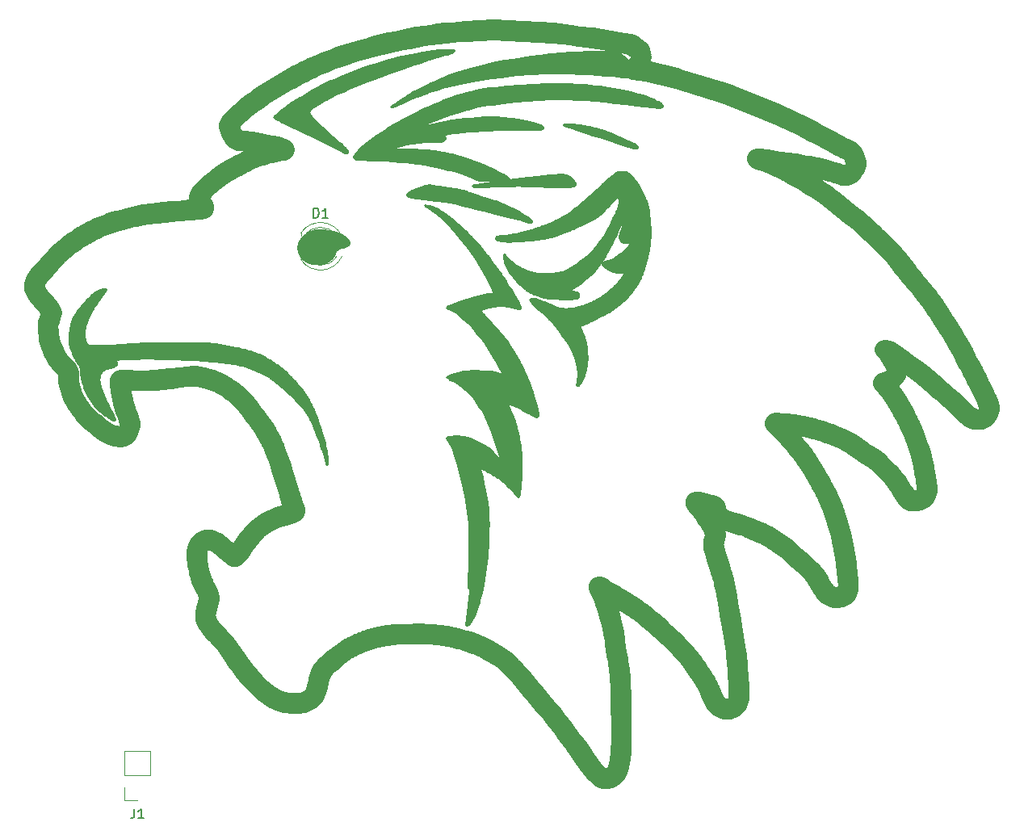
<source format=gbr>
%TF.GenerationSoftware,KiCad,Pcbnew,7.0.6*%
%TF.CreationDate,2023-08-15T16:24:19+02:00*%
%TF.ProjectId,PCB_Badge,5043425f-4261-4646-9765-2e6b69636164,rev?*%
%TF.SameCoordinates,Original*%
%TF.FileFunction,Legend,Top*%
%TF.FilePolarity,Positive*%
%FSLAX46Y46*%
G04 Gerber Fmt 4.6, Leading zero omitted, Abs format (unit mm)*
G04 Created by KiCad (PCBNEW 7.0.6) date 2023-08-15 16:24:19*
%MOMM*%
%LPD*%
G01*
G04 APERTURE LIST*
%ADD10C,0.264582*%
%ADD11C,2.000000*%
%ADD12C,0.150000*%
%ADD13C,0.120000*%
G04 APERTURE END LIST*
D10*
X137194414Y-48965694D02*
X137374165Y-48971635D01*
X137573297Y-48982006D01*
X137787887Y-48997084D01*
X138014015Y-49017146D01*
X138247758Y-49042472D01*
X138485584Y-49073222D01*
X138725529Y-49109098D01*
X138966027Y-49149682D01*
X139205508Y-49194560D01*
X139442405Y-49243316D01*
X139675150Y-49295535D01*
X139902175Y-49350801D01*
X140121911Y-49408698D01*
X140333504Y-49468970D01*
X140538958Y-49532007D01*
X140740996Y-49598362D01*
X140942342Y-49668592D01*
X141145717Y-49743249D01*
X141353845Y-49822889D01*
X141795251Y-49999335D01*
X142278304Y-50199097D01*
X142774640Y-50410298D01*
X143245873Y-50617812D01*
X143653619Y-50806510D01*
X143822741Y-50889484D01*
X143967916Y-50964516D01*
X144090664Y-51032158D01*
X144192507Y-51092965D01*
X144274965Y-51147490D01*
X144309400Y-51172570D01*
X144339559Y-51196287D01*
X144365633Y-51218709D01*
X144387812Y-51239908D01*
X144406285Y-51259950D01*
X144421243Y-51278907D01*
X144427456Y-51287995D01*
X144432839Y-51296825D01*
X144437392Y-51305392D01*
X144441113Y-51313692D01*
X144444002Y-51321718D01*
X144446057Y-51329465D01*
X144447279Y-51336930D01*
X144447667Y-51344106D01*
X144447219Y-51350989D01*
X144445935Y-51357573D01*
X144443814Y-51363854D01*
X144440856Y-51369826D01*
X144437060Y-51375484D01*
X144432425Y-51380824D01*
X144426950Y-51385840D01*
X144420634Y-51390527D01*
X144413477Y-51394880D01*
X144405479Y-51398894D01*
X144396638Y-51402563D01*
X144386953Y-51405884D01*
X144376424Y-51408850D01*
X144365051Y-51411457D01*
X144352831Y-51413700D01*
X144339766Y-51415573D01*
X144325853Y-51417072D01*
X144311092Y-51418190D01*
X144295483Y-51418925D01*
X144279024Y-51419269D01*
X144261716Y-51419219D01*
X144243556Y-51418769D01*
X144224545Y-51417913D01*
X144204682Y-51416648D01*
X144162348Y-51412856D01*
X144116321Y-51407297D01*
X144066323Y-51399869D01*
X144012078Y-51390468D01*
X143953309Y-51378990D01*
X143889740Y-51365331D01*
X143747094Y-51331056D01*
X143581926Y-51286814D01*
X143392022Y-51231775D01*
X143175169Y-51165110D01*
X142929154Y-51085990D01*
X142356714Y-50893326D01*
X141736658Y-50678498D01*
X140665200Y-50306358D01*
X140486707Y-50246894D01*
X140349142Y-50202894D01*
X140246919Y-50172097D01*
X140174455Y-50152240D01*
X140126166Y-50141062D01*
X140096468Y-50136301D01*
X140079775Y-50135696D01*
X140070504Y-50136985D01*
X140068690Y-50137343D01*
X140066893Y-50137646D01*
X140065012Y-50137865D01*
X140062949Y-50137966D01*
X140060604Y-50137921D01*
X140057878Y-50137697D01*
X140054671Y-50137264D01*
X140050883Y-50136590D01*
X140046416Y-50135646D01*
X140041169Y-50134399D01*
X140035043Y-50132819D01*
X140027939Y-50130875D01*
X140019757Y-50128535D01*
X140010398Y-50125770D01*
X139999763Y-50122547D01*
X139987751Y-50118837D01*
X139974263Y-50114607D01*
X139959200Y-50109827D01*
X139923952Y-50098494D01*
X139881208Y-50084588D01*
X139830175Y-50067863D01*
X139770055Y-50048071D01*
X139700054Y-50024963D01*
X139527222Y-49967811D01*
X139527222Y-49967795D01*
X137354012Y-49247337D01*
X136984522Y-49122326D01*
X136860267Y-49077076D01*
X136812899Y-49058199D01*
X136775232Y-49041606D01*
X136747162Y-49027135D01*
X136728585Y-49014624D01*
X136719397Y-49003911D01*
X136718292Y-48999179D01*
X136719495Y-48994835D01*
X136722993Y-48990861D01*
X136728774Y-48987235D01*
X136747131Y-48980949D01*
X136774462Y-48975815D01*
X136810662Y-48971671D01*
X136908741Y-48965990D01*
X137037966Y-48963905D01*
X137194414Y-48965694D01*
G36*
X137194414Y-48965694D02*
G01*
X137374165Y-48971635D01*
X137573297Y-48982006D01*
X137787887Y-48997084D01*
X138014015Y-49017146D01*
X138247758Y-49042472D01*
X138485584Y-49073222D01*
X138725529Y-49109098D01*
X138966027Y-49149682D01*
X139205508Y-49194560D01*
X139442405Y-49243316D01*
X139675150Y-49295535D01*
X139902175Y-49350801D01*
X140121911Y-49408698D01*
X140333504Y-49468970D01*
X140538958Y-49532007D01*
X140740996Y-49598362D01*
X140942342Y-49668592D01*
X141145717Y-49743249D01*
X141353845Y-49822889D01*
X141795251Y-49999335D01*
X142278304Y-50199097D01*
X142774640Y-50410298D01*
X143245873Y-50617812D01*
X143653619Y-50806510D01*
X143822741Y-50889484D01*
X143967916Y-50964516D01*
X144090664Y-51032158D01*
X144192507Y-51092965D01*
X144274965Y-51147490D01*
X144309400Y-51172570D01*
X144339559Y-51196287D01*
X144365633Y-51218709D01*
X144387812Y-51239908D01*
X144406285Y-51259950D01*
X144421243Y-51278907D01*
X144427456Y-51287995D01*
X144432839Y-51296825D01*
X144437392Y-51305392D01*
X144441113Y-51313692D01*
X144444002Y-51321718D01*
X144446057Y-51329465D01*
X144447279Y-51336930D01*
X144447667Y-51344106D01*
X144447219Y-51350989D01*
X144445935Y-51357573D01*
X144443814Y-51363854D01*
X144440856Y-51369826D01*
X144437060Y-51375484D01*
X144432425Y-51380824D01*
X144426950Y-51385840D01*
X144420634Y-51390527D01*
X144413477Y-51394880D01*
X144405479Y-51398894D01*
X144396638Y-51402563D01*
X144386953Y-51405884D01*
X144376424Y-51408850D01*
X144365051Y-51411457D01*
X144352831Y-51413700D01*
X144339766Y-51415573D01*
X144325853Y-51417072D01*
X144311092Y-51418190D01*
X144295483Y-51418925D01*
X144279024Y-51419269D01*
X144261716Y-51419219D01*
X144243556Y-51418769D01*
X144224545Y-51417913D01*
X144204682Y-51416648D01*
X144162348Y-51412856D01*
X144116321Y-51407297D01*
X144066323Y-51399869D01*
X144012078Y-51390468D01*
X143953309Y-51378990D01*
X143889740Y-51365331D01*
X143747094Y-51331056D01*
X143581926Y-51286814D01*
X143392022Y-51231775D01*
X143175169Y-51165110D01*
X142929154Y-51085990D01*
X142356714Y-50893326D01*
X141736658Y-50678498D01*
X140665200Y-50306358D01*
X140486707Y-50246894D01*
X140349142Y-50202894D01*
X140246919Y-50172097D01*
X140174455Y-50152240D01*
X140126166Y-50141062D01*
X140096468Y-50136301D01*
X140079775Y-50135696D01*
X140070504Y-50136985D01*
X140068690Y-50137343D01*
X140066893Y-50137646D01*
X140065012Y-50137865D01*
X140062949Y-50137966D01*
X140060604Y-50137921D01*
X140057878Y-50137697D01*
X140054671Y-50137264D01*
X140050883Y-50136590D01*
X140046416Y-50135646D01*
X140041169Y-50134399D01*
X140035043Y-50132819D01*
X140027939Y-50130875D01*
X140019757Y-50128535D01*
X140010398Y-50125770D01*
X139999763Y-50122547D01*
X139987751Y-50118837D01*
X139974263Y-50114607D01*
X139959200Y-50109827D01*
X139923952Y-50098494D01*
X139881208Y-50084588D01*
X139830175Y-50067863D01*
X139770055Y-50048071D01*
X139700054Y-50024963D01*
X139527222Y-49967811D01*
X139527222Y-49967795D01*
X137354012Y-49247337D01*
X136984522Y-49122326D01*
X136860267Y-49077076D01*
X136812899Y-49058199D01*
X136775232Y-49041606D01*
X136747162Y-49027135D01*
X136728585Y-49014624D01*
X136719397Y-49003911D01*
X136718292Y-48999179D01*
X136719495Y-48994835D01*
X136722993Y-48990861D01*
X136728774Y-48987235D01*
X136747131Y-48980949D01*
X136774462Y-48975815D01*
X136810662Y-48971671D01*
X136908741Y-48965990D01*
X137037966Y-48963905D01*
X137194414Y-48965694D01*
G37*
X136489765Y-54239747D02*
X136586716Y-54243705D01*
X136676579Y-54250256D01*
X136719429Y-54254652D01*
X136761086Y-54259927D01*
X136801699Y-54266179D01*
X136841414Y-54273506D01*
X136880378Y-54282008D01*
X136918737Y-54291782D01*
X136956639Y-54302926D01*
X136994231Y-54315540D01*
X137031659Y-54329721D01*
X137069071Y-54345569D01*
X137106613Y-54363181D01*
X137144432Y-54382656D01*
X137182675Y-54404092D01*
X137221490Y-54427589D01*
X137260964Y-54453185D01*
X137300956Y-54480741D01*
X137341266Y-54510065D01*
X137381694Y-54540966D01*
X137422040Y-54573251D01*
X137462103Y-54606730D01*
X137501685Y-54641210D01*
X137540584Y-54676501D01*
X137578602Y-54712412D01*
X137615537Y-54748749D01*
X137651191Y-54785323D01*
X137685363Y-54821942D01*
X137717853Y-54858414D01*
X137748461Y-54894547D01*
X137776987Y-54930151D01*
X137803231Y-54965034D01*
X137827011Y-54999028D01*
X137848204Y-55032067D01*
X137866699Y-55064110D01*
X137882386Y-55095116D01*
X137895156Y-55125044D01*
X137904897Y-55153853D01*
X137908598Y-55167825D01*
X137911501Y-55181502D01*
X137913591Y-55194879D01*
X137914856Y-55207950D01*
X137915281Y-55220710D01*
X137914852Y-55233156D01*
X137913557Y-55245280D01*
X137911380Y-55257078D01*
X137908309Y-55268546D01*
X137904329Y-55279677D01*
X137899426Y-55290467D01*
X137893588Y-55300911D01*
X137886800Y-55311003D01*
X137879049Y-55320738D01*
X137870320Y-55330112D01*
X137860599Y-55339119D01*
X137849874Y-55347754D01*
X137838131Y-55356012D01*
X137825354Y-55363887D01*
X137811532Y-55371375D01*
X137780750Y-55385200D01*
X137745920Y-55397572D01*
X137707239Y-55408600D01*
X137664902Y-55418394D01*
X137619105Y-55427066D01*
X137570045Y-55434724D01*
X137517916Y-55441479D01*
X137462914Y-55447440D01*
X137345078Y-55457425D01*
X137218103Y-55465557D01*
X136943002Y-55479789D01*
X136646888Y-55495102D01*
X136325985Y-55508315D01*
X136154034Y-55512505D01*
X135973242Y-55514216D01*
X135782729Y-55512795D01*
X135581612Y-55507590D01*
X133629998Y-55387885D01*
X133077135Y-55368661D01*
X132516711Y-55359347D01*
X131960988Y-55357329D01*
X131422227Y-55359992D01*
X130908609Y-55365565D01*
X130411960Y-55374063D01*
X129920008Y-55386649D01*
X129420480Y-55404487D01*
X128415453Y-55450826D01*
X127975884Y-55468514D01*
X127788055Y-55473375D01*
X127627709Y-55474586D01*
X127559116Y-55473671D01*
X127498085Y-55471746D01*
X127444144Y-55468918D01*
X127396825Y-55465292D01*
X127355657Y-55460974D01*
X127320172Y-55456071D01*
X127289898Y-55450689D01*
X127264367Y-55444934D01*
X127243108Y-55438912D01*
X127225652Y-55432728D01*
X127211530Y-55426489D01*
X127200270Y-55420302D01*
X127191404Y-55414272D01*
X127184462Y-55408505D01*
X127174470Y-55398185D01*
X127172464Y-55395930D01*
X127170670Y-55393803D01*
X127169877Y-55392783D01*
X127169168Y-55391788D01*
X127168552Y-55390816D01*
X127168039Y-55389866D01*
X127167640Y-55388935D01*
X127167365Y-55388021D01*
X127167223Y-55387121D01*
X127167226Y-55386235D01*
X127167382Y-55385359D01*
X127167703Y-55384491D01*
X127168198Y-55383630D01*
X127168878Y-55382773D01*
X127169752Y-55381918D01*
X127170831Y-55381063D01*
X127172125Y-55380206D01*
X127173644Y-55379344D01*
X127175398Y-55378475D01*
X127177397Y-55377598D01*
X127179652Y-55376710D01*
X127182172Y-55375809D01*
X127184968Y-55374893D01*
X127188049Y-55373959D01*
X127191426Y-55373007D01*
X127195110Y-55372032D01*
X127199109Y-55371034D01*
X127203435Y-55370010D01*
X127213106Y-55367875D01*
X127224203Y-55365612D01*
X127236809Y-55363201D01*
X127251002Y-55360628D01*
X127266866Y-55357874D01*
X127284480Y-55354921D01*
X127303926Y-55351754D01*
X127325284Y-55348355D01*
X127348636Y-55344706D01*
X127401646Y-55336592D01*
X127463603Y-55327274D01*
X127616952Y-55304481D01*
X127616982Y-55304679D01*
X128589089Y-55161208D01*
X129818024Y-54983771D01*
X130986895Y-54823836D01*
X132270928Y-54661018D01*
X133826752Y-54475217D01*
X134587407Y-54389052D01*
X135244691Y-54319205D01*
X135515230Y-54292912D01*
X135747263Y-54272424D01*
X135945360Y-54257245D01*
X136114090Y-54246883D01*
X136258021Y-54240841D01*
X136381723Y-54238628D01*
X136489765Y-54239747D01*
G36*
X136489765Y-54239747D02*
G01*
X136586716Y-54243705D01*
X136676579Y-54250256D01*
X136719429Y-54254652D01*
X136761086Y-54259927D01*
X136801699Y-54266179D01*
X136841414Y-54273506D01*
X136880378Y-54282008D01*
X136918737Y-54291782D01*
X136956639Y-54302926D01*
X136994231Y-54315540D01*
X137031659Y-54329721D01*
X137069071Y-54345569D01*
X137106613Y-54363181D01*
X137144432Y-54382656D01*
X137182675Y-54404092D01*
X137221490Y-54427589D01*
X137260964Y-54453185D01*
X137300956Y-54480741D01*
X137341266Y-54510065D01*
X137381694Y-54540966D01*
X137422040Y-54573251D01*
X137462103Y-54606730D01*
X137501685Y-54641210D01*
X137540584Y-54676501D01*
X137578602Y-54712412D01*
X137615537Y-54748749D01*
X137651191Y-54785323D01*
X137685363Y-54821942D01*
X137717853Y-54858414D01*
X137748461Y-54894547D01*
X137776987Y-54930151D01*
X137803231Y-54965034D01*
X137827011Y-54999028D01*
X137848204Y-55032067D01*
X137866699Y-55064110D01*
X137882386Y-55095116D01*
X137895156Y-55125044D01*
X137904897Y-55153853D01*
X137908598Y-55167825D01*
X137911501Y-55181502D01*
X137913591Y-55194879D01*
X137914856Y-55207950D01*
X137915281Y-55220710D01*
X137914852Y-55233156D01*
X137913557Y-55245280D01*
X137911380Y-55257078D01*
X137908309Y-55268546D01*
X137904329Y-55279677D01*
X137899426Y-55290467D01*
X137893588Y-55300911D01*
X137886800Y-55311003D01*
X137879049Y-55320738D01*
X137870320Y-55330112D01*
X137860599Y-55339119D01*
X137849874Y-55347754D01*
X137838131Y-55356012D01*
X137825354Y-55363887D01*
X137811532Y-55371375D01*
X137780750Y-55385200D01*
X137745920Y-55397572D01*
X137707239Y-55408600D01*
X137664902Y-55418394D01*
X137619105Y-55427066D01*
X137570045Y-55434724D01*
X137517916Y-55441479D01*
X137462914Y-55447440D01*
X137345078Y-55457425D01*
X137218103Y-55465557D01*
X136943002Y-55479789D01*
X136646888Y-55495102D01*
X136325985Y-55508315D01*
X136154034Y-55512505D01*
X135973242Y-55514216D01*
X135782729Y-55512795D01*
X135581612Y-55507590D01*
X133629998Y-55387885D01*
X133077135Y-55368661D01*
X132516711Y-55359347D01*
X131960988Y-55357329D01*
X131422227Y-55359992D01*
X130908609Y-55365565D01*
X130411960Y-55374063D01*
X129920008Y-55386649D01*
X129420480Y-55404487D01*
X128415453Y-55450826D01*
X127975884Y-55468514D01*
X127788055Y-55473375D01*
X127627709Y-55474586D01*
X127559116Y-55473671D01*
X127498085Y-55471746D01*
X127444144Y-55468918D01*
X127396825Y-55465292D01*
X127355657Y-55460974D01*
X127320172Y-55456071D01*
X127289898Y-55450689D01*
X127264367Y-55444934D01*
X127243108Y-55438912D01*
X127225652Y-55432728D01*
X127211530Y-55426489D01*
X127200270Y-55420302D01*
X127191404Y-55414272D01*
X127184462Y-55408505D01*
X127174470Y-55398185D01*
X127172464Y-55395930D01*
X127170670Y-55393803D01*
X127169877Y-55392783D01*
X127169168Y-55391788D01*
X127168552Y-55390816D01*
X127168039Y-55389866D01*
X127167640Y-55388935D01*
X127167365Y-55388021D01*
X127167223Y-55387121D01*
X127167226Y-55386235D01*
X127167382Y-55385359D01*
X127167703Y-55384491D01*
X127168198Y-55383630D01*
X127168878Y-55382773D01*
X127169752Y-55381918D01*
X127170831Y-55381063D01*
X127172125Y-55380206D01*
X127173644Y-55379344D01*
X127175398Y-55378475D01*
X127177397Y-55377598D01*
X127179652Y-55376710D01*
X127182172Y-55375809D01*
X127184968Y-55374893D01*
X127188049Y-55373959D01*
X127191426Y-55373007D01*
X127195110Y-55372032D01*
X127199109Y-55371034D01*
X127203435Y-55370010D01*
X127213106Y-55367875D01*
X127224203Y-55365612D01*
X127236809Y-55363201D01*
X127251002Y-55360628D01*
X127266866Y-55357874D01*
X127284480Y-55354921D01*
X127303926Y-55351754D01*
X127325284Y-55348355D01*
X127348636Y-55344706D01*
X127401646Y-55336592D01*
X127463603Y-55327274D01*
X127616952Y-55304481D01*
X127616982Y-55304679D01*
X128589089Y-55161208D01*
X129818024Y-54983771D01*
X130986895Y-54823836D01*
X132270928Y-54661018D01*
X133826752Y-54475217D01*
X134587407Y-54389052D01*
X135244691Y-54319205D01*
X135515230Y-54292912D01*
X135747263Y-54272424D01*
X135945360Y-54257245D01*
X136114090Y-54246883D01*
X136258021Y-54240841D01*
X136381723Y-54238628D01*
X136489765Y-54239747D01*
G37*
X120285768Y-56398668D02*
X120285767Y-56398719D01*
X120285767Y-56398627D01*
X120285768Y-56398668D01*
G36*
X120285768Y-56398668D02*
G01*
X120285767Y-56398719D01*
X120285767Y-56398627D01*
X120285768Y-56398668D01*
G37*
X122667034Y-55353885D02*
X122703505Y-55355838D01*
X122741164Y-55358799D01*
X122820931Y-55367576D01*
X122908117Y-55379880D01*
X123004500Y-55395373D01*
X123111859Y-55413719D01*
X123366624Y-55457618D01*
X123680309Y-55508756D01*
X124035492Y-55564084D01*
X124775353Y-55674750D01*
X125116641Y-55724969D01*
X125429087Y-55773759D01*
X125574781Y-55798802D01*
X125713607Y-55824909D01*
X125845681Y-55852553D01*
X125971116Y-55882209D01*
X126090746Y-55914348D01*
X126208269Y-55949432D01*
X126328107Y-55987935D01*
X126454681Y-56030332D01*
X126745724Y-56128704D01*
X126919035Y-56185628D01*
X127116769Y-56248344D01*
X128124424Y-56550397D01*
X128672423Y-56718144D01*
X128934915Y-56802544D01*
X129181145Y-56885902D01*
X129406137Y-56967314D01*
X129610785Y-57046421D01*
X129797456Y-57123011D01*
X129968515Y-57196874D01*
X130543946Y-57460822D01*
X131052905Y-57685279D01*
X131184263Y-57745149D01*
X131320890Y-57810046D01*
X131464597Y-57881731D01*
X131617196Y-57961967D01*
X131779555Y-58051761D01*
X131948781Y-58149089D01*
X132121041Y-58251177D01*
X132292501Y-58355252D01*
X132617689Y-58558277D01*
X132893678Y-58735984D01*
X133004535Y-58809081D01*
X133096974Y-58871521D01*
X133172542Y-58924527D01*
X133232788Y-58969321D01*
X133279261Y-59007126D01*
X133297816Y-59023789D01*
X133313509Y-59039164D01*
X133326532Y-59053402D01*
X133337081Y-59066657D01*
X133345347Y-59079081D01*
X133351525Y-59090827D01*
X133353890Y-59096490D01*
X133355792Y-59102021D01*
X133357238Y-59107420D01*
X133358237Y-59112685D01*
X133358799Y-59117814D01*
X133358932Y-59122806D01*
X133358644Y-59127659D01*
X133357944Y-59132372D01*
X133356842Y-59136942D01*
X133355344Y-59141369D01*
X133353461Y-59145651D01*
X133351201Y-59149787D01*
X133348573Y-59153774D01*
X133345584Y-59157612D01*
X133342245Y-59161299D01*
X133338563Y-59164832D01*
X133334547Y-59168212D01*
X133330206Y-59171435D01*
X133325549Y-59174501D01*
X133320584Y-59177409D01*
X133315320Y-59180155D01*
X133309766Y-59182740D01*
X133303930Y-59185161D01*
X133297821Y-59187417D01*
X133291447Y-59189506D01*
X133284818Y-59191427D01*
X133277942Y-59193178D01*
X133270827Y-59194758D01*
X133263483Y-59196165D01*
X133255918Y-59197397D01*
X133248140Y-59198453D01*
X133240159Y-59199332D01*
X133223605Y-59200483D01*
X133206255Y-59200941D01*
X133188100Y-59200716D01*
X133169128Y-59199816D01*
X133149330Y-59198251D01*
X133128696Y-59196027D01*
X133107217Y-59193155D01*
X133084882Y-59189643D01*
X133061680Y-59185499D01*
X133037603Y-59180732D01*
X132986782Y-59169365D01*
X132932338Y-59155608D01*
X132874192Y-59139533D01*
X132812307Y-59121261D01*
X132746849Y-59101077D01*
X132606059Y-59056213D01*
X132453519Y-59007423D01*
X132290925Y-58957191D01*
X132115135Y-58906406D01*
X131903590Y-58849477D01*
X131628883Y-58779236D01*
X131263604Y-58688514D01*
X129182526Y-58180411D01*
X128358793Y-57976482D01*
X127737603Y-57818488D01*
X127174876Y-57672519D01*
X126862971Y-57592792D01*
X126501473Y-57502494D01*
X126078532Y-57399630D01*
X125622577Y-57292462D01*
X125172103Y-57191815D01*
X124765603Y-57108512D01*
X124589311Y-57076316D01*
X124429073Y-57049914D01*
X124280320Y-57028049D01*
X124138484Y-57009465D01*
X123548959Y-56942817D01*
X123188035Y-56899080D01*
X122793446Y-56848683D01*
X122023309Y-56749320D01*
X121426122Y-56675521D01*
X121188613Y-56643607D01*
X121081017Y-56627298D01*
X120979295Y-56610145D01*
X120882577Y-56591840D01*
X120791225Y-56572749D01*
X120705904Y-56553394D01*
X120627281Y-56534297D01*
X120492799Y-56498964D01*
X120393113Y-56470924D01*
X120357681Y-56460709D01*
X120343345Y-56456416D01*
X120331054Y-56452525D01*
X120320649Y-56448930D01*
X120311975Y-56445525D01*
X120304873Y-56442204D01*
X120299186Y-56438861D01*
X120296824Y-56437148D01*
X120294757Y-56435391D01*
X120292965Y-56433574D01*
X120291428Y-56431687D01*
X120290128Y-56429714D01*
X120289043Y-56427643D01*
X120287445Y-56423154D01*
X120286475Y-56418114D01*
X120285977Y-56412417D01*
X120285768Y-56398668D01*
X120285982Y-56381207D01*
X120286493Y-56371077D01*
X120287486Y-56360086D01*
X120289125Y-56348275D01*
X120291569Y-56335684D01*
X120294981Y-56322356D01*
X120299520Y-56308330D01*
X120302264Y-56301068D01*
X120305349Y-56293648D01*
X120308798Y-56286073D01*
X120312629Y-56278350D01*
X120316863Y-56270483D01*
X120321520Y-56262478D01*
X120326620Y-56254340D01*
X120332184Y-56246073D01*
X120338231Y-56237684D01*
X120344781Y-56229176D01*
X120351856Y-56220556D01*
X120359475Y-56211828D01*
X120367657Y-56202997D01*
X120376424Y-56194069D01*
X120385795Y-56185048D01*
X120395791Y-56175941D01*
X120417701Y-56157481D01*
X120442145Y-56138705D01*
X120469080Y-56119618D01*
X120498462Y-56100226D01*
X120530250Y-56080535D01*
X120564401Y-56060551D01*
X120600872Y-56040280D01*
X120639620Y-56019727D01*
X120680602Y-55998898D01*
X120723776Y-55977800D01*
X120816530Y-55934819D01*
X120917538Y-55890829D01*
X121026460Y-55845878D01*
X121142637Y-55800101D01*
X121264145Y-55753982D01*
X121514217Y-55663001D01*
X121758800Y-55577502D01*
X121980019Y-55502051D01*
X122165052Y-55440594D01*
X122245980Y-55415640D01*
X122321251Y-55394687D01*
X122392414Y-55377849D01*
X122426940Y-55371010D01*
X122461020Y-55365242D01*
X122494849Y-55360560D01*
X122528620Y-55356978D01*
X122562527Y-55354510D01*
X122596764Y-55353171D01*
X122631528Y-55352982D01*
X122667034Y-55353885D01*
G36*
X122667034Y-55353885D02*
G01*
X122703505Y-55355838D01*
X122741164Y-55358799D01*
X122820931Y-55367576D01*
X122908117Y-55379880D01*
X123004500Y-55395373D01*
X123111859Y-55413719D01*
X123366624Y-55457618D01*
X123680309Y-55508756D01*
X124035492Y-55564084D01*
X124775353Y-55674750D01*
X125116641Y-55724969D01*
X125429087Y-55773759D01*
X125574781Y-55798802D01*
X125713607Y-55824909D01*
X125845681Y-55852553D01*
X125971116Y-55882209D01*
X126090746Y-55914348D01*
X126208269Y-55949432D01*
X126328107Y-55987935D01*
X126454681Y-56030332D01*
X126745724Y-56128704D01*
X126919035Y-56185628D01*
X127116769Y-56248344D01*
X128124424Y-56550397D01*
X128672423Y-56718144D01*
X128934915Y-56802544D01*
X129181145Y-56885902D01*
X129406137Y-56967314D01*
X129610785Y-57046421D01*
X129797456Y-57123011D01*
X129968515Y-57196874D01*
X130543946Y-57460822D01*
X131052905Y-57685279D01*
X131184263Y-57745149D01*
X131320890Y-57810046D01*
X131464597Y-57881731D01*
X131617196Y-57961967D01*
X131779555Y-58051761D01*
X131948781Y-58149089D01*
X132121041Y-58251177D01*
X132292501Y-58355252D01*
X132617689Y-58558277D01*
X132893678Y-58735984D01*
X133004535Y-58809081D01*
X133096974Y-58871521D01*
X133172542Y-58924527D01*
X133232788Y-58969321D01*
X133279261Y-59007126D01*
X133297816Y-59023789D01*
X133313509Y-59039164D01*
X133326532Y-59053402D01*
X133337081Y-59066657D01*
X133345347Y-59079081D01*
X133351525Y-59090827D01*
X133353890Y-59096490D01*
X133355792Y-59102021D01*
X133357238Y-59107420D01*
X133358237Y-59112685D01*
X133358799Y-59117814D01*
X133358932Y-59122806D01*
X133358644Y-59127659D01*
X133357944Y-59132372D01*
X133356842Y-59136942D01*
X133355344Y-59141369D01*
X133353461Y-59145651D01*
X133351201Y-59149787D01*
X133348573Y-59153774D01*
X133345584Y-59157612D01*
X133342245Y-59161299D01*
X133338563Y-59164832D01*
X133334547Y-59168212D01*
X133330206Y-59171435D01*
X133325549Y-59174501D01*
X133320584Y-59177409D01*
X133315320Y-59180155D01*
X133309766Y-59182740D01*
X133303930Y-59185161D01*
X133297821Y-59187417D01*
X133291447Y-59189506D01*
X133284818Y-59191427D01*
X133277942Y-59193178D01*
X133270827Y-59194758D01*
X133263483Y-59196165D01*
X133255918Y-59197397D01*
X133248140Y-59198453D01*
X133240159Y-59199332D01*
X133223605Y-59200483D01*
X133206255Y-59200941D01*
X133188100Y-59200716D01*
X133169128Y-59199816D01*
X133149330Y-59198251D01*
X133128696Y-59196027D01*
X133107217Y-59193155D01*
X133084882Y-59189643D01*
X133061680Y-59185499D01*
X133037603Y-59180732D01*
X132986782Y-59169365D01*
X132932338Y-59155608D01*
X132874192Y-59139533D01*
X132812307Y-59121261D01*
X132746849Y-59101077D01*
X132606059Y-59056213D01*
X132453519Y-59007423D01*
X132290925Y-58957191D01*
X132115135Y-58906406D01*
X131903590Y-58849477D01*
X131628883Y-58779236D01*
X131263604Y-58688514D01*
X129182526Y-58180411D01*
X128358793Y-57976482D01*
X127737603Y-57818488D01*
X127174876Y-57672519D01*
X126862971Y-57592792D01*
X126501473Y-57502494D01*
X126078532Y-57399630D01*
X125622577Y-57292462D01*
X125172103Y-57191815D01*
X124765603Y-57108512D01*
X124589311Y-57076316D01*
X124429073Y-57049914D01*
X124280320Y-57028049D01*
X124138484Y-57009465D01*
X123548959Y-56942817D01*
X123188035Y-56899080D01*
X122793446Y-56848683D01*
X122023309Y-56749320D01*
X121426122Y-56675521D01*
X121188613Y-56643607D01*
X121081017Y-56627298D01*
X120979295Y-56610145D01*
X120882577Y-56591840D01*
X120791225Y-56572749D01*
X120705904Y-56553394D01*
X120627281Y-56534297D01*
X120492799Y-56498964D01*
X120393113Y-56470924D01*
X120357681Y-56460709D01*
X120343345Y-56456416D01*
X120331054Y-56452525D01*
X120320649Y-56448930D01*
X120311975Y-56445525D01*
X120304873Y-56442204D01*
X120299186Y-56438861D01*
X120296824Y-56437148D01*
X120294757Y-56435391D01*
X120292965Y-56433574D01*
X120291428Y-56431687D01*
X120290128Y-56429714D01*
X120289043Y-56427643D01*
X120287445Y-56423154D01*
X120286475Y-56418114D01*
X120285977Y-56412417D01*
X120285768Y-56398668D01*
X120285982Y-56381207D01*
X120286493Y-56371077D01*
X120287486Y-56360086D01*
X120289125Y-56348275D01*
X120291569Y-56335684D01*
X120294981Y-56322356D01*
X120299520Y-56308330D01*
X120302264Y-56301068D01*
X120305349Y-56293648D01*
X120308798Y-56286073D01*
X120312629Y-56278350D01*
X120316863Y-56270483D01*
X120321520Y-56262478D01*
X120326620Y-56254340D01*
X120332184Y-56246073D01*
X120338231Y-56237684D01*
X120344781Y-56229176D01*
X120351856Y-56220556D01*
X120359475Y-56211828D01*
X120367657Y-56202997D01*
X120376424Y-56194069D01*
X120385795Y-56185048D01*
X120395791Y-56175941D01*
X120417701Y-56157481D01*
X120442145Y-56138705D01*
X120469080Y-56119618D01*
X120498462Y-56100226D01*
X120530250Y-56080535D01*
X120564401Y-56060551D01*
X120600872Y-56040280D01*
X120639620Y-56019727D01*
X120680602Y-55998898D01*
X120723776Y-55977800D01*
X120816530Y-55934819D01*
X120917538Y-55890829D01*
X121026460Y-55845878D01*
X121142637Y-55800101D01*
X121264145Y-55753982D01*
X121514217Y-55663001D01*
X121758800Y-55577502D01*
X121980019Y-55502051D01*
X122165052Y-55440594D01*
X122245980Y-55415640D01*
X122321251Y-55394687D01*
X122392414Y-55377849D01*
X122426940Y-55371010D01*
X122461020Y-55365242D01*
X122494849Y-55360560D01*
X122528620Y-55356978D01*
X122562527Y-55354510D01*
X122596764Y-55353171D01*
X122631528Y-55352982D01*
X122667034Y-55353885D01*
G37*
X136852921Y-44743808D02*
X137424188Y-44757778D01*
X137964171Y-44780605D01*
X138479559Y-44811921D01*
X138977045Y-44851358D01*
X139463319Y-44898546D01*
X139945074Y-44953117D01*
X140429002Y-45014701D01*
X140919873Y-45082922D01*
X141414801Y-45157371D01*
X141908988Y-45237634D01*
X142397637Y-45323297D01*
X142875951Y-45413944D01*
X143339132Y-45509161D01*
X143782383Y-45608533D01*
X144200906Y-45711646D01*
X144590751Y-45817981D01*
X144951389Y-45926620D01*
X145283141Y-46036549D01*
X145586330Y-46146756D01*
X145861280Y-46256227D01*
X146108311Y-46363949D01*
X146327748Y-46468908D01*
X146519913Y-46570090D01*
X146605839Y-46618944D01*
X146684861Y-46666469D01*
X146756813Y-46712539D01*
X146821527Y-46757026D01*
X146878836Y-46799804D01*
X146928572Y-46840746D01*
X146970570Y-46879725D01*
X147004660Y-46916614D01*
X147030677Y-46951285D01*
X147040605Y-46967750D01*
X147048452Y-46983613D01*
X147054197Y-46998859D01*
X147057819Y-47013471D01*
X147059297Y-47027433D01*
X147058610Y-47040730D01*
X147055738Y-47053346D01*
X147050659Y-47065265D01*
X147043352Y-47076471D01*
X147033796Y-47086948D01*
X147021972Y-47096681D01*
X147007857Y-47105653D01*
X146991431Y-47113849D01*
X146972672Y-47121253D01*
X146928088Y-47133664D01*
X146873994Y-47142951D01*
X146810290Y-47149218D01*
X146736879Y-47152568D01*
X146653664Y-47153106D01*
X146560545Y-47150934D01*
X146457426Y-47146156D01*
X146344207Y-47138877D01*
X146087079Y-47117227D01*
X145788378Y-47086814D01*
X145447320Y-47048466D01*
X145063119Y-47003013D01*
X143162899Y-46773173D01*
X142090432Y-46649210D01*
X141011681Y-46534476D01*
X139975193Y-46438438D01*
X138997771Y-46362704D01*
X138088267Y-46306901D01*
X137255532Y-46270652D01*
X136869006Y-46259826D01*
X136494709Y-46254116D01*
X136123459Y-46253845D01*
X135746074Y-46259339D01*
X135353369Y-46270922D01*
X134936164Y-46288919D01*
X134485274Y-46313653D01*
X133991517Y-46345451D01*
X132867790Y-46430223D01*
X131637031Y-46539352D01*
X130400366Y-46667672D01*
X129811420Y-46737415D01*
X129258920Y-46810020D01*
X128751835Y-46885199D01*
X128284441Y-46964103D01*
X127847330Y-47048239D01*
X127431096Y-47139117D01*
X127026331Y-47238245D01*
X126623630Y-47347131D01*
X126213585Y-47467283D01*
X125786790Y-47600211D01*
X124872549Y-47902856D01*
X123941717Y-48229215D01*
X123082292Y-48545866D01*
X122382272Y-48819389D01*
X122116854Y-48930419D01*
X121908149Y-49023428D01*
X121751001Y-49099536D01*
X121690150Y-49131601D01*
X121640255Y-49159862D01*
X121600672Y-49184457D01*
X121570756Y-49205526D01*
X121549863Y-49223211D01*
X121537349Y-49237650D01*
X121532569Y-49248984D01*
X121534879Y-49257352D01*
X121543634Y-49262896D01*
X121558190Y-49265754D01*
X121578027Y-49266005D01*
X121603126Y-49263829D01*
X121633599Y-49259324D01*
X121669555Y-49252592D01*
X121758359Y-49232849D01*
X121870421Y-49205402D01*
X122167850Y-49130613D01*
X122354982Y-49084880D01*
X122568902Y-49034660D01*
X123075051Y-48924166D01*
X123665494Y-48806367D01*
X124313878Y-48688571D01*
X124651563Y-48631958D01*
X124993851Y-48578086D01*
X125681393Y-48480998D01*
X126361880Y-48398523D01*
X127023052Y-48330664D01*
X127652650Y-48277427D01*
X127952236Y-48256343D01*
X128242097Y-48239170D01*
X128523474Y-48226169D01*
X128797607Y-48217603D01*
X129065738Y-48213734D01*
X129329107Y-48214824D01*
X129588954Y-48221136D01*
X129846520Y-48232932D01*
X130102776Y-48250330D01*
X130357626Y-48272882D01*
X130610712Y-48299999D01*
X130861676Y-48331096D01*
X131110159Y-48365584D01*
X131355804Y-48402877D01*
X131837144Y-48483527D01*
X132301606Y-48568840D01*
X132740225Y-48656501D01*
X133142825Y-48744689D01*
X133327438Y-48788410D01*
X133499230Y-48831580D01*
X133657173Y-48873978D01*
X133801215Y-48915463D01*
X133931551Y-48955904D01*
X134048376Y-48995174D01*
X134151885Y-49033143D01*
X134242272Y-49069683D01*
X134319732Y-49104666D01*
X134384461Y-49137962D01*
X134412130Y-49153933D01*
X134436787Y-49169453D01*
X134458550Y-49184530D01*
X134477538Y-49199173D01*
X134493868Y-49213388D01*
X134501074Y-49220339D01*
X134507660Y-49227185D01*
X134513640Y-49233929D01*
X134519030Y-49240571D01*
X134523844Y-49247113D01*
X134528098Y-49253554D01*
X134531805Y-49259898D01*
X134534981Y-49266143D01*
X134537640Y-49272292D01*
X134539798Y-49278344D01*
X134541468Y-49284303D01*
X134542667Y-49290167D01*
X134543407Y-49295939D01*
X134543705Y-49301619D01*
X134543575Y-49307209D01*
X134543032Y-49312708D01*
X134542090Y-49318119D01*
X134540765Y-49323443D01*
X134539070Y-49328679D01*
X134537022Y-49333830D01*
X134531922Y-49343879D01*
X134528895Y-49348779D01*
X134525546Y-49353598D01*
X134521861Y-49358333D01*
X134517827Y-49362984D01*
X134513433Y-49367547D01*
X134508665Y-49372023D01*
X134503511Y-49376409D01*
X134497957Y-49380703D01*
X134491992Y-49384905D01*
X134485602Y-49389012D01*
X134478774Y-49393023D01*
X134471497Y-49396937D01*
X134463756Y-49400751D01*
X134455541Y-49404465D01*
X134446836Y-49408077D01*
X134437631Y-49411584D01*
X134427913Y-49414986D01*
X134417667Y-49418281D01*
X134406883Y-49421468D01*
X134395547Y-49424544D01*
X134383646Y-49427508D01*
X134371168Y-49430359D01*
X134358099Y-49433096D01*
X134344428Y-49435716D01*
X134315227Y-49440600D01*
X134283461Y-49444999D01*
X134249030Y-49448901D01*
X134211831Y-49452293D01*
X134128637Y-49457556D01*
X134032648Y-49461004D01*
X133922560Y-49462898D01*
X133797067Y-49463502D01*
X133494654Y-49461895D01*
X133114976Y-49458289D01*
X132652168Y-49454324D01*
X132118631Y-49452880D01*
X131531326Y-49456139D01*
X130907212Y-49466285D01*
X130260218Y-49485381D01*
X129592089Y-49512559D01*
X128901513Y-49546526D01*
X128187180Y-49585990D01*
X127453881Y-49629714D01*
X126730765Y-49676824D01*
X126053062Y-49726540D01*
X125456002Y-49778083D01*
X125197921Y-49804312D01*
X124968390Y-49830802D01*
X124766987Y-49857557D01*
X124593285Y-49884576D01*
X124446863Y-49911862D01*
X124327294Y-49939417D01*
X124234156Y-49967241D01*
X124197365Y-49981255D01*
X124167023Y-49995338D01*
X124154244Y-50002405D01*
X124143001Y-50009492D01*
X124133234Y-50016600D01*
X124124880Y-50023733D01*
X124117877Y-50030893D01*
X124112165Y-50038085D01*
X124107680Y-50045310D01*
X124104363Y-50052573D01*
X124102150Y-50059876D01*
X124100980Y-50067222D01*
X124100792Y-50074615D01*
X124101523Y-50082057D01*
X124103112Y-50089552D01*
X124105498Y-50097102D01*
X124108618Y-50104711D01*
X124112411Y-50112382D01*
X124116816Y-50120118D01*
X124121769Y-50127922D01*
X124133078Y-50143746D01*
X124145845Y-50159880D01*
X124159574Y-50176348D01*
X124187950Y-50210385D01*
X124201609Y-50228003D01*
X124208090Y-50236973D01*
X124214257Y-50246055D01*
X124225486Y-50264553D01*
X124235218Y-50283441D01*
X124243452Y-50302654D01*
X124250188Y-50322125D01*
X124255427Y-50341790D01*
X124259167Y-50361583D01*
X124261410Y-50381439D01*
X124262153Y-50401292D01*
X124261399Y-50421078D01*
X124259145Y-50440730D01*
X124255393Y-50460184D01*
X124250142Y-50479375D01*
X124243391Y-50498236D01*
X124235141Y-50516703D01*
X124225392Y-50534710D01*
X124214143Y-50552192D01*
X124207952Y-50560716D01*
X124201361Y-50569090D01*
X124194344Y-50577312D01*
X124186878Y-50585376D01*
X124178936Y-50593281D01*
X124170493Y-50601022D01*
X124161526Y-50608596D01*
X124152009Y-50615998D01*
X124141916Y-50623226D01*
X124131223Y-50630276D01*
X124119906Y-50637144D01*
X124107938Y-50643827D01*
X124095296Y-50650321D01*
X124081953Y-50656623D01*
X124067886Y-50662728D01*
X124053069Y-50668634D01*
X124037477Y-50674336D01*
X124021086Y-50679832D01*
X124003869Y-50685117D01*
X123985804Y-50690188D01*
X123966863Y-50695041D01*
X123947023Y-50699673D01*
X123926259Y-50704081D01*
X123904545Y-50708260D01*
X123881857Y-50712207D01*
X123858169Y-50715918D01*
X123807695Y-50722620D01*
X123752925Y-50728337D01*
X123693658Y-50733039D01*
X123561322Y-50739507D01*
X123411559Y-50742972D01*
X123065228Y-50745591D01*
X122665631Y-50750285D01*
X122449284Y-50756343D01*
X122223733Y-50766441D01*
X121990590Y-50781484D01*
X121752428Y-50801192D01*
X121512049Y-50825011D01*
X121272260Y-50852386D01*
X121035863Y-50882762D01*
X120805664Y-50915584D01*
X120584467Y-50950299D01*
X120375077Y-50986350D01*
X120179694Y-51023264D01*
X119998081Y-51060934D01*
X119829389Y-51099328D01*
X119672769Y-51138410D01*
X119527372Y-51178146D01*
X119392349Y-51218503D01*
X119266850Y-51259446D01*
X119150025Y-51300941D01*
X119041792Y-51342820D01*
X118991776Y-51363690D01*
X118945113Y-51384373D01*
X118902269Y-51404763D01*
X118863708Y-51424753D01*
X118829896Y-51444238D01*
X118801297Y-51463111D01*
X118778377Y-51481267D01*
X118761599Y-51498599D01*
X118755660Y-51506924D01*
X118751431Y-51515003D01*
X118748970Y-51522823D01*
X118748335Y-51530370D01*
X118749586Y-51537633D01*
X118752778Y-51544597D01*
X118757972Y-51551249D01*
X118765225Y-51557576D01*
X118774595Y-51563564D01*
X118786139Y-51569201D01*
X118799918Y-51574474D01*
X118815987Y-51579368D01*
X118855066Y-51587998D01*
X118903008Y-51595186D01*
X118959283Y-51601052D01*
X119023363Y-51605720D01*
X119172814Y-51611950D01*
X119347121Y-51614854D01*
X120208108Y-51612769D01*
X120681838Y-51616081D01*
X121162350Y-51626697D01*
X121641818Y-51645672D01*
X121878716Y-51658625D01*
X122112420Y-51674064D01*
X122342382Y-51692139D01*
X122569798Y-51713110D01*
X122796298Y-51737273D01*
X123023515Y-51764922D01*
X123253080Y-51796354D01*
X123486627Y-51831864D01*
X123725787Y-51871746D01*
X123972192Y-51916297D01*
X124226894Y-51965711D01*
X124488640Y-52019755D01*
X124755605Y-52078105D01*
X125025963Y-52140435D01*
X125297886Y-52206420D01*
X125569549Y-52275732D01*
X125839126Y-52348048D01*
X126104790Y-52423041D01*
X126364988Y-52500400D01*
X126619279Y-52579877D01*
X126867500Y-52661244D01*
X127109489Y-52744275D01*
X127345084Y-52828742D01*
X127574121Y-52914416D01*
X127796438Y-53001070D01*
X128011872Y-53088477D01*
X128220325Y-53176401D01*
X128421957Y-53264583D01*
X128616998Y-53352764D01*
X128805676Y-53440683D01*
X129164859Y-53614690D01*
X129501336Y-53784522D01*
X129815284Y-53947656D01*
X130100258Y-54099830D01*
X130348168Y-54236348D01*
X130550927Y-54352515D01*
X130633176Y-54401703D01*
X130703088Y-54445274D01*
X130761640Y-54483881D01*
X130809810Y-54518178D01*
X130830308Y-54533914D01*
X130848576Y-54548818D01*
X130864738Y-54562971D01*
X130878915Y-54576454D01*
X130891230Y-54589350D01*
X130901804Y-54601739D01*
X130910761Y-54613705D01*
X130918221Y-54625327D01*
X130921426Y-54631032D01*
X130924282Y-54636670D01*
X130926785Y-54642238D01*
X130928928Y-54647736D01*
X130930706Y-54653160D01*
X130932111Y-54658508D01*
X130933138Y-54663780D01*
X130933780Y-54668972D01*
X130934033Y-54674082D01*
X130933888Y-54679109D01*
X130933341Y-54684050D01*
X130932385Y-54688904D01*
X130931014Y-54693668D01*
X130929222Y-54698340D01*
X130927003Y-54702918D01*
X130924351Y-54707400D01*
X130921259Y-54711785D01*
X130917721Y-54716070D01*
X130913732Y-54720252D01*
X130909285Y-54724331D01*
X130904374Y-54728303D01*
X130898993Y-54732168D01*
X130893135Y-54735922D01*
X130886795Y-54739564D01*
X130879967Y-54743091D01*
X130872645Y-54746502D01*
X130864821Y-54749795D01*
X130856491Y-54752967D01*
X130847648Y-54756017D01*
X130838285Y-54758942D01*
X130828398Y-54761741D01*
X130817979Y-54764411D01*
X130795511Y-54769367D01*
X130770794Y-54773829D01*
X130743732Y-54777826D01*
X130714233Y-54781386D01*
X130647547Y-54787311D01*
X130569988Y-54791835D01*
X130480807Y-54795187D01*
X130379256Y-54797598D01*
X130264586Y-54799296D01*
X130136048Y-54800513D01*
X129511725Y-54804505D01*
X129178422Y-54808069D01*
X128866517Y-54814414D01*
X128597412Y-54824098D01*
X128371644Y-54833551D01*
X128273544Y-54836804D01*
X128184517Y-54838337D01*
X128103976Y-54837595D01*
X128031335Y-54834022D01*
X127997765Y-54831008D01*
X127965793Y-54827138D01*
X127935189Y-54822407D01*
X127905726Y-54816812D01*
X127877176Y-54810349D01*
X127849309Y-54803015D01*
X127821899Y-54794807D01*
X127794716Y-54785720D01*
X127767532Y-54775751D01*
X127740120Y-54764897D01*
X127683698Y-54740518D01*
X127623622Y-54712554D01*
X127558068Y-54680976D01*
X127403294Y-54606631D01*
X127310540Y-54563571D01*
X127205192Y-54516366D01*
X127085489Y-54464854D01*
X126949669Y-54408869D01*
X126795969Y-54348249D01*
X126622628Y-54282828D01*
X126428464Y-54212639D01*
X126214629Y-54138472D01*
X125982851Y-54061306D01*
X125734859Y-53982120D01*
X125472382Y-53901890D01*
X125197147Y-53821596D01*
X124910883Y-53742215D01*
X124615319Y-53664725D01*
X124312189Y-53589944D01*
X124003254Y-53518069D01*
X123690275Y-53449133D01*
X123375013Y-53383166D01*
X122744685Y-53260274D01*
X122126359Y-53149650D01*
X121526715Y-53051384D01*
X121227181Y-53006712D01*
X120922769Y-52964887D01*
X120609679Y-52925813D01*
X120284109Y-52889396D01*
X119942258Y-52855540D01*
X119580323Y-52824149D01*
X118796689Y-52768588D01*
X117981191Y-52722924D01*
X117197472Y-52687552D01*
X116509179Y-52662864D01*
X115556990Y-52636775D01*
X115396138Y-52630268D01*
X115260233Y-52621927D01*
X115146311Y-52610831D01*
X115051408Y-52596061D01*
X115010187Y-52587048D01*
X114972774Y-52577018D01*
X114938960Y-52566113D01*
X114908538Y-52554474D01*
X114881298Y-52542242D01*
X114857035Y-52529559D01*
X114835540Y-52516567D01*
X114816604Y-52503406D01*
X114800022Y-52490218D01*
X114785583Y-52477145D01*
X114773082Y-52464328D01*
X114762309Y-52451908D01*
X114753058Y-52440028D01*
X114745120Y-52428827D01*
X114732354Y-52409034D01*
X114727165Y-52400652D01*
X114724868Y-52396782D01*
X114722788Y-52393075D01*
X114720941Y-52389493D01*
X114719342Y-52385997D01*
X114718005Y-52382550D01*
X114716945Y-52379113D01*
X114716176Y-52375648D01*
X114715714Y-52372116D01*
X114715573Y-52368480D01*
X114715768Y-52364702D01*
X114716314Y-52360742D01*
X114717225Y-52356563D01*
X114718517Y-52352126D01*
X114720203Y-52347394D01*
X114722299Y-52342328D01*
X114724820Y-52336890D01*
X114727780Y-52331041D01*
X114731194Y-52324744D01*
X114735076Y-52317961D01*
X114739442Y-52310652D01*
X114744307Y-52302780D01*
X114749684Y-52294306D01*
X114762037Y-52275402D01*
X114776619Y-52253633D01*
X114812943Y-52200278D01*
X114812913Y-52200187D01*
X114860061Y-52131938D01*
X114921422Y-52047630D01*
X114958645Y-51999166D01*
X115000874Y-51946342D01*
X115048594Y-51889040D01*
X115102291Y-51827148D01*
X115162448Y-51760548D01*
X115229550Y-51689125D01*
X115304081Y-51612765D01*
X115386527Y-51531351D01*
X115477371Y-51444769D01*
X115577098Y-51352902D01*
X115686192Y-51255636D01*
X115805138Y-51152854D01*
X116073250Y-50931044D01*
X116378960Y-50690320D01*
X116718532Y-50434283D01*
X117088231Y-50166528D01*
X117484321Y-49890654D01*
X117903068Y-49610260D01*
X118340735Y-49328942D01*
X118793587Y-49050300D01*
X119258196Y-48777387D01*
X119732396Y-48511074D01*
X120214346Y-48251685D01*
X120702199Y-47999540D01*
X121194112Y-47754961D01*
X121688240Y-47518271D01*
X122182740Y-47289792D01*
X122675767Y-47069846D01*
X123165809Y-46858802D01*
X123652711Y-46657172D01*
X124136657Y-46465509D01*
X124617835Y-46284368D01*
X125096430Y-46114300D01*
X125572628Y-45955860D01*
X126046615Y-45809602D01*
X126518578Y-45676078D01*
X126989601Y-45555565D01*
X127464403Y-45447233D01*
X127948613Y-45349974D01*
X128447864Y-45262681D01*
X128967786Y-45184247D01*
X129514008Y-45113563D01*
X130092162Y-45049523D01*
X130707879Y-44991019D01*
X132052342Y-44888538D01*
X133481688Y-44808938D01*
X134908079Y-44757390D01*
X135592716Y-44743752D01*
X136243676Y-44739066D01*
X136852921Y-44743808D01*
G36*
X136852921Y-44743808D02*
G01*
X137424188Y-44757778D01*
X137964171Y-44780605D01*
X138479559Y-44811921D01*
X138977045Y-44851358D01*
X139463319Y-44898546D01*
X139945074Y-44953117D01*
X140429002Y-45014701D01*
X140919873Y-45082922D01*
X141414801Y-45157371D01*
X141908988Y-45237634D01*
X142397637Y-45323297D01*
X142875951Y-45413944D01*
X143339132Y-45509161D01*
X143782383Y-45608533D01*
X144200906Y-45711646D01*
X144590751Y-45817981D01*
X144951389Y-45926620D01*
X145283141Y-46036549D01*
X145586330Y-46146756D01*
X145861280Y-46256227D01*
X146108311Y-46363949D01*
X146327748Y-46468908D01*
X146519913Y-46570090D01*
X146605839Y-46618944D01*
X146684861Y-46666469D01*
X146756813Y-46712539D01*
X146821527Y-46757026D01*
X146878836Y-46799804D01*
X146928572Y-46840746D01*
X146970570Y-46879725D01*
X147004660Y-46916614D01*
X147030677Y-46951285D01*
X147040605Y-46967750D01*
X147048452Y-46983613D01*
X147054197Y-46998859D01*
X147057819Y-47013471D01*
X147059297Y-47027433D01*
X147058610Y-47040730D01*
X147055738Y-47053346D01*
X147050659Y-47065265D01*
X147043352Y-47076471D01*
X147033796Y-47086948D01*
X147021972Y-47096681D01*
X147007857Y-47105653D01*
X146991431Y-47113849D01*
X146972672Y-47121253D01*
X146928088Y-47133664D01*
X146873994Y-47142951D01*
X146810290Y-47149218D01*
X146736879Y-47152568D01*
X146653664Y-47153106D01*
X146560545Y-47150934D01*
X146457426Y-47146156D01*
X146344207Y-47138877D01*
X146087079Y-47117227D01*
X145788378Y-47086814D01*
X145447320Y-47048466D01*
X145063119Y-47003013D01*
X143162899Y-46773173D01*
X142090432Y-46649210D01*
X141011681Y-46534476D01*
X139975193Y-46438438D01*
X138997771Y-46362704D01*
X138088267Y-46306901D01*
X137255532Y-46270652D01*
X136869006Y-46259826D01*
X136494709Y-46254116D01*
X136123459Y-46253845D01*
X135746074Y-46259339D01*
X135353369Y-46270922D01*
X134936164Y-46288919D01*
X134485274Y-46313653D01*
X133991517Y-46345451D01*
X132867790Y-46430223D01*
X131637031Y-46539352D01*
X130400366Y-46667672D01*
X129811420Y-46737415D01*
X129258920Y-46810020D01*
X128751835Y-46885199D01*
X128284441Y-46964103D01*
X127847330Y-47048239D01*
X127431096Y-47139117D01*
X127026331Y-47238245D01*
X126623630Y-47347131D01*
X126213585Y-47467283D01*
X125786790Y-47600211D01*
X124872549Y-47902856D01*
X123941717Y-48229215D01*
X123082292Y-48545866D01*
X122382272Y-48819389D01*
X122116854Y-48930419D01*
X121908149Y-49023428D01*
X121751001Y-49099536D01*
X121690150Y-49131601D01*
X121640255Y-49159862D01*
X121600672Y-49184457D01*
X121570756Y-49205526D01*
X121549863Y-49223211D01*
X121537349Y-49237650D01*
X121532569Y-49248984D01*
X121534879Y-49257352D01*
X121543634Y-49262896D01*
X121558190Y-49265754D01*
X121578027Y-49266005D01*
X121603126Y-49263829D01*
X121633599Y-49259324D01*
X121669555Y-49252592D01*
X121758359Y-49232849D01*
X121870421Y-49205402D01*
X122167850Y-49130613D01*
X122354982Y-49084880D01*
X122568902Y-49034660D01*
X123075051Y-48924166D01*
X123665494Y-48806367D01*
X124313878Y-48688571D01*
X124651563Y-48631958D01*
X124993851Y-48578086D01*
X125681393Y-48480998D01*
X126361880Y-48398523D01*
X127023052Y-48330664D01*
X127652650Y-48277427D01*
X127952236Y-48256343D01*
X128242097Y-48239170D01*
X128523474Y-48226169D01*
X128797607Y-48217603D01*
X129065738Y-48213734D01*
X129329107Y-48214824D01*
X129588954Y-48221136D01*
X129846520Y-48232932D01*
X130102776Y-48250330D01*
X130357626Y-48272882D01*
X130610712Y-48299999D01*
X130861676Y-48331096D01*
X131110159Y-48365584D01*
X131355804Y-48402877D01*
X131837144Y-48483527D01*
X132301606Y-48568840D01*
X132740225Y-48656501D01*
X133142825Y-48744689D01*
X133327438Y-48788410D01*
X133499230Y-48831580D01*
X133657173Y-48873978D01*
X133801215Y-48915463D01*
X133931551Y-48955904D01*
X134048376Y-48995174D01*
X134151885Y-49033143D01*
X134242272Y-49069683D01*
X134319732Y-49104666D01*
X134384461Y-49137962D01*
X134412130Y-49153933D01*
X134436787Y-49169453D01*
X134458550Y-49184530D01*
X134477538Y-49199173D01*
X134493868Y-49213388D01*
X134501074Y-49220339D01*
X134507660Y-49227185D01*
X134513640Y-49233929D01*
X134519030Y-49240571D01*
X134523844Y-49247113D01*
X134528098Y-49253554D01*
X134531805Y-49259898D01*
X134534981Y-49266143D01*
X134537640Y-49272292D01*
X134539798Y-49278344D01*
X134541468Y-49284303D01*
X134542667Y-49290167D01*
X134543407Y-49295939D01*
X134543705Y-49301619D01*
X134543575Y-49307209D01*
X134543032Y-49312708D01*
X134542090Y-49318119D01*
X134540765Y-49323443D01*
X134539070Y-49328679D01*
X134537022Y-49333830D01*
X134531922Y-49343879D01*
X134528895Y-49348779D01*
X134525546Y-49353598D01*
X134521861Y-49358333D01*
X134517827Y-49362984D01*
X134513433Y-49367547D01*
X134508665Y-49372023D01*
X134503511Y-49376409D01*
X134497957Y-49380703D01*
X134491992Y-49384905D01*
X134485602Y-49389012D01*
X134478774Y-49393023D01*
X134471497Y-49396937D01*
X134463756Y-49400751D01*
X134455541Y-49404465D01*
X134446836Y-49408077D01*
X134437631Y-49411584D01*
X134427913Y-49414986D01*
X134417667Y-49418281D01*
X134406883Y-49421468D01*
X134395547Y-49424544D01*
X134383646Y-49427508D01*
X134371168Y-49430359D01*
X134358099Y-49433096D01*
X134344428Y-49435716D01*
X134315227Y-49440600D01*
X134283461Y-49444999D01*
X134249030Y-49448901D01*
X134211831Y-49452293D01*
X134128637Y-49457556D01*
X134032648Y-49461004D01*
X133922560Y-49462898D01*
X133797067Y-49463502D01*
X133494654Y-49461895D01*
X133114976Y-49458289D01*
X132652168Y-49454324D01*
X132118631Y-49452880D01*
X131531326Y-49456139D01*
X130907212Y-49466285D01*
X130260218Y-49485381D01*
X129592089Y-49512559D01*
X128901513Y-49546526D01*
X128187180Y-49585990D01*
X127453881Y-49629714D01*
X126730765Y-49676824D01*
X126053062Y-49726540D01*
X125456002Y-49778083D01*
X125197921Y-49804312D01*
X124968390Y-49830802D01*
X124766987Y-49857557D01*
X124593285Y-49884576D01*
X124446863Y-49911862D01*
X124327294Y-49939417D01*
X124234156Y-49967241D01*
X124197365Y-49981255D01*
X124167023Y-49995338D01*
X124154244Y-50002405D01*
X124143001Y-50009492D01*
X124133234Y-50016600D01*
X124124880Y-50023733D01*
X124117877Y-50030893D01*
X124112165Y-50038085D01*
X124107680Y-50045310D01*
X124104363Y-50052573D01*
X124102150Y-50059876D01*
X124100980Y-50067222D01*
X124100792Y-50074615D01*
X124101523Y-50082057D01*
X124103112Y-50089552D01*
X124105498Y-50097102D01*
X124108618Y-50104711D01*
X124112411Y-50112382D01*
X124116816Y-50120118D01*
X124121769Y-50127922D01*
X124133078Y-50143746D01*
X124145845Y-50159880D01*
X124159574Y-50176348D01*
X124187950Y-50210385D01*
X124201609Y-50228003D01*
X124208090Y-50236973D01*
X124214257Y-50246055D01*
X124225486Y-50264553D01*
X124235218Y-50283441D01*
X124243452Y-50302654D01*
X124250188Y-50322125D01*
X124255427Y-50341790D01*
X124259167Y-50361583D01*
X124261410Y-50381439D01*
X124262153Y-50401292D01*
X124261399Y-50421078D01*
X124259145Y-50440730D01*
X124255393Y-50460184D01*
X124250142Y-50479375D01*
X124243391Y-50498236D01*
X124235141Y-50516703D01*
X124225392Y-50534710D01*
X124214143Y-50552192D01*
X124207952Y-50560716D01*
X124201361Y-50569090D01*
X124194344Y-50577312D01*
X124186878Y-50585376D01*
X124178936Y-50593281D01*
X124170493Y-50601022D01*
X124161526Y-50608596D01*
X124152009Y-50615998D01*
X124141916Y-50623226D01*
X124131223Y-50630276D01*
X124119906Y-50637144D01*
X124107938Y-50643827D01*
X124095296Y-50650321D01*
X124081953Y-50656623D01*
X124067886Y-50662728D01*
X124053069Y-50668634D01*
X124037477Y-50674336D01*
X124021086Y-50679832D01*
X124003869Y-50685117D01*
X123985804Y-50690188D01*
X123966863Y-50695041D01*
X123947023Y-50699673D01*
X123926259Y-50704081D01*
X123904545Y-50708260D01*
X123881857Y-50712207D01*
X123858169Y-50715918D01*
X123807695Y-50722620D01*
X123752925Y-50728337D01*
X123693658Y-50733039D01*
X123561322Y-50739507D01*
X123411559Y-50742972D01*
X123065228Y-50745591D01*
X122665631Y-50750285D01*
X122449284Y-50756343D01*
X122223733Y-50766441D01*
X121990590Y-50781484D01*
X121752428Y-50801192D01*
X121512049Y-50825011D01*
X121272260Y-50852386D01*
X121035863Y-50882762D01*
X120805664Y-50915584D01*
X120584467Y-50950299D01*
X120375077Y-50986350D01*
X120179694Y-51023264D01*
X119998081Y-51060934D01*
X119829389Y-51099328D01*
X119672769Y-51138410D01*
X119527372Y-51178146D01*
X119392349Y-51218503D01*
X119266850Y-51259446D01*
X119150025Y-51300941D01*
X119041792Y-51342820D01*
X118991776Y-51363690D01*
X118945113Y-51384373D01*
X118902269Y-51404763D01*
X118863708Y-51424753D01*
X118829896Y-51444238D01*
X118801297Y-51463111D01*
X118778377Y-51481267D01*
X118761599Y-51498599D01*
X118755660Y-51506924D01*
X118751431Y-51515003D01*
X118748970Y-51522823D01*
X118748335Y-51530370D01*
X118749586Y-51537633D01*
X118752778Y-51544597D01*
X118757972Y-51551249D01*
X118765225Y-51557576D01*
X118774595Y-51563564D01*
X118786139Y-51569201D01*
X118799918Y-51574474D01*
X118815987Y-51579368D01*
X118855066Y-51587998D01*
X118903008Y-51595186D01*
X118959283Y-51601052D01*
X119023363Y-51605720D01*
X119172814Y-51611950D01*
X119347121Y-51614854D01*
X120208108Y-51612769D01*
X120681838Y-51616081D01*
X121162350Y-51626697D01*
X121641818Y-51645672D01*
X121878716Y-51658625D01*
X122112420Y-51674064D01*
X122342382Y-51692139D01*
X122569798Y-51713110D01*
X122796298Y-51737273D01*
X123023515Y-51764922D01*
X123253080Y-51796354D01*
X123486627Y-51831864D01*
X123725787Y-51871746D01*
X123972192Y-51916297D01*
X124226894Y-51965711D01*
X124488640Y-52019755D01*
X124755605Y-52078105D01*
X125025963Y-52140435D01*
X125297886Y-52206420D01*
X125569549Y-52275732D01*
X125839126Y-52348048D01*
X126104790Y-52423041D01*
X126364988Y-52500400D01*
X126619279Y-52579877D01*
X126867500Y-52661244D01*
X127109489Y-52744275D01*
X127345084Y-52828742D01*
X127574121Y-52914416D01*
X127796438Y-53001070D01*
X128011872Y-53088477D01*
X128220325Y-53176401D01*
X128421957Y-53264583D01*
X128616998Y-53352764D01*
X128805676Y-53440683D01*
X129164859Y-53614690D01*
X129501336Y-53784522D01*
X129815284Y-53947656D01*
X130100258Y-54099830D01*
X130348168Y-54236348D01*
X130550927Y-54352515D01*
X130633176Y-54401703D01*
X130703088Y-54445274D01*
X130761640Y-54483881D01*
X130809810Y-54518178D01*
X130830308Y-54533914D01*
X130848576Y-54548818D01*
X130864738Y-54562971D01*
X130878915Y-54576454D01*
X130891230Y-54589350D01*
X130901804Y-54601739D01*
X130910761Y-54613705D01*
X130918221Y-54625327D01*
X130921426Y-54631032D01*
X130924282Y-54636670D01*
X130926785Y-54642238D01*
X130928928Y-54647736D01*
X130930706Y-54653160D01*
X130932111Y-54658508D01*
X130933138Y-54663780D01*
X130933780Y-54668972D01*
X130934033Y-54674082D01*
X130933888Y-54679109D01*
X130933341Y-54684050D01*
X130932385Y-54688904D01*
X130931014Y-54693668D01*
X130929222Y-54698340D01*
X130927003Y-54702918D01*
X130924351Y-54707400D01*
X130921259Y-54711785D01*
X130917721Y-54716070D01*
X130913732Y-54720252D01*
X130909285Y-54724331D01*
X130904374Y-54728303D01*
X130898993Y-54732168D01*
X130893135Y-54735922D01*
X130886795Y-54739564D01*
X130879967Y-54743091D01*
X130872645Y-54746502D01*
X130864821Y-54749795D01*
X130856491Y-54752967D01*
X130847648Y-54756017D01*
X130838285Y-54758942D01*
X130828398Y-54761741D01*
X130817979Y-54764411D01*
X130795511Y-54769367D01*
X130770794Y-54773829D01*
X130743732Y-54777826D01*
X130714233Y-54781386D01*
X130647547Y-54787311D01*
X130569988Y-54791835D01*
X130480807Y-54795187D01*
X130379256Y-54797598D01*
X130264586Y-54799296D01*
X130136048Y-54800513D01*
X129511725Y-54804505D01*
X129178422Y-54808069D01*
X128866517Y-54814414D01*
X128597412Y-54824098D01*
X128371644Y-54833551D01*
X128273544Y-54836804D01*
X128184517Y-54838337D01*
X128103976Y-54837595D01*
X128031335Y-54834022D01*
X127997765Y-54831008D01*
X127965793Y-54827138D01*
X127935189Y-54822407D01*
X127905726Y-54816812D01*
X127877176Y-54810349D01*
X127849309Y-54803015D01*
X127821899Y-54794807D01*
X127794716Y-54785720D01*
X127767532Y-54775751D01*
X127740120Y-54764897D01*
X127683698Y-54740518D01*
X127623622Y-54712554D01*
X127558068Y-54680976D01*
X127403294Y-54606631D01*
X127310540Y-54563571D01*
X127205192Y-54516366D01*
X127085489Y-54464854D01*
X126949669Y-54408869D01*
X126795969Y-54348249D01*
X126622628Y-54282828D01*
X126428464Y-54212639D01*
X126214629Y-54138472D01*
X125982851Y-54061306D01*
X125734859Y-53982120D01*
X125472382Y-53901890D01*
X125197147Y-53821596D01*
X124910883Y-53742215D01*
X124615319Y-53664725D01*
X124312189Y-53589944D01*
X124003254Y-53518069D01*
X123690275Y-53449133D01*
X123375013Y-53383166D01*
X122744685Y-53260274D01*
X122126359Y-53149650D01*
X121526715Y-53051384D01*
X121227181Y-53006712D01*
X120922769Y-52964887D01*
X120609679Y-52925813D01*
X120284109Y-52889396D01*
X119942258Y-52855540D01*
X119580323Y-52824149D01*
X118796689Y-52768588D01*
X117981191Y-52722924D01*
X117197472Y-52687552D01*
X116509179Y-52662864D01*
X115556990Y-52636775D01*
X115396138Y-52630268D01*
X115260233Y-52621927D01*
X115146311Y-52610831D01*
X115051408Y-52596061D01*
X115010187Y-52587048D01*
X114972774Y-52577018D01*
X114938960Y-52566113D01*
X114908538Y-52554474D01*
X114881298Y-52542242D01*
X114857035Y-52529559D01*
X114835540Y-52516567D01*
X114816604Y-52503406D01*
X114800022Y-52490218D01*
X114785583Y-52477145D01*
X114773082Y-52464328D01*
X114762309Y-52451908D01*
X114753058Y-52440028D01*
X114745120Y-52428827D01*
X114732354Y-52409034D01*
X114727165Y-52400652D01*
X114724868Y-52396782D01*
X114722788Y-52393075D01*
X114720941Y-52389493D01*
X114719342Y-52385997D01*
X114718005Y-52382550D01*
X114716945Y-52379113D01*
X114716176Y-52375648D01*
X114715714Y-52372116D01*
X114715573Y-52368480D01*
X114715768Y-52364702D01*
X114716314Y-52360742D01*
X114717225Y-52356563D01*
X114718517Y-52352126D01*
X114720203Y-52347394D01*
X114722299Y-52342328D01*
X114724820Y-52336890D01*
X114727780Y-52331041D01*
X114731194Y-52324744D01*
X114735076Y-52317961D01*
X114739442Y-52310652D01*
X114744307Y-52302780D01*
X114749684Y-52294306D01*
X114762037Y-52275402D01*
X114776619Y-52253633D01*
X114812943Y-52200278D01*
X114812913Y-52200187D01*
X114860061Y-52131938D01*
X114921422Y-52047630D01*
X114958645Y-51999166D01*
X115000874Y-51946342D01*
X115048594Y-51889040D01*
X115102291Y-51827148D01*
X115162448Y-51760548D01*
X115229550Y-51689125D01*
X115304081Y-51612765D01*
X115386527Y-51531351D01*
X115477371Y-51444769D01*
X115577098Y-51352902D01*
X115686192Y-51255636D01*
X115805138Y-51152854D01*
X116073250Y-50931044D01*
X116378960Y-50690320D01*
X116718532Y-50434283D01*
X117088231Y-50166528D01*
X117484321Y-49890654D01*
X117903068Y-49610260D01*
X118340735Y-49328942D01*
X118793587Y-49050300D01*
X119258196Y-48777387D01*
X119732396Y-48511074D01*
X120214346Y-48251685D01*
X120702199Y-47999540D01*
X121194112Y-47754961D01*
X121688240Y-47518271D01*
X122182740Y-47289792D01*
X122675767Y-47069846D01*
X123165809Y-46858802D01*
X123652711Y-46657172D01*
X124136657Y-46465509D01*
X124617835Y-46284368D01*
X125096430Y-46114300D01*
X125572628Y-45955860D01*
X126046615Y-45809602D01*
X126518578Y-45676078D01*
X126989601Y-45555565D01*
X127464403Y-45447233D01*
X127948613Y-45349974D01*
X128447864Y-45262681D01*
X128967786Y-45184247D01*
X129514008Y-45113563D01*
X130092162Y-45049523D01*
X130707879Y-44991019D01*
X132052342Y-44888538D01*
X133481688Y-44808938D01*
X134908079Y-44757390D01*
X135592716Y-44743752D01*
X136243676Y-44739066D01*
X136852921Y-44743808D01*
G37*
X141485891Y-41343388D02*
X141619607Y-41347884D01*
X141745245Y-41355425D01*
X141864087Y-41366703D01*
X141977411Y-41382408D01*
X142086497Y-41403232D01*
X142192626Y-41429865D01*
X142297076Y-41462999D01*
X142401129Y-41503325D01*
X142506063Y-41551534D01*
X142613159Y-41608317D01*
X142723696Y-41674365D01*
X142838954Y-41750369D01*
X142960213Y-41837020D01*
X143088215Y-41934653D01*
X143221553Y-42042100D01*
X143358280Y-42157843D01*
X143496453Y-42280360D01*
X143634128Y-42408131D01*
X143769359Y-42539636D01*
X143900202Y-42673353D01*
X144024712Y-42807763D01*
X144140945Y-42941345D01*
X144246957Y-43072578D01*
X144340801Y-43199942D01*
X144420535Y-43321917D01*
X144484212Y-43436981D01*
X144509423Y-43491447D01*
X144529890Y-43543615D01*
X144545370Y-43593295D01*
X144555622Y-43640298D01*
X144560401Y-43684432D01*
X144559464Y-43725509D01*
X144552646Y-43763388D01*
X144540070Y-43798128D01*
X144521936Y-43829834D01*
X144498444Y-43858614D01*
X144469796Y-43884574D01*
X144436191Y-43907822D01*
X144397831Y-43928463D01*
X144354916Y-43946605D01*
X144307646Y-43962355D01*
X144256222Y-43975819D01*
X144200844Y-43987104D01*
X144141714Y-43996317D01*
X144012997Y-44008953D01*
X143871675Y-44014583D01*
X143719354Y-44014059D01*
X143557636Y-44008237D01*
X143388127Y-43997970D01*
X143212432Y-43984112D01*
X142848900Y-43949044D01*
X142479874Y-43909866D01*
X141753745Y-43837078D01*
X141021966Y-43773179D01*
X140249497Y-43716161D01*
X139401299Y-43664016D01*
X138454112Y-43616099D01*
X137431701Y-43577308D01*
X136369578Y-43553887D01*
X135834722Y-43549890D01*
X135303254Y-43552077D01*
X134778624Y-43561082D01*
X134260301Y-43576890D01*
X133746757Y-43599343D01*
X133236461Y-43628285D01*
X132727883Y-43663556D01*
X132219495Y-43705001D01*
X131709766Y-43752461D01*
X131197167Y-43805778D01*
X130163057Y-43928803D01*
X129133932Y-44070121D01*
X128132337Y-44225234D01*
X127180817Y-44389648D01*
X126730215Y-44474059D01*
X126296566Y-44559844D01*
X125878661Y-44647176D01*
X125475291Y-44736228D01*
X125085245Y-44827172D01*
X124707314Y-44920182D01*
X124340288Y-45015430D01*
X123982957Y-45113090D01*
X123634063Y-45213366D01*
X123292139Y-45316594D01*
X122955663Y-45423145D01*
X122623110Y-45533387D01*
X122292956Y-45647690D01*
X121963677Y-45766422D01*
X121633750Y-45889953D01*
X121301652Y-46018653D01*
X120634766Y-46288415D01*
X120000369Y-46555593D01*
X119017976Y-46983298D01*
X118865224Y-47050415D01*
X118754327Y-47097919D01*
X118714040Y-47114188D01*
X118683577Y-47125398D01*
X118662723Y-47131498D01*
X118655833Y-47132615D01*
X118651265Y-47132436D01*
X118648993Y-47130953D01*
X118648990Y-47128160D01*
X118651230Y-47124051D01*
X118655685Y-47118619D01*
X118671135Y-47103761D01*
X118695128Y-47083534D01*
X118767887Y-47026765D01*
X118872254Y-46947898D01*
X118872254Y-46947852D01*
X119173344Y-46724465D01*
X119372657Y-46582343D01*
X119606576Y-46421720D01*
X119876669Y-46243932D01*
X120025772Y-46149020D01*
X120184507Y-46050319D01*
X120353070Y-45947995D01*
X120531658Y-45842216D01*
X120720468Y-45733150D01*
X120919694Y-45620963D01*
X121348208Y-45388483D01*
X121808922Y-45149039D01*
X122291595Y-44907474D01*
X122785986Y-44668634D01*
X123281853Y-44437361D01*
X123768956Y-44218500D01*
X124237053Y-44016897D01*
X124675904Y-43837394D01*
X125077803Y-43683419D01*
X125445231Y-43552745D01*
X125783218Y-43441727D01*
X126096794Y-43346720D01*
X126390989Y-43264077D01*
X126670834Y-43190154D01*
X127207589Y-43053886D01*
X128313460Y-42767449D01*
X128617730Y-42692383D01*
X128940043Y-42616486D01*
X129283860Y-42540036D01*
X129652642Y-42463309D01*
X130048631Y-42386582D01*
X130469208Y-42310131D01*
X131368811Y-42159164D01*
X132320826Y-42012625D01*
X133294625Y-41872733D01*
X134266641Y-41742068D01*
X135241604Y-41624689D01*
X135733884Y-41572367D01*
X136231334Y-41525030D01*
X136735430Y-41483231D01*
X137247651Y-41447524D01*
X137767922Y-41418255D01*
X138289989Y-41394938D01*
X139308322Y-41363391D01*
X140240277Y-41347345D01*
X141023484Y-41341262D01*
X141342819Y-41341246D01*
X141485891Y-41343388D01*
G36*
X141485891Y-41343388D02*
G01*
X141619607Y-41347884D01*
X141745245Y-41355425D01*
X141864087Y-41366703D01*
X141977411Y-41382408D01*
X142086497Y-41403232D01*
X142192626Y-41429865D01*
X142297076Y-41462999D01*
X142401129Y-41503325D01*
X142506063Y-41551534D01*
X142613159Y-41608317D01*
X142723696Y-41674365D01*
X142838954Y-41750369D01*
X142960213Y-41837020D01*
X143088215Y-41934653D01*
X143221553Y-42042100D01*
X143358280Y-42157843D01*
X143496453Y-42280360D01*
X143634128Y-42408131D01*
X143769359Y-42539636D01*
X143900202Y-42673353D01*
X144024712Y-42807763D01*
X144140945Y-42941345D01*
X144246957Y-43072578D01*
X144340801Y-43199942D01*
X144420535Y-43321917D01*
X144484212Y-43436981D01*
X144509423Y-43491447D01*
X144529890Y-43543615D01*
X144545370Y-43593295D01*
X144555622Y-43640298D01*
X144560401Y-43684432D01*
X144559464Y-43725509D01*
X144552646Y-43763388D01*
X144540070Y-43798128D01*
X144521936Y-43829834D01*
X144498444Y-43858614D01*
X144469796Y-43884574D01*
X144436191Y-43907822D01*
X144397831Y-43928463D01*
X144354916Y-43946605D01*
X144307646Y-43962355D01*
X144256222Y-43975819D01*
X144200844Y-43987104D01*
X144141714Y-43996317D01*
X144012997Y-44008953D01*
X143871675Y-44014583D01*
X143719354Y-44014059D01*
X143557636Y-44008237D01*
X143388127Y-43997970D01*
X143212432Y-43984112D01*
X142848900Y-43949044D01*
X142479874Y-43909866D01*
X141753745Y-43837078D01*
X141021966Y-43773179D01*
X140249497Y-43716161D01*
X139401299Y-43664016D01*
X138454112Y-43616099D01*
X137431701Y-43577308D01*
X136369578Y-43553887D01*
X135834722Y-43549890D01*
X135303254Y-43552077D01*
X134778624Y-43561082D01*
X134260301Y-43576890D01*
X133746757Y-43599343D01*
X133236461Y-43628285D01*
X132727883Y-43663556D01*
X132219495Y-43705001D01*
X131709766Y-43752461D01*
X131197167Y-43805778D01*
X130163057Y-43928803D01*
X129133932Y-44070121D01*
X128132337Y-44225234D01*
X127180817Y-44389648D01*
X126730215Y-44474059D01*
X126296566Y-44559844D01*
X125878661Y-44647176D01*
X125475291Y-44736228D01*
X125085245Y-44827172D01*
X124707314Y-44920182D01*
X124340288Y-45015430D01*
X123982957Y-45113090D01*
X123634063Y-45213366D01*
X123292139Y-45316594D01*
X122955663Y-45423145D01*
X122623110Y-45533387D01*
X122292956Y-45647690D01*
X121963677Y-45766422D01*
X121633750Y-45889953D01*
X121301652Y-46018653D01*
X120634766Y-46288415D01*
X120000369Y-46555593D01*
X119017976Y-46983298D01*
X118865224Y-47050415D01*
X118754327Y-47097919D01*
X118714040Y-47114188D01*
X118683577Y-47125398D01*
X118662723Y-47131498D01*
X118655833Y-47132615D01*
X118651265Y-47132436D01*
X118648993Y-47130953D01*
X118648990Y-47128160D01*
X118651230Y-47124051D01*
X118655685Y-47118619D01*
X118671135Y-47103761D01*
X118695128Y-47083534D01*
X118767887Y-47026765D01*
X118872254Y-46947898D01*
X118872254Y-46947852D01*
X119173344Y-46724465D01*
X119372657Y-46582343D01*
X119606576Y-46421720D01*
X119876669Y-46243932D01*
X120025772Y-46149020D01*
X120184507Y-46050319D01*
X120353070Y-45947995D01*
X120531658Y-45842216D01*
X120720468Y-45733150D01*
X120919694Y-45620963D01*
X121348208Y-45388483D01*
X121808922Y-45149039D01*
X122291595Y-44907474D01*
X122785986Y-44668634D01*
X123281853Y-44437361D01*
X123768956Y-44218500D01*
X124237053Y-44016897D01*
X124675904Y-43837394D01*
X125077803Y-43683419D01*
X125445231Y-43552745D01*
X125783218Y-43441727D01*
X126096794Y-43346720D01*
X126390989Y-43264077D01*
X126670834Y-43190154D01*
X127207589Y-43053886D01*
X128313460Y-42767449D01*
X128617730Y-42692383D01*
X128940043Y-42616486D01*
X129283860Y-42540036D01*
X129652642Y-42463309D01*
X130048631Y-42386582D01*
X130469208Y-42310131D01*
X131368811Y-42159164D01*
X132320826Y-42012625D01*
X133294625Y-41872733D01*
X134266641Y-41742068D01*
X135241604Y-41624689D01*
X135733884Y-41572367D01*
X136231334Y-41525030D01*
X136735430Y-41483231D01*
X137247651Y-41447524D01*
X137767922Y-41418255D01*
X138289989Y-41394938D01*
X139308322Y-41363391D01*
X140240277Y-41347345D01*
X141023484Y-41341262D01*
X141342819Y-41341246D01*
X141485891Y-41343388D01*
G37*
X124633479Y-41134460D02*
X124704367Y-41135875D01*
X124771862Y-41138350D01*
X124835579Y-41141898D01*
X124895130Y-41146529D01*
X124950130Y-41152254D01*
X125000192Y-41159086D01*
X125044930Y-41167035D01*
X125083957Y-41176113D01*
X125101209Y-41181078D01*
X125116888Y-41186331D01*
X125130946Y-41191871D01*
X125143336Y-41197700D01*
X125154007Y-41203820D01*
X125162914Y-41210232D01*
X125170006Y-41216938D01*
X125175236Y-41223938D01*
X125178556Y-41231235D01*
X125179917Y-41238830D01*
X125179281Y-41246727D01*
X125176666Y-41254922D01*
X125165607Y-41272191D01*
X125146960Y-41290615D01*
X125120943Y-41310170D01*
X125087777Y-41330833D01*
X125047679Y-41352581D01*
X125000869Y-41375391D01*
X124947566Y-41399240D01*
X124822357Y-41449960D01*
X124673804Y-41504557D01*
X124503659Y-41562846D01*
X124313676Y-41624641D01*
X122305688Y-42230979D01*
X121729059Y-42412950D01*
X121097439Y-42620761D01*
X120366156Y-42869913D01*
X119490540Y-43175910D01*
X118448394Y-43546935D01*
X117307333Y-43961881D01*
X116157410Y-44392331D01*
X115088677Y-44809867D01*
X114610360Y-45005663D01*
X114170849Y-45192091D01*
X113766131Y-45370120D01*
X113392189Y-45540719D01*
X113045009Y-45704859D01*
X112720575Y-45863510D01*
X112414873Y-46017640D01*
X112123887Y-46168220D01*
X111844581Y-46315925D01*
X111577828Y-46460261D01*
X111325470Y-46600446D01*
X111089352Y-46735696D01*
X110871319Y-46865227D01*
X110673215Y-46988257D01*
X110496884Y-47104001D01*
X110344170Y-47211677D01*
X110277260Y-47262356D01*
X110217031Y-47311419D01*
X110163793Y-47359467D01*
X110117860Y-47407099D01*
X110097729Y-47430946D01*
X110079541Y-47454915D01*
X110063335Y-47479079D01*
X110049150Y-47503515D01*
X110037024Y-47528297D01*
X110026996Y-47553499D01*
X110019107Y-47579198D01*
X110013393Y-47605468D01*
X110009895Y-47632384D01*
X110008652Y-47660021D01*
X110009701Y-47688454D01*
X110013083Y-47717758D01*
X110018836Y-47748008D01*
X110026999Y-47779279D01*
X110037612Y-47811646D01*
X110050712Y-47845184D01*
X110066339Y-47879969D01*
X110084532Y-47916074D01*
X110105330Y-47953576D01*
X110128772Y-47992548D01*
X110154897Y-48033067D01*
X110183743Y-48075207D01*
X110249757Y-48164649D01*
X110326913Y-48261250D01*
X110414481Y-48364486D01*
X110617118Y-48587891D01*
X110850196Y-48828915D01*
X111106243Y-49081605D01*
X111377786Y-49340013D01*
X111657353Y-49598187D01*
X111937472Y-49850177D01*
X112210671Y-50090034D01*
X112470482Y-50312875D01*
X112714463Y-50518139D01*
X113149210Y-50877963D01*
X113337113Y-51033539D01*
X113503461Y-51173569D01*
X113646821Y-51298559D01*
X113765763Y-51409019D01*
X113791528Y-51434425D01*
X113815729Y-51458971D01*
X113838416Y-51482672D01*
X113859638Y-51505543D01*
X113879444Y-51527601D01*
X113897886Y-51548862D01*
X113915011Y-51569341D01*
X113930871Y-51589054D01*
X113945514Y-51608016D01*
X113958991Y-51626245D01*
X113971351Y-51643755D01*
X113982643Y-51660562D01*
X113992918Y-51676683D01*
X114002226Y-51692133D01*
X114010615Y-51706927D01*
X114018136Y-51721082D01*
X114024838Y-51734613D01*
X114030771Y-51747537D01*
X114035985Y-51759869D01*
X114040529Y-51771624D01*
X114047808Y-51793470D01*
X114053004Y-51813202D01*
X114056516Y-51830945D01*
X114058741Y-51846827D01*
X114060921Y-51873511D01*
X114060914Y-51873435D01*
X114062118Y-51894196D01*
X114062424Y-51902596D01*
X114062448Y-51909797D01*
X114062335Y-51912978D01*
X114062127Y-51915894D01*
X114061817Y-51918556D01*
X114061397Y-51920976D01*
X114060859Y-51923166D01*
X114060195Y-51925138D01*
X114059398Y-51926902D01*
X114058459Y-51928470D01*
X114057371Y-51929854D01*
X114056125Y-51931065D01*
X114054713Y-51932115D01*
X114053129Y-51933015D01*
X114051363Y-51933777D01*
X114049408Y-51934412D01*
X114047257Y-51934933D01*
X114044900Y-51935349D01*
X114042331Y-51935673D01*
X114039541Y-51935917D01*
X114033267Y-51936209D01*
X114026016Y-51936317D01*
X114017724Y-51936332D01*
X113997359Y-51935978D01*
X113969694Y-51933503D01*
X113931868Y-51926785D01*
X113881024Y-51913703D01*
X113814303Y-51892135D01*
X113728846Y-51859960D01*
X113621794Y-51815056D01*
X113490289Y-51755302D01*
X111336648Y-50672629D01*
X110458028Y-50242481D01*
X109525523Y-49791667D01*
X107903374Y-49011115D01*
X107618810Y-48873046D01*
X107389063Y-48760680D01*
X107206565Y-48670554D01*
X107063749Y-48599206D01*
X106866889Y-48498996D01*
X106737943Y-48432349D01*
X106627386Y-48376166D01*
X106576603Y-48350174D01*
X106529736Y-48325521D01*
X106487475Y-48302160D01*
X106468287Y-48290949D01*
X106450508Y-48280045D01*
X106434226Y-48269441D01*
X106419527Y-48259131D01*
X106406495Y-48249110D01*
X106395219Y-48239371D01*
X106390265Y-48234602D01*
X106385774Y-48229890D01*
X106381748Y-48225225D01*
X106378186Y-48220594D01*
X106375089Y-48215987D01*
X106372458Y-48211391D01*
X106370294Y-48206796D01*
X106368598Y-48202188D01*
X106367369Y-48197558D01*
X106366609Y-48192894D01*
X106366319Y-48188183D01*
X106366499Y-48183414D01*
X106367150Y-48178577D01*
X106368272Y-48173658D01*
X106369866Y-48168648D01*
X106371934Y-48163533D01*
X106374475Y-48158303D01*
X106377490Y-48152947D01*
X106380980Y-48147451D01*
X106384946Y-48141806D01*
X106389388Y-48135999D01*
X106394307Y-48130019D01*
X106405580Y-48117494D01*
X106418768Y-48104138D01*
X106433879Y-48089858D01*
X106450917Y-48074562D01*
X106469888Y-48058158D01*
X107013253Y-47621085D01*
X107211646Y-47455973D01*
X107439941Y-47268710D01*
X107567726Y-47167234D01*
X107705895Y-47060774D01*
X107855417Y-46949515D01*
X108017262Y-46833640D01*
X108192211Y-46713301D01*
X108380306Y-46588535D01*
X108581411Y-46459342D01*
X108795387Y-46325721D01*
X109022096Y-46187671D01*
X109261402Y-46045191D01*
X109777253Y-45746940D01*
X110341457Y-45431902D01*
X110951055Y-45104683D01*
X111271842Y-44938235D01*
X111602735Y-44770816D01*
X111943320Y-44603119D01*
X112293183Y-44435836D01*
X112652097Y-44269542D01*
X113020604Y-44104309D01*
X113399444Y-43940091D01*
X113789357Y-43776842D01*
X114191081Y-43614516D01*
X114605357Y-43453065D01*
X115032923Y-43292444D01*
X115474519Y-43132606D01*
X115930295Y-42973709D01*
X116398064Y-42816704D01*
X116875058Y-42662746D01*
X117358512Y-42512986D01*
X117845656Y-42368579D01*
X118333726Y-42230677D01*
X118819952Y-42100434D01*
X119301568Y-41979003D01*
X119775740Y-41867286D01*
X120239388Y-41765165D01*
X120689376Y-41672271D01*
X121122567Y-41588236D01*
X121926015Y-41445266D01*
X122624642Y-41333305D01*
X122927847Y-41288025D01*
X123201705Y-41249391D01*
X123449355Y-41217035D01*
X123673935Y-41190585D01*
X123878583Y-41169673D01*
X124066438Y-41153929D01*
X124240638Y-41142983D01*
X124404321Y-41136466D01*
X124483069Y-41134767D01*
X124559584Y-41134094D01*
X124633479Y-41134460D01*
G36*
X124633479Y-41134460D02*
G01*
X124704367Y-41135875D01*
X124771862Y-41138350D01*
X124835579Y-41141898D01*
X124895130Y-41146529D01*
X124950130Y-41152254D01*
X125000192Y-41159086D01*
X125044930Y-41167035D01*
X125083957Y-41176113D01*
X125101209Y-41181078D01*
X125116888Y-41186331D01*
X125130946Y-41191871D01*
X125143336Y-41197700D01*
X125154007Y-41203820D01*
X125162914Y-41210232D01*
X125170006Y-41216938D01*
X125175236Y-41223938D01*
X125178556Y-41231235D01*
X125179917Y-41238830D01*
X125179281Y-41246727D01*
X125176666Y-41254922D01*
X125165607Y-41272191D01*
X125146960Y-41290615D01*
X125120943Y-41310170D01*
X125087777Y-41330833D01*
X125047679Y-41352581D01*
X125000869Y-41375391D01*
X124947566Y-41399240D01*
X124822357Y-41449960D01*
X124673804Y-41504557D01*
X124503659Y-41562846D01*
X124313676Y-41624641D01*
X122305688Y-42230979D01*
X121729059Y-42412950D01*
X121097439Y-42620761D01*
X120366156Y-42869913D01*
X119490540Y-43175910D01*
X118448394Y-43546935D01*
X117307333Y-43961881D01*
X116157410Y-44392331D01*
X115088677Y-44809867D01*
X114610360Y-45005663D01*
X114170849Y-45192091D01*
X113766131Y-45370120D01*
X113392189Y-45540719D01*
X113045009Y-45704859D01*
X112720575Y-45863510D01*
X112414873Y-46017640D01*
X112123887Y-46168220D01*
X111844581Y-46315925D01*
X111577828Y-46460261D01*
X111325470Y-46600446D01*
X111089352Y-46735696D01*
X110871319Y-46865227D01*
X110673215Y-46988257D01*
X110496884Y-47104001D01*
X110344170Y-47211677D01*
X110277260Y-47262356D01*
X110217031Y-47311419D01*
X110163793Y-47359467D01*
X110117860Y-47407099D01*
X110097729Y-47430946D01*
X110079541Y-47454915D01*
X110063335Y-47479079D01*
X110049150Y-47503515D01*
X110037024Y-47528297D01*
X110026996Y-47553499D01*
X110019107Y-47579198D01*
X110013393Y-47605468D01*
X110009895Y-47632384D01*
X110008652Y-47660021D01*
X110009701Y-47688454D01*
X110013083Y-47717758D01*
X110018836Y-47748008D01*
X110026999Y-47779279D01*
X110037612Y-47811646D01*
X110050712Y-47845184D01*
X110066339Y-47879969D01*
X110084532Y-47916074D01*
X110105330Y-47953576D01*
X110128772Y-47992548D01*
X110154897Y-48033067D01*
X110183743Y-48075207D01*
X110249757Y-48164649D01*
X110326913Y-48261250D01*
X110414481Y-48364486D01*
X110617118Y-48587891D01*
X110850196Y-48828915D01*
X111106243Y-49081605D01*
X111377786Y-49340013D01*
X111657353Y-49598187D01*
X111937472Y-49850177D01*
X112210671Y-50090034D01*
X112470482Y-50312875D01*
X112714463Y-50518139D01*
X113149210Y-50877963D01*
X113337113Y-51033539D01*
X113503461Y-51173569D01*
X113646821Y-51298559D01*
X113765763Y-51409019D01*
X113791528Y-51434425D01*
X113815729Y-51458971D01*
X113838416Y-51482672D01*
X113859638Y-51505543D01*
X113879444Y-51527601D01*
X113897886Y-51548862D01*
X113915011Y-51569341D01*
X113930871Y-51589054D01*
X113945514Y-51608016D01*
X113958991Y-51626245D01*
X113971351Y-51643755D01*
X113982643Y-51660562D01*
X113992918Y-51676683D01*
X114002226Y-51692133D01*
X114010615Y-51706927D01*
X114018136Y-51721082D01*
X114024838Y-51734613D01*
X114030771Y-51747537D01*
X114035985Y-51759869D01*
X114040529Y-51771624D01*
X114047808Y-51793470D01*
X114053004Y-51813202D01*
X114056516Y-51830945D01*
X114058741Y-51846827D01*
X114060921Y-51873511D01*
X114060914Y-51873435D01*
X114062118Y-51894196D01*
X114062424Y-51902596D01*
X114062448Y-51909797D01*
X114062335Y-51912978D01*
X114062127Y-51915894D01*
X114061817Y-51918556D01*
X114061397Y-51920976D01*
X114060859Y-51923166D01*
X114060195Y-51925138D01*
X114059398Y-51926902D01*
X114058459Y-51928470D01*
X114057371Y-51929854D01*
X114056125Y-51931065D01*
X114054713Y-51932115D01*
X114053129Y-51933015D01*
X114051363Y-51933777D01*
X114049408Y-51934412D01*
X114047257Y-51934933D01*
X114044900Y-51935349D01*
X114042331Y-51935673D01*
X114039541Y-51935917D01*
X114033267Y-51936209D01*
X114026016Y-51936317D01*
X114017724Y-51936332D01*
X113997359Y-51935978D01*
X113969694Y-51933503D01*
X113931868Y-51926785D01*
X113881024Y-51913703D01*
X113814303Y-51892135D01*
X113728846Y-51859960D01*
X113621794Y-51815056D01*
X113490289Y-51755302D01*
X111336648Y-50672629D01*
X110458028Y-50242481D01*
X109525523Y-49791667D01*
X107903374Y-49011115D01*
X107618810Y-48873046D01*
X107389063Y-48760680D01*
X107206565Y-48670554D01*
X107063749Y-48599206D01*
X106866889Y-48498996D01*
X106737943Y-48432349D01*
X106627386Y-48376166D01*
X106576603Y-48350174D01*
X106529736Y-48325521D01*
X106487475Y-48302160D01*
X106468287Y-48290949D01*
X106450508Y-48280045D01*
X106434226Y-48269441D01*
X106419527Y-48259131D01*
X106406495Y-48249110D01*
X106395219Y-48239371D01*
X106390265Y-48234602D01*
X106385774Y-48229890D01*
X106381748Y-48225225D01*
X106378186Y-48220594D01*
X106375089Y-48215987D01*
X106372458Y-48211391D01*
X106370294Y-48206796D01*
X106368598Y-48202188D01*
X106367369Y-48197558D01*
X106366609Y-48192894D01*
X106366319Y-48188183D01*
X106366499Y-48183414D01*
X106367150Y-48178577D01*
X106368272Y-48173658D01*
X106369866Y-48168648D01*
X106371934Y-48163533D01*
X106374475Y-48158303D01*
X106377490Y-48152947D01*
X106380980Y-48147451D01*
X106384946Y-48141806D01*
X106389388Y-48135999D01*
X106394307Y-48130019D01*
X106405580Y-48117494D01*
X106418768Y-48104138D01*
X106433879Y-48089858D01*
X106450917Y-48074562D01*
X106469888Y-48058158D01*
X107013253Y-47621085D01*
X107211646Y-47455973D01*
X107439941Y-47268710D01*
X107567726Y-47167234D01*
X107705895Y-47060774D01*
X107855417Y-46949515D01*
X108017262Y-46833640D01*
X108192211Y-46713301D01*
X108380306Y-46588535D01*
X108581411Y-46459342D01*
X108795387Y-46325721D01*
X109022096Y-46187671D01*
X109261402Y-46045191D01*
X109777253Y-45746940D01*
X110341457Y-45431902D01*
X110951055Y-45104683D01*
X111271842Y-44938235D01*
X111602735Y-44770816D01*
X111943320Y-44603119D01*
X112293183Y-44435836D01*
X112652097Y-44269542D01*
X113020604Y-44104309D01*
X113399444Y-43940091D01*
X113789357Y-43776842D01*
X114191081Y-43614516D01*
X114605357Y-43453065D01*
X115032923Y-43292444D01*
X115474519Y-43132606D01*
X115930295Y-42973709D01*
X116398064Y-42816704D01*
X116875058Y-42662746D01*
X117358512Y-42512986D01*
X117845656Y-42368579D01*
X118333726Y-42230677D01*
X118819952Y-42100434D01*
X119301568Y-41979003D01*
X119775740Y-41867286D01*
X120239388Y-41765165D01*
X120689376Y-41672271D01*
X121122567Y-41588236D01*
X121926015Y-41445266D01*
X122624642Y-41333305D01*
X122927847Y-41288025D01*
X123201705Y-41249391D01*
X123449355Y-41217035D01*
X123673935Y-41190585D01*
X123878583Y-41169673D01*
X124066438Y-41153929D01*
X124240638Y-41142983D01*
X124404321Y-41136466D01*
X124483069Y-41134767D01*
X124559584Y-41134094D01*
X124633479Y-41134460D01*
G37*
X111102141Y-60060677D02*
X111225666Y-60065039D01*
X111353367Y-60072342D01*
X111485635Y-60081901D01*
X111622605Y-60093198D01*
X111763392Y-60106520D01*
X111906852Y-60122324D01*
X112051846Y-60141067D01*
X112197232Y-60163206D01*
X112341869Y-60189198D01*
X112484615Y-60219500D01*
X112624329Y-60254569D01*
X112692716Y-60274020D01*
X112760058Y-60294738D01*
X112826356Y-60316686D01*
X112891609Y-60339827D01*
X112955818Y-60364126D01*
X113018982Y-60389546D01*
X113081101Y-60416049D01*
X113142176Y-60443601D01*
X113202207Y-60472163D01*
X113261193Y-60501701D01*
X113319135Y-60532176D01*
X113376032Y-60563553D01*
X113431885Y-60595796D01*
X113486694Y-60628867D01*
X113593179Y-60697349D01*
X113644829Y-60732670D01*
X113695280Y-60768577D01*
X113744377Y-60804939D01*
X113791965Y-60841625D01*
X113837888Y-60878506D01*
X113881991Y-60915451D01*
X113924120Y-60952329D01*
X113964118Y-60989009D01*
X114001831Y-61025361D01*
X114037103Y-61061255D01*
X114069779Y-61096560D01*
X114099704Y-61131146D01*
X114126723Y-61164881D01*
X114150680Y-61197636D01*
X114171421Y-61229279D01*
X114188790Y-61259681D01*
X114196170Y-61274380D01*
X114202688Y-61288743D01*
X114208364Y-61302779D01*
X114213217Y-61316494D01*
X114217265Y-61329895D01*
X114220527Y-61342989D01*
X114223023Y-61355784D01*
X114224771Y-61368287D01*
X114225789Y-61380504D01*
X114226097Y-61392444D01*
X114225714Y-61404112D01*
X114224657Y-61415516D01*
X114222948Y-61426664D01*
X114220603Y-61437562D01*
X114217642Y-61448218D01*
X114214083Y-61458638D01*
X114209947Y-61468830D01*
X114205251Y-61478801D01*
X114200014Y-61488559D01*
X114194255Y-61498109D01*
X114187993Y-61507459D01*
X114181247Y-61516617D01*
X114174036Y-61525590D01*
X114166378Y-61534384D01*
X114158292Y-61543007D01*
X114149798Y-61551466D01*
X114131658Y-61567920D01*
X114112109Y-61583804D01*
X114091302Y-61599174D01*
X114069372Y-61614075D01*
X114046408Y-61628520D01*
X114022489Y-61642509D01*
X113997692Y-61656042D01*
X113972094Y-61669120D01*
X113945774Y-61681741D01*
X113918808Y-61693907D01*
X113891275Y-61705617D01*
X113834817Y-61727670D01*
X113777021Y-61747899D01*
X113718507Y-61766306D01*
X113659898Y-61782889D01*
X113601679Y-61797759D01*
X113543814Y-61811589D01*
X113428493Y-61839259D01*
X113370710Y-61854662D01*
X113312628Y-61872153D01*
X113283423Y-61881926D01*
X113254082Y-61892514D01*
X113224584Y-61904015D01*
X113194909Y-61916526D01*
X113165061Y-61930122D01*
X113135133Y-61944783D01*
X113105239Y-61960464D01*
X113075494Y-61977121D01*
X113046011Y-61994708D01*
X113016904Y-62013181D01*
X112988288Y-62032495D01*
X112960275Y-62052606D01*
X112932981Y-62073468D01*
X112906520Y-62095038D01*
X112881004Y-62117271D01*
X112856548Y-62140121D01*
X112833267Y-62163545D01*
X112811274Y-62187497D01*
X112790682Y-62211933D01*
X112771607Y-62236808D01*
X112754131Y-62262059D01*
X112738205Y-62287564D01*
X112723749Y-62313187D01*
X112710680Y-62338795D01*
X112698917Y-62364253D01*
X112688378Y-62389427D01*
X112678982Y-62414182D01*
X112670647Y-62438384D01*
X112663292Y-62461899D01*
X112656835Y-62484592D01*
X112646288Y-62526976D01*
X112638353Y-62564460D01*
X112632378Y-62595969D01*
X112632371Y-62595908D01*
X112627674Y-62620840D01*
X112625559Y-62631217D01*
X112623464Y-62640494D01*
X112621287Y-62648891D01*
X112618926Y-62656630D01*
X112616280Y-62663930D01*
X112613245Y-62671010D01*
X112609720Y-62678092D01*
X112605604Y-62685395D01*
X112600794Y-62693140D01*
X112595188Y-62701547D01*
X112588684Y-62710835D01*
X112581181Y-62721225D01*
X112562768Y-62746192D01*
X112539238Y-62777744D01*
X112510295Y-62815328D01*
X112475744Y-62857933D01*
X112435389Y-62904548D01*
X112412975Y-62929043D01*
X112389036Y-62954161D01*
X112363548Y-62979776D01*
X112336488Y-63005761D01*
X112307830Y-63031990D01*
X112277551Y-63058337D01*
X112245625Y-63084675D01*
X112212029Y-63110877D01*
X112176754Y-63136832D01*
X112139866Y-63162483D01*
X112101452Y-63187784D01*
X112061598Y-63212690D01*
X112020389Y-63237157D01*
X111977911Y-63261140D01*
X111889491Y-63307471D01*
X111797025Y-63351325D01*
X111701199Y-63392342D01*
X111602700Y-63430161D01*
X111502213Y-63464423D01*
X111400250Y-63494715D01*
X111348666Y-63508237D01*
X111296621Y-63520590D01*
X111244069Y-63531707D01*
X111190966Y-63541523D01*
X111137267Y-63549971D01*
X111082928Y-63556987D01*
X111027903Y-63562504D01*
X110972148Y-63566456D01*
X110915619Y-63568777D01*
X110858270Y-63569403D01*
X110800056Y-63568266D01*
X110740934Y-63565302D01*
X110680857Y-63560444D01*
X110619782Y-63553626D01*
X110557707Y-63544813D01*
X110494802Y-63534064D01*
X110431285Y-63521472D01*
X110367372Y-63507124D01*
X110303279Y-63491112D01*
X110239221Y-63473525D01*
X110175415Y-63454453D01*
X110112078Y-63433986D01*
X110049424Y-63412214D01*
X109987671Y-63389227D01*
X109927034Y-63365115D01*
X109867731Y-63339968D01*
X109809975Y-63313875D01*
X109753985Y-63286928D01*
X109699976Y-63259215D01*
X109648164Y-63230826D01*
X109598716Y-63201828D01*
X109551602Y-63172192D01*
X109506740Y-63141869D01*
X109464047Y-63110812D01*
X109423443Y-63078970D01*
X109384845Y-63046295D01*
X109348172Y-63012739D01*
X109313342Y-62978252D01*
X109280273Y-62942785D01*
X109248883Y-62906290D01*
X109219091Y-62868717D01*
X109190815Y-62830019D01*
X109163973Y-62790145D01*
X109138483Y-62749048D01*
X109114264Y-62706678D01*
X109091233Y-62662986D01*
X109069330Y-62617954D01*
X109048566Y-62571681D01*
X109028969Y-62524300D01*
X109010568Y-62475938D01*
X108993392Y-62426728D01*
X108977469Y-62376800D01*
X108962827Y-62326284D01*
X108949495Y-62275310D01*
X108937502Y-62224008D01*
X108926875Y-62172510D01*
X108917643Y-62120946D01*
X108909835Y-62069445D01*
X108903480Y-62018139D01*
X108898605Y-61967158D01*
X108895239Y-61916631D01*
X108893410Y-61866691D01*
X108893143Y-61817439D01*
X108894472Y-61768866D01*
X108897425Y-61720931D01*
X108902031Y-61673592D01*
X108908319Y-61626808D01*
X108916317Y-61580539D01*
X108926053Y-61534743D01*
X108937556Y-61489379D01*
X108950855Y-61444407D01*
X108965977Y-61399784D01*
X108982952Y-61355471D01*
X109001808Y-61311426D01*
X109022574Y-61267608D01*
X109045277Y-61223977D01*
X109069947Y-61180490D01*
X109096612Y-61137107D01*
X109125278Y-61093806D01*
X109155864Y-61050635D01*
X109188268Y-61007652D01*
X109222389Y-60964920D01*
X109258125Y-60922500D01*
X109295374Y-60880452D01*
X109334033Y-60838837D01*
X109374002Y-60797717D01*
X109415179Y-60757153D01*
X109457461Y-60717204D01*
X109500747Y-60677933D01*
X109544934Y-60639401D01*
X109589922Y-60601667D01*
X109635609Y-60564794D01*
X109681892Y-60528842D01*
X109728669Y-60493873D01*
X109775854Y-60459944D01*
X109823434Y-60427106D01*
X109871413Y-60395401D01*
X109919795Y-60364876D01*
X109968585Y-60335575D01*
X110017786Y-60307543D01*
X110067404Y-60280825D01*
X110117442Y-60255466D01*
X110167905Y-60231510D01*
X110218796Y-60209003D01*
X110270121Y-60187990D01*
X110321883Y-60168514D01*
X110374088Y-60150622D01*
X110426738Y-60134359D01*
X110479839Y-60119768D01*
X110533395Y-60106895D01*
X110587413Y-60095761D01*
X110641935Y-60086303D01*
X110697011Y-60078434D01*
X110752688Y-60072069D01*
X110809016Y-60067122D01*
X110866044Y-60063509D01*
X110982398Y-60059940D01*
X111102141Y-60060677D01*
G36*
X111102141Y-60060677D02*
G01*
X111225666Y-60065039D01*
X111353367Y-60072342D01*
X111485635Y-60081901D01*
X111622605Y-60093198D01*
X111763392Y-60106520D01*
X111906852Y-60122324D01*
X112051846Y-60141067D01*
X112197232Y-60163206D01*
X112341869Y-60189198D01*
X112484615Y-60219500D01*
X112624329Y-60254569D01*
X112692716Y-60274020D01*
X112760058Y-60294738D01*
X112826356Y-60316686D01*
X112891609Y-60339827D01*
X112955818Y-60364126D01*
X113018982Y-60389546D01*
X113081101Y-60416049D01*
X113142176Y-60443601D01*
X113202207Y-60472163D01*
X113261193Y-60501701D01*
X113319135Y-60532176D01*
X113376032Y-60563553D01*
X113431885Y-60595796D01*
X113486694Y-60628867D01*
X113593179Y-60697349D01*
X113644829Y-60732670D01*
X113695280Y-60768577D01*
X113744377Y-60804939D01*
X113791965Y-60841625D01*
X113837888Y-60878506D01*
X113881991Y-60915451D01*
X113924120Y-60952329D01*
X113964118Y-60989009D01*
X114001831Y-61025361D01*
X114037103Y-61061255D01*
X114069779Y-61096560D01*
X114099704Y-61131146D01*
X114126723Y-61164881D01*
X114150680Y-61197636D01*
X114171421Y-61229279D01*
X114188790Y-61259681D01*
X114196170Y-61274380D01*
X114202688Y-61288743D01*
X114208364Y-61302779D01*
X114213217Y-61316494D01*
X114217265Y-61329895D01*
X114220527Y-61342989D01*
X114223023Y-61355784D01*
X114224771Y-61368287D01*
X114225789Y-61380504D01*
X114226097Y-61392444D01*
X114225714Y-61404112D01*
X114224657Y-61415516D01*
X114222948Y-61426664D01*
X114220603Y-61437562D01*
X114217642Y-61448218D01*
X114214083Y-61458638D01*
X114209947Y-61468830D01*
X114205251Y-61478801D01*
X114200014Y-61488559D01*
X114194255Y-61498109D01*
X114187993Y-61507459D01*
X114181247Y-61516617D01*
X114174036Y-61525590D01*
X114166378Y-61534384D01*
X114158292Y-61543007D01*
X114149798Y-61551466D01*
X114131658Y-61567920D01*
X114112109Y-61583804D01*
X114091302Y-61599174D01*
X114069372Y-61614075D01*
X114046408Y-61628520D01*
X114022489Y-61642509D01*
X113997692Y-61656042D01*
X113972094Y-61669120D01*
X113945774Y-61681741D01*
X113918808Y-61693907D01*
X113891275Y-61705617D01*
X113834817Y-61727670D01*
X113777021Y-61747899D01*
X113718507Y-61766306D01*
X113659898Y-61782889D01*
X113601679Y-61797759D01*
X113543814Y-61811589D01*
X113428493Y-61839259D01*
X113370710Y-61854662D01*
X113312628Y-61872153D01*
X113283423Y-61881926D01*
X113254082Y-61892514D01*
X113224584Y-61904015D01*
X113194909Y-61916526D01*
X113165061Y-61930122D01*
X113135133Y-61944783D01*
X113105239Y-61960464D01*
X113075494Y-61977121D01*
X113046011Y-61994708D01*
X113016904Y-62013181D01*
X112988288Y-62032495D01*
X112960275Y-62052606D01*
X112932981Y-62073468D01*
X112906520Y-62095038D01*
X112881004Y-62117271D01*
X112856548Y-62140121D01*
X112833267Y-62163545D01*
X112811274Y-62187497D01*
X112790682Y-62211933D01*
X112771607Y-62236808D01*
X112754131Y-62262059D01*
X112738205Y-62287564D01*
X112723749Y-62313187D01*
X112710680Y-62338795D01*
X112698917Y-62364253D01*
X112688378Y-62389427D01*
X112678982Y-62414182D01*
X112670647Y-62438384D01*
X112663292Y-62461899D01*
X112656835Y-62484592D01*
X112646288Y-62526976D01*
X112638353Y-62564460D01*
X112632378Y-62595969D01*
X112632371Y-62595908D01*
X112627674Y-62620840D01*
X112625559Y-62631217D01*
X112623464Y-62640494D01*
X112621287Y-62648891D01*
X112618926Y-62656630D01*
X112616280Y-62663930D01*
X112613245Y-62671010D01*
X112609720Y-62678092D01*
X112605604Y-62685395D01*
X112600794Y-62693140D01*
X112595188Y-62701547D01*
X112588684Y-62710835D01*
X112581181Y-62721225D01*
X112562768Y-62746192D01*
X112539238Y-62777744D01*
X112510295Y-62815328D01*
X112475744Y-62857933D01*
X112435389Y-62904548D01*
X112412975Y-62929043D01*
X112389036Y-62954161D01*
X112363548Y-62979776D01*
X112336488Y-63005761D01*
X112307830Y-63031990D01*
X112277551Y-63058337D01*
X112245625Y-63084675D01*
X112212029Y-63110877D01*
X112176754Y-63136832D01*
X112139866Y-63162483D01*
X112101452Y-63187784D01*
X112061598Y-63212690D01*
X112020389Y-63237157D01*
X111977911Y-63261140D01*
X111889491Y-63307471D01*
X111797025Y-63351325D01*
X111701199Y-63392342D01*
X111602700Y-63430161D01*
X111502213Y-63464423D01*
X111400250Y-63494715D01*
X111348666Y-63508237D01*
X111296621Y-63520590D01*
X111244069Y-63531707D01*
X111190966Y-63541523D01*
X111137267Y-63549971D01*
X111082928Y-63556987D01*
X111027903Y-63562504D01*
X110972148Y-63566456D01*
X110915619Y-63568777D01*
X110858270Y-63569403D01*
X110800056Y-63568266D01*
X110740934Y-63565302D01*
X110680857Y-63560444D01*
X110619782Y-63553626D01*
X110557707Y-63544813D01*
X110494802Y-63534064D01*
X110431285Y-63521472D01*
X110367372Y-63507124D01*
X110303279Y-63491112D01*
X110239221Y-63473525D01*
X110175415Y-63454453D01*
X110112078Y-63433986D01*
X110049424Y-63412214D01*
X109987671Y-63389227D01*
X109927034Y-63365115D01*
X109867731Y-63339968D01*
X109809975Y-63313875D01*
X109753985Y-63286928D01*
X109699976Y-63259215D01*
X109648164Y-63230826D01*
X109598716Y-63201828D01*
X109551602Y-63172192D01*
X109506740Y-63141869D01*
X109464047Y-63110812D01*
X109423443Y-63078970D01*
X109384845Y-63046295D01*
X109348172Y-63012739D01*
X109313342Y-62978252D01*
X109280273Y-62942785D01*
X109248883Y-62906290D01*
X109219091Y-62868717D01*
X109190815Y-62830019D01*
X109163973Y-62790145D01*
X109138483Y-62749048D01*
X109114264Y-62706678D01*
X109091233Y-62662986D01*
X109069330Y-62617954D01*
X109048566Y-62571681D01*
X109028969Y-62524300D01*
X109010568Y-62475938D01*
X108993392Y-62426728D01*
X108977469Y-62376800D01*
X108962827Y-62326284D01*
X108949495Y-62275310D01*
X108937502Y-62224008D01*
X108926875Y-62172510D01*
X108917643Y-62120946D01*
X108909835Y-62069445D01*
X108903480Y-62018139D01*
X108898605Y-61967158D01*
X108895239Y-61916631D01*
X108893410Y-61866691D01*
X108893143Y-61817439D01*
X108894472Y-61768866D01*
X108897425Y-61720931D01*
X108902031Y-61673592D01*
X108908319Y-61626808D01*
X108916317Y-61580539D01*
X108926053Y-61534743D01*
X108937556Y-61489379D01*
X108950855Y-61444407D01*
X108965977Y-61399784D01*
X108982952Y-61355471D01*
X109001808Y-61311426D01*
X109022574Y-61267608D01*
X109045277Y-61223977D01*
X109069947Y-61180490D01*
X109096612Y-61137107D01*
X109125278Y-61093806D01*
X109155864Y-61050635D01*
X109188268Y-61007652D01*
X109222389Y-60964920D01*
X109258125Y-60922500D01*
X109295374Y-60880452D01*
X109334033Y-60838837D01*
X109374002Y-60797717D01*
X109415179Y-60757153D01*
X109457461Y-60717204D01*
X109500747Y-60677933D01*
X109544934Y-60639401D01*
X109589922Y-60601667D01*
X109635609Y-60564794D01*
X109681892Y-60528842D01*
X109728669Y-60493873D01*
X109775854Y-60459944D01*
X109823434Y-60427106D01*
X109871413Y-60395401D01*
X109919795Y-60364876D01*
X109968585Y-60335575D01*
X110017786Y-60307543D01*
X110067404Y-60280825D01*
X110117442Y-60255466D01*
X110167905Y-60231510D01*
X110218796Y-60209003D01*
X110270121Y-60187990D01*
X110321883Y-60168514D01*
X110374088Y-60150622D01*
X110426738Y-60134359D01*
X110479839Y-60119768D01*
X110533395Y-60106895D01*
X110587413Y-60095761D01*
X110641935Y-60086303D01*
X110697011Y-60078434D01*
X110752688Y-60072069D01*
X110809016Y-60067122D01*
X110866044Y-60063509D01*
X110982398Y-60059940D01*
X111102141Y-60060677D01*
G37*
X88590955Y-66242428D02*
X88614372Y-66244687D01*
X88635271Y-66248029D01*
X88653521Y-66252392D01*
X88668987Y-66257711D01*
X88675636Y-66260709D01*
X88681538Y-66263923D01*
X88686686Y-66267349D01*
X88691094Y-66270984D01*
X88694784Y-66274832D01*
X88697775Y-66278894D01*
X88700090Y-66283172D01*
X88701748Y-66287669D01*
X88702771Y-66292387D01*
X88703180Y-66297327D01*
X88702995Y-66302492D01*
X88702238Y-66307885D01*
X88700928Y-66313507D01*
X88699088Y-66319360D01*
X88693899Y-66331770D01*
X88686837Y-66345132D01*
X88678069Y-66359463D01*
X88667762Y-66374781D01*
X88643200Y-66408447D01*
X88582959Y-66488380D01*
X88512631Y-66588375D01*
X88422009Y-66721206D01*
X88296694Y-66902011D01*
X88216528Y-67015134D01*
X88122289Y-67145927D01*
X87891226Y-67463112D01*
X87760191Y-67646438D01*
X87623250Y-67843793D01*
X87483724Y-68053333D01*
X87344936Y-68273212D01*
X87210205Y-68501586D01*
X87145401Y-68618382D01*
X87082856Y-68736610D01*
X87022920Y-68856003D01*
X86965671Y-68976155D01*
X86911123Y-69096630D01*
X86859286Y-69216988D01*
X86763792Y-69455604D01*
X86679282Y-69688497D01*
X86605849Y-69912162D01*
X86543584Y-70123095D01*
X86492581Y-70317790D01*
X86452931Y-70492744D01*
X86437365Y-70571867D01*
X86424527Y-70645601D01*
X86414283Y-70714373D01*
X86406502Y-70778611D01*
X86401050Y-70838740D01*
X86397796Y-70895189D01*
X86396606Y-70948384D01*
X86397348Y-70998752D01*
X86399890Y-71046719D01*
X86404099Y-71092714D01*
X86409842Y-71137163D01*
X86416986Y-71180492D01*
X86425400Y-71223129D01*
X86434951Y-71265501D01*
X86456933Y-71351157D01*
X86481989Y-71439968D01*
X86509674Y-71530852D01*
X86539666Y-71621825D01*
X86571644Y-71710902D01*
X86605286Y-71796098D01*
X86622631Y-71836621D01*
X86640271Y-71875428D01*
X86658166Y-71912273D01*
X86676277Y-71946908D01*
X86694563Y-71979083D01*
X86712983Y-72008552D01*
X86731535Y-72035139D01*
X86750366Y-72058943D01*
X86769669Y-72080129D01*
X86789632Y-72098866D01*
X86810447Y-72115320D01*
X86832305Y-72129659D01*
X86855394Y-72142050D01*
X86879907Y-72152660D01*
X86906033Y-72161655D01*
X86933963Y-72169204D01*
X86963888Y-72175473D01*
X86995997Y-72180629D01*
X87030482Y-72184841D01*
X87067533Y-72188273D01*
X87150094Y-72193473D01*
X87353035Y-72199932D01*
X87610240Y-72200856D01*
X87925768Y-72195140D01*
X88303677Y-72181678D01*
X88744952Y-72159885D01*
X89238272Y-72131446D01*
X90323476Y-72063544D01*
X91449532Y-71994640D01*
X92000009Y-71963891D01*
X92528344Y-71937568D01*
X93034594Y-71916796D01*
X93560403Y-71901206D01*
X94157820Y-71890022D01*
X94878896Y-71882468D01*
X96700855Y-71878583D01*
X97631768Y-71884736D01*
X98446053Y-71898261D01*
X98782307Y-71908226D01*
X99072648Y-71920362D01*
X99324690Y-71934621D01*
X99546047Y-71950956D01*
X99744332Y-71969318D01*
X99927161Y-71989660D01*
X100102146Y-72011935D01*
X100276902Y-72036094D01*
X100645528Y-72090111D01*
X101040727Y-72152246D01*
X101459551Y-72223241D01*
X101899052Y-72303840D01*
X102354425Y-72394520D01*
X102584371Y-72443506D01*
X102813486Y-72494800D01*
X103040017Y-72548309D01*
X103262211Y-72603943D01*
X103478316Y-72661608D01*
X103686578Y-72721213D01*
X103885797Y-72782754D01*
X104076987Y-72846552D01*
X104261716Y-72913024D01*
X104441553Y-72982585D01*
X104618068Y-73055653D01*
X104792830Y-73132643D01*
X104967407Y-73213972D01*
X105143369Y-73300056D01*
X105322022Y-73391330D01*
X105503627Y-73488324D01*
X105688183Y-73591590D01*
X105875692Y-73701684D01*
X106066153Y-73819160D01*
X106259567Y-73944573D01*
X106455933Y-74078477D01*
X106655251Y-74221427D01*
X106857423Y-74373856D01*
X107061948Y-74535694D01*
X107268227Y-74706758D01*
X107475658Y-74886863D01*
X107683643Y-75075826D01*
X107891581Y-75273462D01*
X108098873Y-75479589D01*
X108304917Y-75694022D01*
X108509016Y-75916383D01*
X108710070Y-76145525D01*
X108906880Y-76380110D01*
X109098244Y-76618800D01*
X109282965Y-76860259D01*
X109459840Y-77103148D01*
X109627670Y-77346130D01*
X109785256Y-77587867D01*
X109931892Y-77827758D01*
X110068840Y-78068155D01*
X110197855Y-78312150D01*
X110320687Y-78562835D01*
X110439091Y-78823301D01*
X110554818Y-79096642D01*
X110669623Y-79385948D01*
X110785256Y-79694312D01*
X110902851Y-80023249D01*
X111021046Y-80368010D01*
X111137858Y-80722274D01*
X111251303Y-81079721D01*
X111359394Y-81434030D01*
X111460148Y-81778880D01*
X111551581Y-82107952D01*
X111631707Y-82414924D01*
X111699083Y-82694921D01*
X111754420Y-82948849D01*
X111798961Y-83179062D01*
X111833953Y-83387912D01*
X111860639Y-83577752D01*
X111880266Y-83750934D01*
X111894078Y-83909812D01*
X111903321Y-84056739D01*
X111906592Y-84126339D01*
X111909034Y-84193130D01*
X111910645Y-84256704D01*
X111911427Y-84316650D01*
X111911378Y-84372559D01*
X111910500Y-84424022D01*
X111908792Y-84470629D01*
X111906254Y-84511972D01*
X111902886Y-84547639D01*
X111898688Y-84577222D01*
X111896278Y-84589605D01*
X111893661Y-84600312D01*
X111890836Y-84609294D01*
X111887804Y-84616499D01*
X111884564Y-84621876D01*
X111881117Y-84625373D01*
X111877463Y-84626940D01*
X111873601Y-84626525D01*
X111869532Y-84624078D01*
X111865255Y-84619546D01*
X111860771Y-84612879D01*
X111856080Y-84604026D01*
X111834981Y-84546388D01*
X111809035Y-84453684D01*
X111736517Y-84166032D01*
X111626349Y-83746970D01*
X111553341Y-83490005D01*
X111466355Y-83202399D01*
X111364559Y-82885984D01*
X111249888Y-82546915D01*
X111124973Y-82192436D01*
X110992445Y-81829789D01*
X110854933Y-81466219D01*
X110715067Y-81108970D01*
X110575479Y-80765284D01*
X110438798Y-80442405D01*
X110306453Y-80145429D01*
X110175077Y-79870879D01*
X110108325Y-79740254D01*
X110040102Y-79613125D01*
X109969838Y-79488788D01*
X109896961Y-79366538D01*
X109820901Y-79245672D01*
X109741086Y-79125487D01*
X109656947Y-79005278D01*
X109567911Y-78884342D01*
X109473409Y-78761975D01*
X109372869Y-78637472D01*
X109265719Y-78510132D01*
X109151391Y-78379249D01*
X108900915Y-78105976D01*
X108626906Y-77821679D01*
X108336838Y-77532309D01*
X108038186Y-77243817D01*
X107738425Y-76962154D01*
X107445028Y-76693270D01*
X107165472Y-76443116D01*
X106907231Y-76217643D01*
X106675758Y-76021180D01*
X106468416Y-75851526D01*
X106280545Y-75704851D01*
X106192455Y-75638933D01*
X106107485Y-75577323D01*
X106025053Y-75519543D01*
X105944576Y-75465113D01*
X105865472Y-75413556D01*
X105787157Y-75364391D01*
X105630569Y-75271327D01*
X105470151Y-75182090D01*
X105302112Y-75093561D01*
X105126137Y-75005450D01*
X104942780Y-74918172D01*
X104752593Y-74832141D01*
X104556132Y-74747771D01*
X104353948Y-74665475D01*
X104146596Y-74585669D01*
X103934628Y-74508765D01*
X103718246Y-74435104D01*
X103496236Y-74364672D01*
X103267030Y-74297379D01*
X103029057Y-74233131D01*
X102780748Y-74171835D01*
X102520535Y-74113399D01*
X102246847Y-74057731D01*
X101958115Y-74004737D01*
X101652934Y-73954348D01*
X101330545Y-73906543D01*
X100990348Y-73861323D01*
X100631743Y-73818687D01*
X100254129Y-73778634D01*
X99856904Y-73741164D01*
X99001221Y-73673972D01*
X98067041Y-73617050D01*
X97085253Y-73570108D01*
X96093867Y-73532770D01*
X95130894Y-73504661D01*
X94228334Y-73485357D01*
X93394067Y-73474586D01*
X92629932Y-73471951D01*
X91937768Y-73477058D01*
X91619467Y-73482412D01*
X91321146Y-73489468D01*
X91044323Y-73498090D01*
X90790520Y-73508138D01*
X90561256Y-73519476D01*
X90358052Y-73531966D01*
X90182428Y-73545470D01*
X90035905Y-73559852D01*
X90003988Y-73563573D01*
X89973938Y-73567343D01*
X89945706Y-73571166D01*
X89919243Y-73575046D01*
X89894499Y-73578985D01*
X89871426Y-73582988D01*
X89849974Y-73587059D01*
X89830095Y-73591200D01*
X89811740Y-73595416D01*
X89794859Y-73599711D01*
X89779404Y-73604087D01*
X89765325Y-73608549D01*
X89752574Y-73613100D01*
X89741101Y-73617744D01*
X89730858Y-73622485D01*
X89721794Y-73627326D01*
X89713863Y-73632271D01*
X89707013Y-73637323D01*
X89701197Y-73642487D01*
X89696365Y-73647766D01*
X89692468Y-73653163D01*
X89689458Y-73658682D01*
X89687285Y-73664327D01*
X89685899Y-73670101D01*
X89685253Y-73676009D01*
X89685298Y-73682053D01*
X89685983Y-73688238D01*
X89687260Y-73694567D01*
X89689080Y-73701044D01*
X89691394Y-73707672D01*
X89694153Y-73714455D01*
X89697308Y-73721397D01*
X89704638Y-73735754D01*
X89713152Y-73750698D01*
X89722655Y-73766172D01*
X89732951Y-73782116D01*
X89778135Y-73849446D01*
X89789451Y-73866877D01*
X89800384Y-73884432D01*
X89810736Y-73902052D01*
X89820311Y-73919680D01*
X89828914Y-73937258D01*
X89836349Y-73954728D01*
X89842419Y-73972032D01*
X89846928Y-73989112D01*
X89848542Y-73997558D01*
X89849720Y-74005936D01*
X89850463Y-74014249D01*
X89850773Y-74022496D01*
X89850651Y-74030681D01*
X89850099Y-74038804D01*
X89849118Y-74046866D01*
X89847709Y-74054870D01*
X89845875Y-74062816D01*
X89843616Y-74070706D01*
X89840933Y-74078542D01*
X89837829Y-74086325D01*
X89834305Y-74094056D01*
X89830362Y-74101737D01*
X89826002Y-74109369D01*
X89821225Y-74116954D01*
X89816034Y-74124493D01*
X89810430Y-74131988D01*
X89797987Y-74146849D01*
X89783910Y-74161550D01*
X89768208Y-74176103D01*
X89750893Y-74190518D01*
X89731978Y-74204807D01*
X89711473Y-74218982D01*
X89689389Y-74233054D01*
X89665759Y-74247022D01*
X89640702Y-74260864D01*
X89586887Y-74288031D01*
X89529099Y-74314278D01*
X89468493Y-74339328D01*
X89406223Y-74362903D01*
X89343446Y-74384726D01*
X89281315Y-74404518D01*
X89220986Y-74422004D01*
X89163326Y-74437067D01*
X89108060Y-74450187D01*
X89002501Y-74473186D01*
X88951098Y-74484359D01*
X88899876Y-74496179D01*
X88848279Y-74509291D01*
X88795754Y-74524345D01*
X88741914Y-74541933D01*
X88714571Y-74551812D01*
X88687016Y-74562477D01*
X88659300Y-74573973D01*
X88631474Y-74586346D01*
X88603591Y-74599643D01*
X88575702Y-74613910D01*
X88547859Y-74629193D01*
X88520113Y-74645538D01*
X88492517Y-74662991D01*
X88465121Y-74681599D01*
X88437978Y-74701408D01*
X88411140Y-74722464D01*
X88384657Y-74744812D01*
X88358582Y-74768500D01*
X88332968Y-74793562D01*
X88307870Y-74819989D01*
X88283338Y-74847765D01*
X88259425Y-74876871D01*
X88236183Y-74907293D01*
X88213664Y-74939011D01*
X88191918Y-74972010D01*
X88170999Y-75006272D01*
X88150957Y-75041781D01*
X88131846Y-75078518D01*
X88113715Y-75116467D01*
X88096618Y-75155612D01*
X88080606Y-75195934D01*
X88065730Y-75237417D01*
X88052044Y-75280044D01*
X88039597Y-75323798D01*
X88028447Y-75368681D01*
X88018664Y-75414778D01*
X88010322Y-75462201D01*
X88003496Y-75511058D01*
X87998263Y-75561460D01*
X87994696Y-75613515D01*
X87992872Y-75667335D01*
X87992864Y-75723027D01*
X87994749Y-75780703D01*
X87998602Y-75840472D01*
X88004497Y-75902444D01*
X88012509Y-75966728D01*
X88022715Y-76033434D01*
X88035188Y-76102672D01*
X88050004Y-76174552D01*
X88067239Y-76249183D01*
X88109085Y-76406904D01*
X88160477Y-76575559D01*
X88221001Y-76754639D01*
X88290241Y-76943637D01*
X88367785Y-77142047D01*
X88453217Y-77349361D01*
X88546124Y-77565072D01*
X88646092Y-77788673D01*
X88752297Y-78018917D01*
X88862282Y-78251605D01*
X89082150Y-78704555D01*
X89282805Y-79108015D01*
X89441357Y-79422477D01*
X89441380Y-79422477D01*
X89498555Y-79535568D01*
X89541617Y-79621076D01*
X89558518Y-79654901D01*
X89572688Y-79683526D01*
X89584390Y-79707517D01*
X89593890Y-79727441D01*
X89601453Y-79743862D01*
X89607345Y-79757346D01*
X89609747Y-79763164D01*
X89611831Y-79768459D01*
X89613629Y-79773303D01*
X89615176Y-79777767D01*
X89616503Y-79781920D01*
X89617645Y-79785834D01*
X89618633Y-79789579D01*
X89619503Y-79793226D01*
X89621016Y-79800510D01*
X89622449Y-79808250D01*
X89625640Y-79826349D01*
X89628738Y-79847153D01*
X89629993Y-79858152D01*
X89630914Y-79869326D01*
X89631398Y-79880508D01*
X89631341Y-79891532D01*
X89630639Y-79902231D01*
X89630014Y-79907406D01*
X89629189Y-79912437D01*
X89628151Y-79917303D01*
X89626887Y-79921984D01*
X89625384Y-79926458D01*
X89623630Y-79930704D01*
X89621611Y-79934703D01*
X89619314Y-79938432D01*
X89616727Y-79941871D01*
X89613835Y-79944999D01*
X89610628Y-79947796D01*
X89607091Y-79950240D01*
X89603212Y-79952310D01*
X89598977Y-79953986D01*
X89589395Y-79956101D01*
X89578282Y-79956562D01*
X89565586Y-79955375D01*
X89551255Y-79952545D01*
X89535238Y-79948078D01*
X89517483Y-79941980D01*
X89497938Y-79934256D01*
X89476551Y-79924913D01*
X89428045Y-79901389D01*
X89371552Y-79871454D01*
X89306658Y-79835153D01*
X89232949Y-79792533D01*
X89059275Y-79688514D01*
X88961020Y-79627207D01*
X88856443Y-79559764D01*
X88746513Y-79486231D01*
X88632199Y-79406655D01*
X88514469Y-79321083D01*
X88394292Y-79229560D01*
X88272561Y-79132078D01*
X88149863Y-79028411D01*
X88026704Y-78918283D01*
X87903590Y-78801417D01*
X87781030Y-78677538D01*
X87720115Y-78612882D01*
X87659528Y-78546369D01*
X87599332Y-78477964D01*
X87539591Y-78407633D01*
X87480369Y-78335341D01*
X87421727Y-78261054D01*
X87306437Y-78106582D01*
X87194197Y-77945048D01*
X87085466Y-77777513D01*
X86980705Y-77605039D01*
X86880374Y-77428687D01*
X86784933Y-77249520D01*
X86694842Y-77068599D01*
X86610562Y-76886985D01*
X86532495Y-76705686D01*
X86460799Y-76525494D01*
X86395564Y-76347148D01*
X86336881Y-76171384D01*
X86284843Y-75998941D01*
X86239539Y-75830557D01*
X86201060Y-75666970D01*
X86169499Y-75508918D01*
X86156316Y-75432202D01*
X86144744Y-75357164D01*
X86125854Y-75212566D01*
X86111676Y-75075998D01*
X86101058Y-74948337D01*
X86085891Y-74723241D01*
X86079036Y-74627558D01*
X86071130Y-74544288D01*
X86066437Y-74507513D01*
X86061154Y-74473760D01*
X86055247Y-74442729D01*
X86048679Y-74414122D01*
X86041419Y-74387636D01*
X86033429Y-74362973D01*
X86024677Y-74339832D01*
X86015127Y-74317914D01*
X86004746Y-74296918D01*
X85993498Y-74276545D01*
X85981349Y-74256495D01*
X85968265Y-74236467D01*
X85954211Y-74216161D01*
X85939153Y-74195278D01*
X85905885Y-74150581D01*
X85826333Y-74042674D01*
X85780259Y-73976863D01*
X85730170Y-73901548D01*
X85676204Y-73815528D01*
X85618498Y-73717605D01*
X85557190Y-73606580D01*
X85492417Y-73481254D01*
X85424562Y-73341158D01*
X85354957Y-73188791D01*
X85285169Y-73027381D01*
X85216766Y-72860156D01*
X85151314Y-72690347D01*
X85090382Y-72521182D01*
X85035537Y-72355890D01*
X84988347Y-72197700D01*
X84968069Y-72122161D01*
X84950030Y-72048906D01*
X84934161Y-71977635D01*
X84920393Y-71908049D01*
X84908655Y-71839847D01*
X84898879Y-71772729D01*
X84890996Y-71706396D01*
X84884936Y-71640548D01*
X84880629Y-71574884D01*
X84878007Y-71509104D01*
X84877000Y-71442910D01*
X84877539Y-71376000D01*
X84882977Y-71238833D01*
X84893765Y-71095206D01*
X84909359Y-70943521D01*
X84929246Y-70785379D01*
X84952918Y-70623179D01*
X84979867Y-70459317D01*
X85009585Y-70296193D01*
X85041566Y-70136205D01*
X85075300Y-69981750D01*
X85110280Y-69835227D01*
X85146335Y-69698240D01*
X85184652Y-69569192D01*
X85205134Y-69506896D01*
X85226753Y-69445684D01*
X85249698Y-69385257D01*
X85274161Y-69325315D01*
X85300331Y-69265556D01*
X85328398Y-69205682D01*
X85358554Y-69145393D01*
X85390989Y-69084387D01*
X85425892Y-69022365D01*
X85463454Y-68959027D01*
X85503866Y-68894072D01*
X85547318Y-68827201D01*
X85643502Y-68687269D01*
X85750526Y-68540606D01*
X85866317Y-68389332D01*
X85988797Y-68235570D01*
X86115891Y-68081441D01*
X86245524Y-67929067D01*
X86375619Y-67780568D01*
X86504102Y-67638068D01*
X86629284Y-67503284D01*
X86751050Y-67376347D01*
X86869679Y-67256978D01*
X86985448Y-67144900D01*
X87098633Y-67039837D01*
X87209514Y-66941509D01*
X87318367Y-66849641D01*
X87425469Y-66763953D01*
X87531003Y-66684243D01*
X87634782Y-66610626D01*
X87685927Y-66576160D01*
X87736529Y-66543286D01*
X87786556Y-66512029D01*
X87835971Y-66482410D01*
X87884741Y-66454453D01*
X87932832Y-66428180D01*
X87980208Y-66403616D01*
X88026836Y-66380784D01*
X88072681Y-66359705D01*
X88117709Y-66340404D01*
X88161884Y-66322904D01*
X88205174Y-66307227D01*
X88247525Y-66293382D01*
X88288817Y-66281318D01*
X88328920Y-66270971D01*
X88367698Y-66262279D01*
X88405021Y-66255178D01*
X88440756Y-66249604D01*
X88474769Y-66245495D01*
X88506928Y-66242786D01*
X88537101Y-66241414D01*
X88565154Y-66241316D01*
X88590955Y-66242428D01*
G36*
X88590955Y-66242428D02*
G01*
X88614372Y-66244687D01*
X88635271Y-66248029D01*
X88653521Y-66252392D01*
X88668987Y-66257711D01*
X88675636Y-66260709D01*
X88681538Y-66263923D01*
X88686686Y-66267349D01*
X88691094Y-66270984D01*
X88694784Y-66274832D01*
X88697775Y-66278894D01*
X88700090Y-66283172D01*
X88701748Y-66287669D01*
X88702771Y-66292387D01*
X88703180Y-66297327D01*
X88702995Y-66302492D01*
X88702238Y-66307885D01*
X88700928Y-66313507D01*
X88699088Y-66319360D01*
X88693899Y-66331770D01*
X88686837Y-66345132D01*
X88678069Y-66359463D01*
X88667762Y-66374781D01*
X88643200Y-66408447D01*
X88582959Y-66488380D01*
X88512631Y-66588375D01*
X88422009Y-66721206D01*
X88296694Y-66902011D01*
X88216528Y-67015134D01*
X88122289Y-67145927D01*
X87891226Y-67463112D01*
X87760191Y-67646438D01*
X87623250Y-67843793D01*
X87483724Y-68053333D01*
X87344936Y-68273212D01*
X87210205Y-68501586D01*
X87145401Y-68618382D01*
X87082856Y-68736610D01*
X87022920Y-68856003D01*
X86965671Y-68976155D01*
X86911123Y-69096630D01*
X86859286Y-69216988D01*
X86763792Y-69455604D01*
X86679282Y-69688497D01*
X86605849Y-69912162D01*
X86543584Y-70123095D01*
X86492581Y-70317790D01*
X86452931Y-70492744D01*
X86437365Y-70571867D01*
X86424527Y-70645601D01*
X86414283Y-70714373D01*
X86406502Y-70778611D01*
X86401050Y-70838740D01*
X86397796Y-70895189D01*
X86396606Y-70948384D01*
X86397348Y-70998752D01*
X86399890Y-71046719D01*
X86404099Y-71092714D01*
X86409842Y-71137163D01*
X86416986Y-71180492D01*
X86425400Y-71223129D01*
X86434951Y-71265501D01*
X86456933Y-71351157D01*
X86481989Y-71439968D01*
X86509674Y-71530852D01*
X86539666Y-71621825D01*
X86571644Y-71710902D01*
X86605286Y-71796098D01*
X86622631Y-71836621D01*
X86640271Y-71875428D01*
X86658166Y-71912273D01*
X86676277Y-71946908D01*
X86694563Y-71979083D01*
X86712983Y-72008552D01*
X86731535Y-72035139D01*
X86750366Y-72058943D01*
X86769669Y-72080129D01*
X86789632Y-72098866D01*
X86810447Y-72115320D01*
X86832305Y-72129659D01*
X86855394Y-72142050D01*
X86879907Y-72152660D01*
X86906033Y-72161655D01*
X86933963Y-72169204D01*
X86963888Y-72175473D01*
X86995997Y-72180629D01*
X87030482Y-72184841D01*
X87067533Y-72188273D01*
X87150094Y-72193473D01*
X87353035Y-72199932D01*
X87610240Y-72200856D01*
X87925768Y-72195140D01*
X88303677Y-72181678D01*
X88744952Y-72159885D01*
X89238272Y-72131446D01*
X90323476Y-72063544D01*
X91449532Y-71994640D01*
X92000009Y-71963891D01*
X92528344Y-71937568D01*
X93034594Y-71916796D01*
X93560403Y-71901206D01*
X94157820Y-71890022D01*
X94878896Y-71882468D01*
X96700855Y-71878583D01*
X97631768Y-71884736D01*
X98446053Y-71898261D01*
X98782307Y-71908226D01*
X99072648Y-71920362D01*
X99324690Y-71934621D01*
X99546047Y-71950956D01*
X99744332Y-71969318D01*
X99927161Y-71989660D01*
X100102146Y-72011935D01*
X100276902Y-72036094D01*
X100645528Y-72090111D01*
X101040727Y-72152246D01*
X101459551Y-72223241D01*
X101899052Y-72303840D01*
X102354425Y-72394520D01*
X102584371Y-72443506D01*
X102813486Y-72494800D01*
X103040017Y-72548309D01*
X103262211Y-72603943D01*
X103478316Y-72661608D01*
X103686578Y-72721213D01*
X103885797Y-72782754D01*
X104076987Y-72846552D01*
X104261716Y-72913024D01*
X104441553Y-72982585D01*
X104618068Y-73055653D01*
X104792830Y-73132643D01*
X104967407Y-73213972D01*
X105143369Y-73300056D01*
X105322022Y-73391330D01*
X105503627Y-73488324D01*
X105688183Y-73591590D01*
X105875692Y-73701684D01*
X106066153Y-73819160D01*
X106259567Y-73944573D01*
X106455933Y-74078477D01*
X106655251Y-74221427D01*
X106857423Y-74373856D01*
X107061948Y-74535694D01*
X107268227Y-74706758D01*
X107475658Y-74886863D01*
X107683643Y-75075826D01*
X107891581Y-75273462D01*
X108098873Y-75479589D01*
X108304917Y-75694022D01*
X108509016Y-75916383D01*
X108710070Y-76145525D01*
X108906880Y-76380110D01*
X109098244Y-76618800D01*
X109282965Y-76860259D01*
X109459840Y-77103148D01*
X109627670Y-77346130D01*
X109785256Y-77587867D01*
X109931892Y-77827758D01*
X110068840Y-78068155D01*
X110197855Y-78312150D01*
X110320687Y-78562835D01*
X110439091Y-78823301D01*
X110554818Y-79096642D01*
X110669623Y-79385948D01*
X110785256Y-79694312D01*
X110902851Y-80023249D01*
X111021046Y-80368010D01*
X111137858Y-80722274D01*
X111251303Y-81079721D01*
X111359394Y-81434030D01*
X111460148Y-81778880D01*
X111551581Y-82107952D01*
X111631707Y-82414924D01*
X111699083Y-82694921D01*
X111754420Y-82948849D01*
X111798961Y-83179062D01*
X111833953Y-83387912D01*
X111860639Y-83577752D01*
X111880266Y-83750934D01*
X111894078Y-83909812D01*
X111903321Y-84056739D01*
X111906592Y-84126339D01*
X111909034Y-84193130D01*
X111910645Y-84256704D01*
X111911427Y-84316650D01*
X111911378Y-84372559D01*
X111910500Y-84424022D01*
X111908792Y-84470629D01*
X111906254Y-84511972D01*
X111902886Y-84547639D01*
X111898688Y-84577222D01*
X111896278Y-84589605D01*
X111893661Y-84600312D01*
X111890836Y-84609294D01*
X111887804Y-84616499D01*
X111884564Y-84621876D01*
X111881117Y-84625373D01*
X111877463Y-84626940D01*
X111873601Y-84626525D01*
X111869532Y-84624078D01*
X111865255Y-84619546D01*
X111860771Y-84612879D01*
X111856080Y-84604026D01*
X111834981Y-84546388D01*
X111809035Y-84453684D01*
X111736517Y-84166032D01*
X111626349Y-83746970D01*
X111553341Y-83490005D01*
X111466355Y-83202399D01*
X111364559Y-82885984D01*
X111249888Y-82546915D01*
X111124973Y-82192436D01*
X110992445Y-81829789D01*
X110854933Y-81466219D01*
X110715067Y-81108970D01*
X110575479Y-80765284D01*
X110438798Y-80442405D01*
X110306453Y-80145429D01*
X110175077Y-79870879D01*
X110108325Y-79740254D01*
X110040102Y-79613125D01*
X109969838Y-79488788D01*
X109896961Y-79366538D01*
X109820901Y-79245672D01*
X109741086Y-79125487D01*
X109656947Y-79005278D01*
X109567911Y-78884342D01*
X109473409Y-78761975D01*
X109372869Y-78637472D01*
X109265719Y-78510132D01*
X109151391Y-78379249D01*
X108900915Y-78105976D01*
X108626906Y-77821679D01*
X108336838Y-77532309D01*
X108038186Y-77243817D01*
X107738425Y-76962154D01*
X107445028Y-76693270D01*
X107165472Y-76443116D01*
X106907231Y-76217643D01*
X106675758Y-76021180D01*
X106468416Y-75851526D01*
X106280545Y-75704851D01*
X106192455Y-75638933D01*
X106107485Y-75577323D01*
X106025053Y-75519543D01*
X105944576Y-75465113D01*
X105865472Y-75413556D01*
X105787157Y-75364391D01*
X105630569Y-75271327D01*
X105470151Y-75182090D01*
X105302112Y-75093561D01*
X105126137Y-75005450D01*
X104942780Y-74918172D01*
X104752593Y-74832141D01*
X104556132Y-74747771D01*
X104353948Y-74665475D01*
X104146596Y-74585669D01*
X103934628Y-74508765D01*
X103718246Y-74435104D01*
X103496236Y-74364672D01*
X103267030Y-74297379D01*
X103029057Y-74233131D01*
X102780748Y-74171835D01*
X102520535Y-74113399D01*
X102246847Y-74057731D01*
X101958115Y-74004737D01*
X101652934Y-73954348D01*
X101330545Y-73906543D01*
X100990348Y-73861323D01*
X100631743Y-73818687D01*
X100254129Y-73778634D01*
X99856904Y-73741164D01*
X99001221Y-73673972D01*
X98067041Y-73617050D01*
X97085253Y-73570108D01*
X96093867Y-73532770D01*
X95130894Y-73504661D01*
X94228334Y-73485357D01*
X93394067Y-73474586D01*
X92629932Y-73471951D01*
X91937768Y-73477058D01*
X91619467Y-73482412D01*
X91321146Y-73489468D01*
X91044323Y-73498090D01*
X90790520Y-73508138D01*
X90561256Y-73519476D01*
X90358052Y-73531966D01*
X90182428Y-73545470D01*
X90035905Y-73559852D01*
X90003988Y-73563573D01*
X89973938Y-73567343D01*
X89945706Y-73571166D01*
X89919243Y-73575046D01*
X89894499Y-73578985D01*
X89871426Y-73582988D01*
X89849974Y-73587059D01*
X89830095Y-73591200D01*
X89811740Y-73595416D01*
X89794859Y-73599711D01*
X89779404Y-73604087D01*
X89765325Y-73608549D01*
X89752574Y-73613100D01*
X89741101Y-73617744D01*
X89730858Y-73622485D01*
X89721794Y-73627326D01*
X89713863Y-73632271D01*
X89707013Y-73637323D01*
X89701197Y-73642487D01*
X89696365Y-73647766D01*
X89692468Y-73653163D01*
X89689458Y-73658682D01*
X89687285Y-73664327D01*
X89685899Y-73670101D01*
X89685253Y-73676009D01*
X89685298Y-73682053D01*
X89685983Y-73688238D01*
X89687260Y-73694567D01*
X89689080Y-73701044D01*
X89691394Y-73707672D01*
X89694153Y-73714455D01*
X89697308Y-73721397D01*
X89704638Y-73735754D01*
X89713152Y-73750698D01*
X89722655Y-73766172D01*
X89732951Y-73782116D01*
X89778135Y-73849446D01*
X89789451Y-73866877D01*
X89800384Y-73884432D01*
X89810736Y-73902052D01*
X89820311Y-73919680D01*
X89828914Y-73937258D01*
X89836349Y-73954728D01*
X89842419Y-73972032D01*
X89846928Y-73989112D01*
X89848542Y-73997558D01*
X89849720Y-74005936D01*
X89850463Y-74014249D01*
X89850773Y-74022496D01*
X89850651Y-74030681D01*
X89850099Y-74038804D01*
X89849118Y-74046866D01*
X89847709Y-74054870D01*
X89845875Y-74062816D01*
X89843616Y-74070706D01*
X89840933Y-74078542D01*
X89837829Y-74086325D01*
X89834305Y-74094056D01*
X89830362Y-74101737D01*
X89826002Y-74109369D01*
X89821225Y-74116954D01*
X89816034Y-74124493D01*
X89810430Y-74131988D01*
X89797987Y-74146849D01*
X89783910Y-74161550D01*
X89768208Y-74176103D01*
X89750893Y-74190518D01*
X89731978Y-74204807D01*
X89711473Y-74218982D01*
X89689389Y-74233054D01*
X89665759Y-74247022D01*
X89640702Y-74260864D01*
X89586887Y-74288031D01*
X89529099Y-74314278D01*
X89468493Y-74339328D01*
X89406223Y-74362903D01*
X89343446Y-74384726D01*
X89281315Y-74404518D01*
X89220986Y-74422004D01*
X89163326Y-74437067D01*
X89108060Y-74450187D01*
X89002501Y-74473186D01*
X88951098Y-74484359D01*
X88899876Y-74496179D01*
X88848279Y-74509291D01*
X88795754Y-74524345D01*
X88741914Y-74541933D01*
X88714571Y-74551812D01*
X88687016Y-74562477D01*
X88659300Y-74573973D01*
X88631474Y-74586346D01*
X88603591Y-74599643D01*
X88575702Y-74613910D01*
X88547859Y-74629193D01*
X88520113Y-74645538D01*
X88492517Y-74662991D01*
X88465121Y-74681599D01*
X88437978Y-74701408D01*
X88411140Y-74722464D01*
X88384657Y-74744812D01*
X88358582Y-74768500D01*
X88332968Y-74793562D01*
X88307870Y-74819989D01*
X88283338Y-74847765D01*
X88259425Y-74876871D01*
X88236183Y-74907293D01*
X88213664Y-74939011D01*
X88191918Y-74972010D01*
X88170999Y-75006272D01*
X88150957Y-75041781D01*
X88131846Y-75078518D01*
X88113715Y-75116467D01*
X88096618Y-75155612D01*
X88080606Y-75195934D01*
X88065730Y-75237417D01*
X88052044Y-75280044D01*
X88039597Y-75323798D01*
X88028447Y-75368681D01*
X88018664Y-75414778D01*
X88010322Y-75462201D01*
X88003496Y-75511058D01*
X87998263Y-75561460D01*
X87994696Y-75613515D01*
X87992872Y-75667335D01*
X87992864Y-75723027D01*
X87994749Y-75780703D01*
X87998602Y-75840472D01*
X88004497Y-75902444D01*
X88012509Y-75966728D01*
X88022715Y-76033434D01*
X88035188Y-76102672D01*
X88050004Y-76174552D01*
X88067239Y-76249183D01*
X88109085Y-76406904D01*
X88160477Y-76575559D01*
X88221001Y-76754639D01*
X88290241Y-76943637D01*
X88367785Y-77142047D01*
X88453217Y-77349361D01*
X88546124Y-77565072D01*
X88646092Y-77788673D01*
X88752297Y-78018917D01*
X88862282Y-78251605D01*
X89082150Y-78704555D01*
X89282805Y-79108015D01*
X89441357Y-79422477D01*
X89441380Y-79422477D01*
X89498555Y-79535568D01*
X89541617Y-79621076D01*
X89558518Y-79654901D01*
X89572688Y-79683526D01*
X89584390Y-79707517D01*
X89593890Y-79727441D01*
X89601453Y-79743862D01*
X89607345Y-79757346D01*
X89609747Y-79763164D01*
X89611831Y-79768459D01*
X89613629Y-79773303D01*
X89615176Y-79777767D01*
X89616503Y-79781920D01*
X89617645Y-79785834D01*
X89618633Y-79789579D01*
X89619503Y-79793226D01*
X89621016Y-79800510D01*
X89622449Y-79808250D01*
X89625640Y-79826349D01*
X89628738Y-79847153D01*
X89629993Y-79858152D01*
X89630914Y-79869326D01*
X89631398Y-79880508D01*
X89631341Y-79891532D01*
X89630639Y-79902231D01*
X89630014Y-79907406D01*
X89629189Y-79912437D01*
X89628151Y-79917303D01*
X89626887Y-79921984D01*
X89625384Y-79926458D01*
X89623630Y-79930704D01*
X89621611Y-79934703D01*
X89619314Y-79938432D01*
X89616727Y-79941871D01*
X89613835Y-79944999D01*
X89610628Y-79947796D01*
X89607091Y-79950240D01*
X89603212Y-79952310D01*
X89598977Y-79953986D01*
X89589395Y-79956101D01*
X89578282Y-79956562D01*
X89565586Y-79955375D01*
X89551255Y-79952545D01*
X89535238Y-79948078D01*
X89517483Y-79941980D01*
X89497938Y-79934256D01*
X89476551Y-79924913D01*
X89428045Y-79901389D01*
X89371552Y-79871454D01*
X89306658Y-79835153D01*
X89232949Y-79792533D01*
X89059275Y-79688514D01*
X88961020Y-79627207D01*
X88856443Y-79559764D01*
X88746513Y-79486231D01*
X88632199Y-79406655D01*
X88514469Y-79321083D01*
X88394292Y-79229560D01*
X88272561Y-79132078D01*
X88149863Y-79028411D01*
X88026704Y-78918283D01*
X87903590Y-78801417D01*
X87781030Y-78677538D01*
X87720115Y-78612882D01*
X87659528Y-78546369D01*
X87599332Y-78477964D01*
X87539591Y-78407633D01*
X87480369Y-78335341D01*
X87421727Y-78261054D01*
X87306437Y-78106582D01*
X87194197Y-77945048D01*
X87085466Y-77777513D01*
X86980705Y-77605039D01*
X86880374Y-77428687D01*
X86784933Y-77249520D01*
X86694842Y-77068599D01*
X86610562Y-76886985D01*
X86532495Y-76705686D01*
X86460799Y-76525494D01*
X86395564Y-76347148D01*
X86336881Y-76171384D01*
X86284843Y-75998941D01*
X86239539Y-75830557D01*
X86201060Y-75666970D01*
X86169499Y-75508918D01*
X86156316Y-75432202D01*
X86144744Y-75357164D01*
X86125854Y-75212566D01*
X86111676Y-75075998D01*
X86101058Y-74948337D01*
X86085891Y-74723241D01*
X86079036Y-74627558D01*
X86071130Y-74544288D01*
X86066437Y-74507513D01*
X86061154Y-74473760D01*
X86055247Y-74442729D01*
X86048679Y-74414122D01*
X86041419Y-74387636D01*
X86033429Y-74362973D01*
X86024677Y-74339832D01*
X86015127Y-74317914D01*
X86004746Y-74296918D01*
X85993498Y-74276545D01*
X85981349Y-74256495D01*
X85968265Y-74236467D01*
X85954211Y-74216161D01*
X85939153Y-74195278D01*
X85905885Y-74150581D01*
X85826333Y-74042674D01*
X85780259Y-73976863D01*
X85730170Y-73901548D01*
X85676204Y-73815528D01*
X85618498Y-73717605D01*
X85557190Y-73606580D01*
X85492417Y-73481254D01*
X85424562Y-73341158D01*
X85354957Y-73188791D01*
X85285169Y-73027381D01*
X85216766Y-72860156D01*
X85151314Y-72690347D01*
X85090382Y-72521182D01*
X85035537Y-72355890D01*
X84988347Y-72197700D01*
X84968069Y-72122161D01*
X84950030Y-72048906D01*
X84934161Y-71977635D01*
X84920393Y-71908049D01*
X84908655Y-71839847D01*
X84898879Y-71772729D01*
X84890996Y-71706396D01*
X84884936Y-71640548D01*
X84880629Y-71574884D01*
X84878007Y-71509104D01*
X84877000Y-71442910D01*
X84877539Y-71376000D01*
X84882977Y-71238833D01*
X84893765Y-71095206D01*
X84909359Y-70943521D01*
X84929246Y-70785379D01*
X84952918Y-70623179D01*
X84979867Y-70459317D01*
X85009585Y-70296193D01*
X85041566Y-70136205D01*
X85075300Y-69981750D01*
X85110280Y-69835227D01*
X85146335Y-69698240D01*
X85184652Y-69569192D01*
X85205134Y-69506896D01*
X85226753Y-69445684D01*
X85249698Y-69385257D01*
X85274161Y-69325315D01*
X85300331Y-69265556D01*
X85328398Y-69205682D01*
X85358554Y-69145393D01*
X85390989Y-69084387D01*
X85425892Y-69022365D01*
X85463454Y-68959027D01*
X85503866Y-68894072D01*
X85547318Y-68827201D01*
X85643502Y-68687269D01*
X85750526Y-68540606D01*
X85866317Y-68389332D01*
X85988797Y-68235570D01*
X86115891Y-68081441D01*
X86245524Y-67929067D01*
X86375619Y-67780568D01*
X86504102Y-67638068D01*
X86629284Y-67503284D01*
X86751050Y-67376347D01*
X86869679Y-67256978D01*
X86985448Y-67144900D01*
X87098633Y-67039837D01*
X87209514Y-66941509D01*
X87318367Y-66849641D01*
X87425469Y-66763953D01*
X87531003Y-66684243D01*
X87634782Y-66610626D01*
X87685927Y-66576160D01*
X87736529Y-66543286D01*
X87786556Y-66512029D01*
X87835971Y-66482410D01*
X87884741Y-66454453D01*
X87932832Y-66428180D01*
X87980208Y-66403616D01*
X88026836Y-66380784D01*
X88072681Y-66359705D01*
X88117709Y-66340404D01*
X88161884Y-66322904D01*
X88205174Y-66307227D01*
X88247525Y-66293382D01*
X88288817Y-66281318D01*
X88328920Y-66270971D01*
X88367698Y-66262279D01*
X88405021Y-66255178D01*
X88440756Y-66249604D01*
X88474769Y-66245495D01*
X88506928Y-66242786D01*
X88537101Y-66241414D01*
X88565154Y-66241316D01*
X88590955Y-66242428D01*
G37*
X142863574Y-53927358D02*
X142919089Y-53931212D01*
X142974562Y-53937254D01*
X143029732Y-53945526D01*
X143084335Y-53956073D01*
X143138110Y-53968938D01*
X143190795Y-53984163D01*
X143242127Y-54001792D01*
X143291911Y-54021849D01*
X143340210Y-54044260D01*
X143387153Y-54068933D01*
X143432870Y-54095781D01*
X143477491Y-54124715D01*
X143521145Y-54155645D01*
X143563964Y-54188481D01*
X143606075Y-54223136D01*
X143647610Y-54259520D01*
X143688697Y-54297543D01*
X143729467Y-54337116D01*
X143770049Y-54378151D01*
X143851170Y-54464248D01*
X143933099Y-54555122D01*
X144016638Y-54650294D01*
X144101655Y-54750215D01*
X144187778Y-54855578D01*
X144274639Y-54967076D01*
X144361867Y-55085403D01*
X144405503Y-55147344D01*
X144449092Y-55211252D01*
X144492588Y-55277214D01*
X144535945Y-55345316D01*
X144579116Y-55415645D01*
X144622056Y-55488288D01*
X144707025Y-55640296D01*
X144790314Y-55799222D01*
X144871346Y-55962390D01*
X144949543Y-56127126D01*
X145024328Y-56290754D01*
X145095123Y-56450598D01*
X145222436Y-56748237D01*
X145277953Y-56881511D01*
X145328118Y-57005300D01*
X145373300Y-57121935D01*
X145413867Y-57233747D01*
X145450187Y-57343065D01*
X145482629Y-57452222D01*
X145511562Y-57563548D01*
X145537354Y-57679374D01*
X145560381Y-57801599D01*
X145581061Y-57930399D01*
X145599808Y-58065521D01*
X145617036Y-58206710D01*
X145648593Y-58506275D01*
X145679047Y-58827064D01*
X145710343Y-59166563D01*
X145739072Y-59520269D01*
X145750967Y-59700891D01*
X145760413Y-59883195D01*
X145766807Y-60066559D01*
X145769547Y-60250358D01*
X145768235Y-60433946D01*
X145763061Y-60616542D01*
X145754422Y-60797339D01*
X145742711Y-60975530D01*
X145728324Y-61150306D01*
X145711654Y-61320862D01*
X145693099Y-61486388D01*
X145673051Y-61646079D01*
X145651790Y-61799533D01*
X145629163Y-61947979D01*
X145604919Y-62093056D01*
X145578803Y-62236402D01*
X145550564Y-62379655D01*
X145519948Y-62524455D01*
X145486704Y-62672440D01*
X145450578Y-62825248D01*
X145369428Y-63147820D01*
X145278317Y-63484971D01*
X145179825Y-63825444D01*
X145128617Y-63993408D01*
X145076531Y-64157981D01*
X145023788Y-64318001D01*
X144970192Y-64473316D01*
X144915443Y-64624018D01*
X144859241Y-64770198D01*
X144801287Y-64911948D01*
X144741280Y-65049358D01*
X144678920Y-65182522D01*
X144613908Y-65311530D01*
X144546092Y-65436486D01*
X144475923Y-65557522D01*
X144404001Y-65674778D01*
X144330925Y-65788390D01*
X144257295Y-65898498D01*
X144183710Y-66005240D01*
X144039079Y-66209174D01*
X143899246Y-66402283D01*
X143828754Y-66496599D01*
X143756094Y-66590591D01*
X143679928Y-66685135D01*
X143598918Y-66781107D01*
X143511727Y-66879384D01*
X143417016Y-66980842D01*
X143313929Y-67086017D01*
X143203528Y-67194078D01*
X143087358Y-67303849D01*
X142966965Y-67414151D01*
X142843897Y-67523810D01*
X142719697Y-67631647D01*
X142595914Y-67736486D01*
X142474091Y-67837150D01*
X142355372Y-67932758D01*
X142239282Y-68023613D01*
X142124944Y-68110315D01*
X142011483Y-68193463D01*
X141898022Y-68273659D01*
X141783684Y-68351501D01*
X141667594Y-68427589D01*
X141548875Y-68502525D01*
X141426979Y-68576738D01*
X141302684Y-68649958D01*
X141177096Y-68721747D01*
X141051324Y-68791667D01*
X140926474Y-68859279D01*
X140803654Y-68924146D01*
X140568536Y-69043891D01*
X140352148Y-69149027D01*
X140149967Y-69244197D01*
X139954794Y-69335677D01*
X139759431Y-69429740D01*
X139355116Y-69633742D01*
X139253755Y-69684221D01*
X139153435Y-69732877D01*
X139054732Y-69778904D01*
X138958222Y-69821494D01*
X138864570Y-69860025D01*
X138774792Y-69894613D01*
X138689996Y-69925559D01*
X138611292Y-69953166D01*
X138476587Y-69999571D01*
X138422802Y-70018974D01*
X138379540Y-70036246D01*
X138362151Y-70044184D01*
X138354497Y-70048004D01*
X138347513Y-70051739D01*
X138341179Y-70055399D01*
X138335476Y-70058995D01*
X138330385Y-70062537D01*
X138325886Y-70066036D01*
X138321961Y-70069503D01*
X138318590Y-70072947D01*
X138315755Y-70076380D01*
X138313436Y-70079812D01*
X138311614Y-70083253D01*
X138310270Y-70086714D01*
X138309385Y-70090205D01*
X138308941Y-70093738D01*
X138308917Y-70097321D01*
X138309294Y-70100967D01*
X138310055Y-70104685D01*
X138311179Y-70108486D01*
X138312647Y-70112380D01*
X138314441Y-70116379D01*
X138318928Y-70124729D01*
X138324487Y-70133622D01*
X138330966Y-70143140D01*
X138346070Y-70164390D01*
X138363223Y-70189122D01*
X138382200Y-70217791D01*
X138402977Y-70250837D01*
X138425530Y-70288699D01*
X138449836Y-70331819D01*
X138475870Y-70380636D01*
X138489528Y-70407318D01*
X138503609Y-70435590D01*
X138518110Y-70465507D01*
X138533028Y-70497123D01*
X138564077Y-70565492D01*
X138596558Y-70640275D01*
X138630241Y-70720872D01*
X138664894Y-70806684D01*
X138700286Y-70897109D01*
X138736186Y-70991548D01*
X138772364Y-71089402D01*
X138808587Y-71190070D01*
X138844602Y-71293260D01*
X138880065Y-71399911D01*
X138914604Y-71511267D01*
X138947850Y-71628575D01*
X138979434Y-71753081D01*
X139008987Y-71886031D01*
X139036137Y-72028669D01*
X139048697Y-72104011D01*
X139060517Y-72182243D01*
X139081811Y-72347269D01*
X139099924Y-72521361D01*
X139114809Y-72701404D01*
X139126421Y-72884284D01*
X139134711Y-73066886D01*
X139139633Y-73246097D01*
X139141139Y-73418801D01*
X139139184Y-73581885D01*
X139133775Y-73733001D01*
X139125190Y-73872860D01*
X139113750Y-74002938D01*
X139099776Y-74124711D01*
X139083590Y-74239656D01*
X139065513Y-74349248D01*
X139045867Y-74454964D01*
X139024972Y-74558280D01*
X139003072Y-74660412D01*
X138980089Y-74761529D01*
X138955860Y-74861540D01*
X138930224Y-74960351D01*
X138903020Y-75057870D01*
X138874086Y-75154003D01*
X138843259Y-75248658D01*
X138810380Y-75341743D01*
X138775378Y-75433088D01*
X138738555Y-75522245D01*
X138700302Y-75608682D01*
X138661012Y-75691867D01*
X138621078Y-75771268D01*
X138580891Y-75846354D01*
X138540844Y-75916593D01*
X138501328Y-75981452D01*
X138481890Y-76011714D01*
X138462716Y-76040517D01*
X138443843Y-76067880D01*
X138425304Y-76093819D01*
X138389369Y-76141496D01*
X138355191Y-76183684D01*
X138323049Y-76220523D01*
X138293221Y-76252149D01*
X138265986Y-76278701D01*
X138241624Y-76300315D01*
X138230592Y-76309322D01*
X138220306Y-76317178D01*
X138210733Y-76323933D01*
X138201837Y-76329636D01*
X138193584Y-76334336D01*
X138185940Y-76338082D01*
X138178870Y-76340924D01*
X138172338Y-76342910D01*
X138166312Y-76344090D01*
X138160755Y-76344513D01*
X138155634Y-76344229D01*
X138150915Y-76343286D01*
X138146561Y-76341734D01*
X138142540Y-76339622D01*
X138138815Y-76336999D01*
X138135354Y-76333915D01*
X138133712Y-76332214D01*
X138132127Y-76330416D01*
X138129125Y-76326552D01*
X138126339Y-76322374D01*
X138123759Y-76317934D01*
X138121377Y-76313285D01*
X138119184Y-76308477D01*
X138117171Y-76303563D01*
X138115330Y-76298595D01*
X138113650Y-76293624D01*
X138112124Y-76288702D01*
X138109496Y-76279215D01*
X138107376Y-76270547D01*
X138105691Y-76263114D01*
X138104994Y-76259925D01*
X138104425Y-76256895D01*
X138104198Y-76255359D01*
X138104015Y-76253766D01*
X138103879Y-76252083D01*
X138103794Y-76250277D01*
X138103765Y-76248317D01*
X138103795Y-76246170D01*
X138103888Y-76243803D01*
X138104048Y-76241185D01*
X138104279Y-76238281D01*
X138104585Y-76235061D01*
X138104970Y-76231492D01*
X138105437Y-76227540D01*
X138106635Y-76218362D01*
X138108211Y-76207267D01*
X138110196Y-76193996D01*
X138112622Y-76178290D01*
X138118918Y-76138531D01*
X138127351Y-76085914D01*
X138127351Y-76085609D01*
X138150414Y-75939471D01*
X138177541Y-75753255D01*
X138190899Y-75651293D01*
X138203197Y-75546723D01*
X138213744Y-75442014D01*
X138221848Y-75339637D01*
X138226969Y-75241543D01*
X138229183Y-75147622D01*
X138228719Y-75057252D01*
X138225810Y-74969810D01*
X138220685Y-74884673D01*
X138213576Y-74801221D01*
X138204714Y-74718830D01*
X138194329Y-74636878D01*
X138182608Y-74554811D01*
X138169548Y-74472350D01*
X138155102Y-74389290D01*
X138139226Y-74305421D01*
X138121873Y-74220537D01*
X138102999Y-74134432D01*
X138082557Y-74046897D01*
X138060502Y-73957725D01*
X138036768Y-73866715D01*
X138011234Y-73773722D01*
X137983762Y-73678607D01*
X137954213Y-73581231D01*
X137922450Y-73481456D01*
X137888334Y-73379142D01*
X137851728Y-73274151D01*
X137812493Y-73166343D01*
X137770544Y-73055748D01*
X137726010Y-72943031D01*
X137679075Y-72829021D01*
X137629926Y-72714549D01*
X137578748Y-72600445D01*
X137525725Y-72487538D01*
X137471043Y-72376659D01*
X137414887Y-72268638D01*
X137357378Y-72164048D01*
X137298390Y-72062389D01*
X137237739Y-71962901D01*
X137175240Y-71864820D01*
X137110711Y-71767385D01*
X137043966Y-71669834D01*
X136974821Y-71571404D01*
X136903092Y-71471336D01*
X136752006Y-71264716D01*
X136593534Y-71051273D01*
X136269196Y-70614982D01*
X136109459Y-70397267D01*
X135949541Y-70181396D01*
X135868303Y-70074265D01*
X135785567Y-69967733D01*
X135700849Y-69861844D01*
X135613663Y-69756644D01*
X135523683Y-69652226D01*
X135431209Y-69548849D01*
X135336704Y-69446813D01*
X135240630Y-69346416D01*
X135143448Y-69247957D01*
X135045619Y-69151735D01*
X134947606Y-69058050D01*
X134849870Y-68967200D01*
X134752818Y-68879367D01*
X134656643Y-68794283D01*
X134467474Y-68630790D01*
X134283467Y-68473580D01*
X134105729Y-68319511D01*
X134019625Y-68242849D01*
X133935899Y-68166857D01*
X133777698Y-68019555D01*
X133635369Y-67882956D01*
X133513154Y-67762412D01*
X133460781Y-67709641D01*
X133414223Y-67661739D01*
X133373199Y-67618220D01*
X133337432Y-67578599D01*
X133306642Y-67542393D01*
X133293026Y-67525418D01*
X133280551Y-67509115D01*
X133269180Y-67493423D01*
X133258879Y-67478282D01*
X133249614Y-67463631D01*
X133241349Y-67449409D01*
X133234054Y-67435571D01*
X133227698Y-67422119D01*
X133222252Y-67409071D01*
X133217682Y-67396442D01*
X133213957Y-67384250D01*
X133211046Y-67372513D01*
X133208917Y-67361247D01*
X133207537Y-67350469D01*
X133206876Y-67340197D01*
X133206902Y-67330447D01*
X133207582Y-67321237D01*
X133208886Y-67312584D01*
X133210781Y-67304505D01*
X133213235Y-67297016D01*
X133216218Y-67290136D01*
X133219697Y-67283881D01*
X133221613Y-67280999D01*
X133223648Y-67278273D01*
X133225805Y-67275700D01*
X133228089Y-67273275D01*
X133230503Y-67270993D01*
X133233052Y-67268849D01*
X133235740Y-67266839D01*
X133238569Y-67264958D01*
X133241546Y-67263201D01*
X133244673Y-67261564D01*
X133247954Y-67260042D01*
X133251394Y-67258630D01*
X133254996Y-67257324D01*
X133258764Y-67256119D01*
X133262703Y-67255010D01*
X133266817Y-67253993D01*
X133275583Y-67252215D01*
X133285094Y-67250748D01*
X133295383Y-67249554D01*
X133306481Y-67248596D01*
X133318421Y-67247837D01*
X133331233Y-67247238D01*
X133359605Y-67246375D01*
X133391759Y-67245773D01*
X133427489Y-67245682D01*
X133466496Y-67246425D01*
X133508480Y-67248326D01*
X133553141Y-67251709D01*
X133576382Y-67254057D01*
X133600181Y-67256896D01*
X133624498Y-67260267D01*
X133649299Y-67264211D01*
X133674544Y-67268768D01*
X133700196Y-67273978D01*
X133752655Y-67286427D01*
X133806795Y-67301432D01*
X133862825Y-67318787D01*
X133920954Y-67338281D01*
X133981388Y-67359707D01*
X134044337Y-67382857D01*
X134178613Y-67433494D01*
X134485229Y-67550149D01*
X134659201Y-67617877D01*
X134847939Y-67693366D01*
X135050033Y-67776665D01*
X135255446Y-67863656D01*
X135451999Y-67949174D01*
X135627511Y-68028052D01*
X135774540Y-68096174D01*
X135840673Y-68126214D01*
X135904590Y-68153785D01*
X135968323Y-68179047D01*
X136000755Y-68190862D01*
X136033901Y-68202160D01*
X136068016Y-68212960D01*
X136103354Y-68223283D01*
X136140168Y-68233148D01*
X136178712Y-68242576D01*
X136261567Y-68260130D01*
X136351759Y-68275807D01*
X136448687Y-68289373D01*
X136551751Y-68300592D01*
X136660351Y-68309227D01*
X136773887Y-68315045D01*
X136891760Y-68317808D01*
X137013367Y-68317283D01*
X137138253Y-68313251D01*
X137266533Y-68305512D01*
X137398460Y-68293860D01*
X137534286Y-68278085D01*
X137674265Y-68257979D01*
X137818649Y-68233334D01*
X137967691Y-68203941D01*
X138121644Y-68169593D01*
X138280429Y-68130216D01*
X138442631Y-68086335D01*
X138606496Y-68038621D01*
X138770269Y-67987743D01*
X138932198Y-67934371D01*
X139090527Y-67879176D01*
X139243504Y-67822829D01*
X139389375Y-67765998D01*
X139526876Y-67709194D01*
X139656722Y-67652252D01*
X139780115Y-67594852D01*
X139898256Y-67536670D01*
X140012346Y-67477385D01*
X140123586Y-67416676D01*
X140233179Y-67354220D01*
X140342324Y-67289695D01*
X140452067Y-67222767D01*
X140562822Y-67153014D01*
X140674841Y-67080002D01*
X140788379Y-67003297D01*
X140903692Y-66922464D01*
X141021031Y-66837069D01*
X141140653Y-66746677D01*
X141262811Y-66650855D01*
X141387441Y-66549506D01*
X141513226Y-66443888D01*
X141638528Y-66335600D01*
X141761708Y-66226239D01*
X141881129Y-66117404D01*
X141995152Y-66010693D01*
X142102140Y-65907704D01*
X142200455Y-65810035D01*
X142288864Y-65718948D01*
X142367748Y-65634368D01*
X142437888Y-65555889D01*
X142500069Y-65483102D01*
X142555074Y-65415600D01*
X142603684Y-65352976D01*
X142646683Y-65294821D01*
X142684853Y-65240729D01*
X142718943Y-65190309D01*
X142749558Y-65143234D01*
X142777269Y-65099194D01*
X142802647Y-65057876D01*
X142848693Y-64982164D01*
X142870503Y-64947149D01*
X142892266Y-64913612D01*
X142914418Y-64881275D01*
X142936863Y-64849917D01*
X142981715Y-64789357D01*
X143003666Y-64759766D01*
X143024997Y-64730374D01*
X143045478Y-64700986D01*
X143064881Y-64671409D01*
X143074105Y-64656502D01*
X143082963Y-64641564D01*
X143091413Y-64626662D01*
X143099415Y-64611864D01*
X143106929Y-64597236D01*
X143113913Y-64582845D01*
X143120329Y-64568759D01*
X143126134Y-64555045D01*
X143131288Y-64541771D01*
X143135752Y-64529002D01*
X143139484Y-64516807D01*
X143142444Y-64505253D01*
X143144592Y-64494407D01*
X143145886Y-64484336D01*
X143146286Y-64475108D01*
X143145753Y-64466788D01*
X143145124Y-64462992D01*
X143144254Y-64459433D01*
X143143147Y-64456106D01*
X143141806Y-64453004D01*
X143140236Y-64450120D01*
X143138440Y-64447448D01*
X143136424Y-64444981D01*
X143134191Y-64442712D01*
X143131745Y-64440635D01*
X143129090Y-64438743D01*
X143126231Y-64437030D01*
X143123171Y-64435488D01*
X143119915Y-64434111D01*
X143116466Y-64432893D01*
X143112829Y-64431827D01*
X143109009Y-64430905D01*
X143105008Y-64430123D01*
X143100831Y-64429472D01*
X143096482Y-64428947D01*
X143091966Y-64428540D01*
X143087286Y-64428245D01*
X143082447Y-64428055D01*
X143072306Y-64427965D01*
X143061577Y-64428216D01*
X143050292Y-64428756D01*
X143038483Y-64429531D01*
X143026185Y-64430488D01*
X142911676Y-64441783D01*
X142844124Y-64447778D01*
X142807886Y-64450461D01*
X142770051Y-64452781D01*
X142730633Y-64454733D01*
X142689582Y-64456029D01*
X142646835Y-64456576D01*
X142602326Y-64456279D01*
X142555990Y-64455045D01*
X142507763Y-64452781D01*
X142457579Y-64449392D01*
X142405373Y-64444785D01*
X142351176Y-64438932D01*
X142295412Y-64431839D01*
X142238604Y-64423573D01*
X142181274Y-64414197D01*
X142123944Y-64403776D01*
X142067135Y-64392375D01*
X142011370Y-64380058D01*
X141957169Y-64366889D01*
X141904919Y-64352902D01*
X141854447Y-64337988D01*
X141805444Y-64322001D01*
X141757599Y-64304793D01*
X141710602Y-64286218D01*
X141664142Y-64266128D01*
X141617910Y-64244377D01*
X141571595Y-64220817D01*
X141524971Y-64195373D01*
X141478151Y-64168329D01*
X141431329Y-64140044D01*
X141384703Y-64110877D01*
X141292821Y-64051331D01*
X141204072Y-63992561D01*
X141120113Y-63936993D01*
X141042943Y-63885362D01*
X141007554Y-63861102D01*
X140974642Y-63837922D01*
X140944468Y-63815853D01*
X140917291Y-63794929D01*
X140904896Y-63784907D01*
X140893287Y-63775150D01*
X140882433Y-63765632D01*
X140872304Y-63756325D01*
X140862867Y-63747204D01*
X140854094Y-63738242D01*
X140845952Y-63729413D01*
X140838411Y-63720691D01*
X140831441Y-63712049D01*
X140825011Y-63703462D01*
X140819090Y-63694902D01*
X140813647Y-63686344D01*
X140808651Y-63677762D01*
X140804073Y-63669128D01*
X140799881Y-63660417D01*
X140796044Y-63651603D01*
X140792544Y-63642671D01*
X140789409Y-63633628D01*
X140786675Y-63624493D01*
X140784380Y-63615287D01*
X140782559Y-63606030D01*
X140781250Y-63596743D01*
X140780489Y-63587446D01*
X140780313Y-63578158D01*
X140780758Y-63568902D01*
X140781861Y-63559695D01*
X140783659Y-63550560D01*
X140786188Y-63541516D01*
X140789484Y-63532584D01*
X140791431Y-63528166D01*
X140793584Y-63523784D01*
X140795948Y-63519439D01*
X140798526Y-63515135D01*
X140801323Y-63510875D01*
X140804345Y-63506660D01*
X140811061Y-63498378D01*
X140818627Y-63490289D01*
X140826979Y-63482386D01*
X140836055Y-63474664D01*
X140845791Y-63467115D01*
X140856125Y-63459733D01*
X140866993Y-63452513D01*
X140878331Y-63445447D01*
X140890077Y-63438530D01*
X140902168Y-63431756D01*
X140914540Y-63425117D01*
X140927130Y-63418608D01*
X140952712Y-63405955D01*
X140978410Y-63393745D01*
X141003883Y-63381942D01*
X141029468Y-63370532D01*
X141055672Y-63359513D01*
X141083002Y-63348884D01*
X141111964Y-63338644D01*
X141127216Y-63333670D01*
X141143066Y-63328792D01*
X141159578Y-63324012D01*
X141176814Y-63319327D01*
X141194839Y-63314740D01*
X141213715Y-63310248D01*
X141254108Y-63301508D01*
X141297677Y-63292841D01*
X141392451Y-63274409D01*
X141442711Y-63263987D01*
X141494255Y-63252321D01*
X141546611Y-63239084D01*
X141599305Y-63223945D01*
X141625657Y-63215559D01*
X141652067Y-63206564D01*
X141678624Y-63196901D01*
X141705418Y-63186513D01*
X141732539Y-63175343D01*
X141760076Y-63163335D01*
X141788120Y-63150430D01*
X141816759Y-63136571D01*
X141846083Y-63121702D01*
X141876183Y-63105764D01*
X141907147Y-63088701D01*
X141939065Y-63070456D01*
X142006122Y-63030188D01*
X142078072Y-62984504D01*
X142155284Y-62933232D01*
X142236722Y-62877344D01*
X142406734Y-62756745D01*
X142577014Y-62632750D01*
X142736466Y-62515403D01*
X142876431Y-62412177D01*
X142939291Y-62365116D01*
X142997989Y-62320176D01*
X143052967Y-62276674D01*
X143104664Y-62233923D01*
X143153520Y-62191241D01*
X143199975Y-62147941D01*
X143222431Y-62125866D01*
X143244396Y-62103508D01*
X143265869Y-62080908D01*
X143286846Y-62058110D01*
X143327309Y-62012091D01*
X143365766Y-61965793D01*
X143402203Y-61919559D01*
X143436603Y-61873733D01*
X143468948Y-61828657D01*
X143499223Y-61784675D01*
X143527434Y-61742077D01*
X143553704Y-61700949D01*
X143578179Y-61661322D01*
X143601007Y-61623227D01*
X143642310Y-61551762D01*
X143678788Y-61486808D01*
X143711197Y-61428661D01*
X143725625Y-61402214D01*
X143738655Y-61377565D01*
X143750123Y-61354747D01*
X143759869Y-61333795D01*
X143767730Y-61314745D01*
X143770904Y-61305943D01*
X143773545Y-61297629D01*
X143775629Y-61289812D01*
X143777123Y-61282496D01*
X143777640Y-61279031D01*
X143777996Y-61275698D01*
X143778189Y-61272498D01*
X143778215Y-61269433D01*
X143778068Y-61266506D01*
X143777746Y-61263719D01*
X143777245Y-61261073D01*
X143776559Y-61258571D01*
X143775685Y-61256214D01*
X143774619Y-61254006D01*
X143773357Y-61251947D01*
X143771895Y-61250039D01*
X143770229Y-61248286D01*
X143768354Y-61246688D01*
X143766267Y-61245249D01*
X143763964Y-61243969D01*
X143761440Y-61242851D01*
X143758691Y-61241897D01*
X143755714Y-61241109D01*
X143752504Y-61240490D01*
X143749057Y-61240040D01*
X143745369Y-61239763D01*
X143741437Y-61239660D01*
X143737255Y-61239733D01*
X143732820Y-61239984D01*
X143728129Y-61240416D01*
X143723176Y-61241030D01*
X143717957Y-61241828D01*
X143706729Y-61244056D01*
X143694484Y-61246943D01*
X143667193Y-61254387D01*
X143603119Y-61273839D01*
X143567317Y-61284635D01*
X143529659Y-61295337D01*
X143490636Y-61305338D01*
X143470765Y-61309887D01*
X143450738Y-61314033D01*
X143430607Y-61317711D01*
X143410409Y-61320922D01*
X143369928Y-61326032D01*
X143329541Y-61329543D01*
X143289494Y-61331636D01*
X143250032Y-61332490D01*
X143211401Y-61332287D01*
X143173846Y-61331206D01*
X143137612Y-61329429D01*
X143102877Y-61326927D01*
X143069561Y-61323792D01*
X143037518Y-61319829D01*
X143006600Y-61314845D01*
X142991517Y-61311910D01*
X142976661Y-61308647D01*
X142962012Y-61305032D01*
X142947553Y-61301040D01*
X142933265Y-61296649D01*
X142919130Y-61291832D01*
X142905129Y-61286567D01*
X142891244Y-61280830D01*
X142877464Y-61274602D01*
X142863802Y-61267890D01*
X142850278Y-61260698D01*
X142836912Y-61253033D01*
X142823725Y-61244901D01*
X142810736Y-61236308D01*
X142797967Y-61227262D01*
X142785437Y-61217767D01*
X142773167Y-61207830D01*
X142761178Y-61197458D01*
X142749488Y-61186656D01*
X142738120Y-61175432D01*
X142727092Y-61163790D01*
X142716426Y-61151738D01*
X142706142Y-61139281D01*
X142696259Y-61126426D01*
X142686799Y-61113183D01*
X142677771Y-61099558D01*
X142669182Y-61085560D01*
X142661037Y-61071195D01*
X142653341Y-61056471D01*
X142646102Y-61041397D01*
X142639324Y-61025980D01*
X142633014Y-61010228D01*
X142627177Y-60994149D01*
X142621819Y-60977751D01*
X142616946Y-60961042D01*
X142612564Y-60944029D01*
X142608678Y-60926721D01*
X142605295Y-60909124D01*
X142602421Y-60891248D01*
X142600060Y-60873099D01*
X142598215Y-60854694D01*
X142596858Y-60836069D01*
X142595956Y-60817262D01*
X142595473Y-60798312D01*
X142595626Y-60760135D01*
X142597041Y-60721849D01*
X142599439Y-60683760D01*
X142602543Y-60646178D01*
X142609757Y-60573768D01*
X142617067Y-60506367D01*
X142621065Y-60474255D01*
X142625571Y-60442895D01*
X142630796Y-60412057D01*
X142636951Y-60381509D01*
X142644244Y-60351022D01*
X142652886Y-60320365D01*
X142663028Y-60289332D01*
X142674542Y-60257815D01*
X142687232Y-60225716D01*
X142700902Y-60192937D01*
X142761460Y-60053046D01*
X142792651Y-59977024D01*
X142823058Y-59898902D01*
X142851900Y-59821295D01*
X142878396Y-59746818D01*
X142902103Y-59677198D01*
X142923981Y-59610736D01*
X142967484Y-59476783D01*
X143064935Y-59184440D01*
X143076152Y-59149946D01*
X143086797Y-59116063D01*
X143096821Y-59082219D01*
X143106177Y-59047843D01*
X143114815Y-59012363D01*
X143122688Y-58975206D01*
X143129746Y-58935801D01*
X143135941Y-58893577D01*
X143141147Y-58848453D01*
X143144932Y-58802397D01*
X143146790Y-58757871D01*
X143146838Y-58736952D01*
X143146215Y-58717338D01*
X143144858Y-58699337D01*
X143142703Y-58683258D01*
X143139687Y-58669409D01*
X143135747Y-58658096D01*
X143133411Y-58653487D01*
X143130820Y-58649628D01*
X143127966Y-58646557D01*
X143124842Y-58644312D01*
X143121440Y-58642933D01*
X143117751Y-58642457D01*
X143113768Y-58642923D01*
X143109483Y-58644370D01*
X143104889Y-58646825D01*
X143099997Y-58650268D01*
X143094816Y-58654667D01*
X143089358Y-58659992D01*
X143077652Y-58673291D01*
X143064963Y-58689912D01*
X143051379Y-58709600D01*
X143036983Y-58732104D01*
X143021862Y-58757171D01*
X143006100Y-58784547D01*
X142989785Y-58813980D01*
X142973001Y-58845216D01*
X142938368Y-58912087D01*
X142902887Y-58983137D01*
X142867242Y-59056342D01*
X142797053Y-59203991D01*
X142727518Y-59353200D01*
X142584664Y-59660483D01*
X142422842Y-59999795D01*
X142208817Y-60445594D01*
X141924842Y-61038245D01*
X141774636Y-61346048D01*
X141632523Y-61628791D01*
X141567285Y-61754034D01*
X141505504Y-61869426D01*
X141446072Y-61977510D01*
X141387879Y-62080833D01*
X141270775Y-62283370D01*
X141145318Y-62497398D01*
X141004962Y-62737548D01*
X140852470Y-62995572D01*
X140692933Y-63257508D01*
X140612114Y-63385579D01*
X140531441Y-63509391D01*
X140451474Y-63627509D01*
X140372452Y-63739739D01*
X140294539Y-63846193D01*
X140217899Y-63946986D01*
X140142695Y-64042234D01*
X140069090Y-64132050D01*
X139997247Y-64216548D01*
X139927331Y-64295844D01*
X139859402Y-64370144D01*
X139793120Y-64440056D01*
X139728044Y-64506283D01*
X139663734Y-64569526D01*
X139599750Y-64630485D01*
X139535652Y-64689863D01*
X139470999Y-64748360D01*
X139405350Y-64806678D01*
X139269393Y-64925001D01*
X139124690Y-65047494D01*
X138968243Y-65176250D01*
X138797051Y-65313361D01*
X138610153Y-65459131D01*
X138512945Y-65533239D01*
X138414775Y-65606727D01*
X138316801Y-65678518D01*
X138220183Y-65747536D01*
X138126078Y-65812704D01*
X138035645Y-65872947D01*
X137949799Y-65927442D01*
X137868488Y-65976390D01*
X137791418Y-66020248D01*
X137718295Y-66059472D01*
X137648827Y-66094520D01*
X137582719Y-66125849D01*
X137519679Y-66153915D01*
X137459412Y-66179175D01*
X137256387Y-66258863D01*
X137221009Y-66274637D01*
X137206469Y-66282059D01*
X137194232Y-66289208D01*
X137184451Y-66296114D01*
X137177278Y-66302803D01*
X137172868Y-66309306D01*
X137171746Y-66312496D01*
X137171372Y-66315650D01*
X137171758Y-66318774D01*
X137172885Y-66321867D01*
X137174730Y-66324933D01*
X137177267Y-66327973D01*
X137180473Y-66330992D01*
X137184323Y-66333992D01*
X137188793Y-66336975D01*
X137193857Y-66339945D01*
X137205674Y-66345856D01*
X137219578Y-66351746D01*
X137235373Y-66357640D01*
X137252864Y-66363559D01*
X137271854Y-66369526D01*
X137292150Y-66375565D01*
X137335871Y-66387945D01*
X137382463Y-66400882D01*
X137430360Y-66414558D01*
X137478232Y-66429055D01*
X137525695Y-66444120D01*
X137618810Y-66474588D01*
X137708530Y-66503227D01*
X137751752Y-66516007D01*
X137793687Y-66527305D01*
X137834200Y-66536891D01*
X137873226Y-66545081D01*
X137946623Y-66558965D01*
X137980897Y-66565505D01*
X138013492Y-66572342D01*
X138044358Y-66579899D01*
X138059129Y-66584080D01*
X138073449Y-66588599D01*
X138087315Y-66593517D01*
X138100723Y-66598809D01*
X138113669Y-66604464D01*
X138126152Y-66610470D01*
X138138170Y-66616815D01*
X138149720Y-66623488D01*
X138160800Y-66630477D01*
X138171408Y-66637771D01*
X138181541Y-66645357D01*
X138191197Y-66653223D01*
X138200375Y-66661359D01*
X138209071Y-66669752D01*
X138217284Y-66678391D01*
X138225011Y-66687264D01*
X138232250Y-66696359D01*
X138238999Y-66705665D01*
X138245261Y-66715156D01*
X138251048Y-66724840D01*
X138256373Y-66734713D01*
X138261247Y-66744772D01*
X138265682Y-66755010D01*
X138269691Y-66765425D01*
X138273285Y-66776011D01*
X138276476Y-66786765D01*
X138279276Y-66797682D01*
X138281697Y-66808758D01*
X138283752Y-66819988D01*
X138285452Y-66831368D01*
X138286809Y-66842894D01*
X138287834Y-66854561D01*
X138288541Y-66866366D01*
X138288941Y-66878303D01*
X138289034Y-66890361D01*
X138288803Y-66902510D01*
X138288216Y-66914712D01*
X138287240Y-66926929D01*
X138285843Y-66939120D01*
X138283992Y-66951247D01*
X138281654Y-66963271D01*
X138278796Y-66975154D01*
X138275386Y-66986856D01*
X138271391Y-66998339D01*
X138266778Y-67009563D01*
X138261514Y-67020490D01*
X138255567Y-67031081D01*
X138248904Y-67041296D01*
X138241493Y-67051098D01*
X138233300Y-67060447D01*
X138224297Y-67069319D01*
X138214496Y-67077724D01*
X138203914Y-67085682D01*
X138192570Y-67093214D01*
X138180483Y-67100340D01*
X138167672Y-67107080D01*
X138154154Y-67113455D01*
X138139948Y-67119485D01*
X138125072Y-67125191D01*
X138109546Y-67130592D01*
X138093388Y-67135709D01*
X138076615Y-67140563D01*
X138059247Y-67145174D01*
X138041302Y-67149563D01*
X138022798Y-67153748D01*
X138003754Y-67157752D01*
X137964143Y-67165277D01*
X137922733Y-67172228D01*
X137879821Y-67178689D01*
X137835699Y-67184743D01*
X137745004Y-67195962D01*
X137653001Y-67206550D01*
X137559820Y-67216772D01*
X137510197Y-67221484D01*
X137456725Y-67225709D01*
X137398034Y-67229283D01*
X137332753Y-67232039D01*
X137259513Y-67233814D01*
X137176942Y-67234443D01*
X136983571Y-67232168D01*
X136767879Y-67226623D01*
X136351487Y-67213538D01*
X136035840Y-67205323D01*
X135883242Y-67199602D01*
X135798885Y-67195365D01*
X135705590Y-67189841D01*
X135489091Y-67174298D01*
X135250407Y-67153146D01*
X135130332Y-67140672D01*
X135013814Y-67127041D01*
X134903888Y-67112337D01*
X134803590Y-67096641D01*
X134757870Y-67088437D01*
X134714924Y-67079963D01*
X134674363Y-67071179D01*
X134635798Y-67062042D01*
X134563097Y-67042552D01*
X134493706Y-67021167D01*
X134424508Y-66997560D01*
X134352390Y-66971405D01*
X134186929Y-66910148D01*
X133746348Y-66750577D01*
X133626089Y-66704941D01*
X133507265Y-66657825D01*
X133392616Y-66609636D01*
X133284882Y-66560783D01*
X133234375Y-66536218D01*
X133186082Y-66511534D01*
X133139804Y-66486677D01*
X133095341Y-66461594D01*
X133052493Y-66436232D01*
X133011060Y-66410539D01*
X132970843Y-66384462D01*
X132931641Y-66357947D01*
X132855486Y-66303396D01*
X132780994Y-66246462D01*
X132706568Y-66186723D01*
X132630608Y-66123756D01*
X132470911Y-65987689D01*
X132388405Y-65915480D01*
X132305214Y-65841184D01*
X132222152Y-65765322D01*
X132140036Y-65688416D01*
X132059679Y-65610988D01*
X131981896Y-65533561D01*
X131907281Y-65456532D01*
X131835505Y-65379778D01*
X131766014Y-65303055D01*
X131698252Y-65226117D01*
X131631667Y-65148721D01*
X131565701Y-65070622D01*
X131433411Y-64911338D01*
X131299013Y-64747793D01*
X131168396Y-64585429D01*
X131106991Y-64506852D01*
X131049513Y-64431162D01*
X130996958Y-64359226D01*
X130950318Y-64291907D01*
X130929488Y-64260214D01*
X130910269Y-64229806D01*
X130892539Y-64200597D01*
X130876180Y-64172501D01*
X130847087Y-64119308D01*
X130822028Y-64069539D01*
X130800040Y-64022511D01*
X130780159Y-63977538D01*
X130742867Y-63891013D01*
X130704143Y-63805422D01*
X130664754Y-63719960D01*
X130645584Y-63677319D01*
X130627178Y-63634759D01*
X130609845Y-63592297D01*
X130593896Y-63549949D01*
X130579556Y-63507740D01*
X130566722Y-63465727D01*
X130555196Y-63423975D01*
X130544782Y-63382550D01*
X130535285Y-63341517D01*
X130526507Y-63300939D01*
X130510323Y-63221412D01*
X130494989Y-63144369D01*
X130480568Y-63069684D01*
X130467450Y-62997091D01*
X130456025Y-62926322D01*
X130451057Y-62891560D01*
X130446596Y-62857373D01*
X130442625Y-62823940D01*
X130439128Y-62791440D01*
X130433488Y-62729957D01*
X130429543Y-62674354D01*
X130428205Y-62649241D01*
X130427507Y-62626406D01*
X130427474Y-62615986D01*
X130427694Y-62606308D01*
X130428197Y-62597429D01*
X130429013Y-62589406D01*
X130430174Y-62582297D01*
X130431710Y-62576160D01*
X130433652Y-62571051D01*
X130436030Y-62567029D01*
X130437392Y-62565443D01*
X130438876Y-62564150D01*
X130440483Y-62563157D01*
X130442219Y-62562472D01*
X130444088Y-62562102D01*
X130446092Y-62562053D01*
X130448236Y-62562333D01*
X130450524Y-62562949D01*
X130452956Y-62563871D01*
X130455532Y-62565131D01*
X130458248Y-62566723D01*
X130461102Y-62568636D01*
X130464091Y-62570865D01*
X130467212Y-62573399D01*
X130473840Y-62579355D01*
X130480963Y-62586439D01*
X130488560Y-62594587D01*
X130496608Y-62603733D01*
X130505084Y-62613813D01*
X130513967Y-62624761D01*
X130523233Y-62636514D01*
X130542831Y-62662172D01*
X130563698Y-62690268D01*
X130585656Y-62720283D01*
X130632961Y-62784917D01*
X130659087Y-62819718D01*
X130687449Y-62856347D01*
X130718489Y-62894934D01*
X130752646Y-62935608D01*
X130790362Y-62978498D01*
X130810692Y-63000815D01*
X130832078Y-63023734D01*
X130878043Y-63071336D01*
X130927756Y-63120880D01*
X130980534Y-63171828D01*
X131035691Y-63223642D01*
X131092544Y-63275782D01*
X131150407Y-63327710D01*
X131208596Y-63378889D01*
X131266427Y-63428779D01*
X131323320Y-63476913D01*
X131379102Y-63523105D01*
X131433709Y-63567242D01*
X131487077Y-63609208D01*
X131539139Y-63648889D01*
X131589833Y-63686170D01*
X131639092Y-63720936D01*
X131686852Y-63753074D01*
X131733152Y-63782592D01*
X131778453Y-63809959D01*
X131823328Y-63835760D01*
X131868347Y-63860583D01*
X131961106Y-63909646D01*
X132061303Y-63961845D01*
X132291858Y-64084014D01*
X132416994Y-64148998D01*
X132480599Y-64181096D01*
X132544350Y-64212409D01*
X132607919Y-64242607D01*
X132671290Y-64271600D01*
X132734529Y-64299353D01*
X132797703Y-64325833D01*
X132860875Y-64351009D01*
X132924114Y-64374846D01*
X132987483Y-64397311D01*
X133051049Y-64418372D01*
X133114808Y-64438034D01*
X133178484Y-64456368D01*
X133241734Y-64473490D01*
X133304217Y-64489516D01*
X133425513Y-64518751D01*
X133539635Y-64545005D01*
X133644907Y-64569008D01*
X133743912Y-64590919D01*
X133840306Y-64610747D01*
X133888666Y-64619883D01*
X133937745Y-64628501D01*
X133988295Y-64636533D01*
X134042254Y-64643837D01*
X134101857Y-64650200D01*
X134169338Y-64655412D01*
X134246933Y-64659259D01*
X134336876Y-64661531D01*
X134441402Y-64662015D01*
X134562745Y-64660499D01*
X134856082Y-64651060D01*
X135191050Y-64634198D01*
X135533065Y-64611337D01*
X135695908Y-64598101D01*
X135847543Y-64583900D01*
X135984619Y-64568882D01*
X136107666Y-64553069D01*
X136218185Y-64536442D01*
X136317676Y-64518985D01*
X136407640Y-64500679D01*
X136489577Y-64481508D01*
X136564986Y-64461453D01*
X136635369Y-64440498D01*
X136702078Y-64418620D01*
X136765851Y-64395769D01*
X136827276Y-64371876D01*
X136886939Y-64346875D01*
X136945428Y-64320701D01*
X137003332Y-64293287D01*
X137061236Y-64264567D01*
X137119729Y-64234473D01*
X137179179Y-64203032D01*
X137239086Y-64170559D01*
X137298732Y-64137465D01*
X137357398Y-64104158D01*
X137414367Y-64071045D01*
X137468920Y-64038537D01*
X137520341Y-64007041D01*
X137567910Y-63976966D01*
X137611483Y-63948384D01*
X137653200Y-63919940D01*
X137695767Y-63889956D01*
X137741893Y-63856753D01*
X137855651Y-63773981D01*
X138016137Y-63658195D01*
X138496042Y-63315745D01*
X138765479Y-63119869D01*
X138894779Y-63023647D01*
X139015595Y-62931571D01*
X139125099Y-62845374D01*
X139223757Y-62764754D01*
X139312857Y-62688896D01*
X139393687Y-62616986D01*
X139467536Y-62548209D01*
X139535691Y-62481748D01*
X139599440Y-62416788D01*
X139660073Y-62352515D01*
X139718819Y-62288112D01*
X139776669Y-62222762D01*
X139834553Y-62155649D01*
X139893400Y-62085958D01*
X140017703Y-61935578D01*
X140157014Y-61765098D01*
X140315704Y-61570497D01*
X140485878Y-61357761D01*
X140571845Y-61247242D01*
X140656571Y-61135371D01*
X140738686Y-61023207D01*
X140816819Y-60911811D01*
X140890129Y-60801651D01*
X140959885Y-60690804D01*
X141027880Y-60576757D01*
X141095909Y-60456998D01*
X141165766Y-60329016D01*
X141239244Y-60190299D01*
X141404244Y-59870612D01*
X141599346Y-59487479D01*
X141809324Y-59068982D01*
X142013038Y-58652840D01*
X142105940Y-58457439D01*
X142189347Y-58276771D01*
X142261232Y-58114487D01*
X142322025Y-57969999D01*
X142372769Y-57841660D01*
X142414510Y-57727822D01*
X142448291Y-57626840D01*
X142475157Y-57537067D01*
X142496153Y-57456855D01*
X142512322Y-57384559D01*
X142518907Y-57350879D01*
X142524598Y-57318650D01*
X142533512Y-57258088D01*
X142539488Y-57201962D01*
X142542950Y-57149356D01*
X142544324Y-57099358D01*
X142544035Y-57051055D01*
X142542505Y-57003533D01*
X142540162Y-56955878D01*
X142537314Y-56907465D01*
X142533903Y-56858807D01*
X142529751Y-56810702D01*
X142524678Y-56763950D01*
X142518505Y-56719347D01*
X142511052Y-56677693D01*
X142506790Y-56658220D01*
X142502142Y-56639785D01*
X142497083Y-56622485D01*
X142491593Y-56606422D01*
X142488677Y-56598884D01*
X142485635Y-56591692D01*
X142482458Y-56584853D01*
X142479136Y-56578379D01*
X142475658Y-56572277D01*
X142472014Y-56566559D01*
X142468194Y-56561234D01*
X142464187Y-56556311D01*
X142459984Y-56551801D01*
X142455574Y-56547712D01*
X142450948Y-56544054D01*
X142446094Y-56540838D01*
X142441002Y-56538072D01*
X142435663Y-56535767D01*
X142430067Y-56533932D01*
X142424202Y-56532577D01*
X142418059Y-56531711D01*
X142411627Y-56531344D01*
X142404897Y-56531486D01*
X142397858Y-56532146D01*
X142390500Y-56533335D01*
X142382812Y-56535061D01*
X142374785Y-56537334D01*
X142366408Y-56540165D01*
X142357671Y-56543562D01*
X142348564Y-56547535D01*
X142339077Y-56552095D01*
X142329199Y-56557250D01*
X142318920Y-56563011D01*
X142308230Y-56569387D01*
X142297119Y-56576387D01*
X142285577Y-56584022D01*
X142261170Y-56601214D01*
X142234978Y-56621007D01*
X142206973Y-56643421D01*
X142177127Y-56668475D01*
X142145412Y-56696190D01*
X142111801Y-56726586D01*
X142038777Y-56795499D01*
X141957832Y-56875375D01*
X141868744Y-56966374D01*
X141771290Y-57068655D01*
X141665246Y-57182380D01*
X141428510Y-57440724D01*
X141300126Y-57580073D01*
X141166769Y-57722354D01*
X141029715Y-57864680D01*
X140890243Y-58004161D01*
X140749630Y-58137910D01*
X140679295Y-58201732D01*
X140609155Y-58263038D01*
X140539319Y-58321560D01*
X140469718Y-58377427D01*
X140400235Y-58430857D01*
X140330752Y-58482071D01*
X140261152Y-58531289D01*
X140191318Y-58578732D01*
X140050480Y-58669170D01*
X139907299Y-58755146D01*
X139760839Y-58838421D01*
X139610163Y-58920756D01*
X139454331Y-59003913D01*
X139126987Y-59176044D01*
X138788943Y-59350387D01*
X138453854Y-59518824D01*
X138135377Y-59673240D01*
X137986192Y-59742924D01*
X137843629Y-59807694D01*
X137706740Y-59868172D01*
X137574580Y-59924981D01*
X137320663Y-60030083D01*
X137074311Y-60127982D01*
X136830266Y-60222544D01*
X136592497Y-60313039D01*
X136160882Y-60474464D01*
X135975925Y-60542487D01*
X135887957Y-60573759D01*
X135800381Y-60603667D01*
X135711239Y-60632560D01*
X135618567Y-60660785D01*
X135520406Y-60688689D01*
X135414796Y-60716621D01*
X135300357Y-60744814D01*
X135178051Y-60773124D01*
X135049423Y-60801298D01*
X134916019Y-60829082D01*
X134641065Y-60882458D01*
X134365556Y-60931220D01*
X134096935Y-60973934D01*
X133961689Y-60993322D01*
X133822961Y-61011674D01*
X133678603Y-61029197D01*
X133526470Y-61046098D01*
X133190301Y-61078864D01*
X132805133Y-61111003D01*
X132393021Y-61141112D01*
X131983862Y-61167171D01*
X131607552Y-61187156D01*
X131287316Y-61199423D01*
X131147558Y-61202623D01*
X131019681Y-61203929D01*
X130902417Y-61203388D01*
X130794498Y-61201048D01*
X130694654Y-61196954D01*
X130601617Y-61191154D01*
X130514249Y-61183729D01*
X130431955Y-61174897D01*
X130354275Y-61164913D01*
X130280747Y-61154029D01*
X130210910Y-61142498D01*
X130144302Y-61130574D01*
X130018929Y-61106559D01*
X129902499Y-61083209D01*
X129848836Y-61071221D01*
X129799158Y-61058566D01*
X129776036Y-61051881D01*
X129754178Y-61044900D01*
X129733673Y-61037580D01*
X129714609Y-61029878D01*
X129697077Y-61021751D01*
X129681164Y-61013156D01*
X129666962Y-61004051D01*
X129654557Y-60994392D01*
X129649054Y-60989340D01*
X129644011Y-60984147D01*
X129639415Y-60978822D01*
X129635251Y-60973374D01*
X129631507Y-60967812D01*
X129628167Y-60962144D01*
X129625220Y-60956381D01*
X129622650Y-60950530D01*
X129620444Y-60944601D01*
X129618589Y-60938603D01*
X129617070Y-60932545D01*
X129615875Y-60926436D01*
X129614989Y-60920285D01*
X129614398Y-60914100D01*
X129614089Y-60907892D01*
X129614048Y-60901668D01*
X129614715Y-60889210D01*
X129616290Y-60876801D01*
X129618663Y-60864510D01*
X129621724Y-60852410D01*
X129625362Y-60840574D01*
X129629470Y-60829073D01*
X129633935Y-60817979D01*
X129638650Y-60807365D01*
X129643531Y-60797290D01*
X129648615Y-60787762D01*
X129653963Y-60778772D01*
X129659640Y-60770312D01*
X129665710Y-60762372D01*
X129668912Y-60758595D01*
X129672236Y-60754944D01*
X129675690Y-60751419D01*
X129679282Y-60748019D01*
X129683020Y-60744742D01*
X129686911Y-60741588D01*
X129690965Y-60738555D01*
X129695189Y-60735642D01*
X129699590Y-60732848D01*
X129704177Y-60730173D01*
X129708958Y-60727614D01*
X129713941Y-60725171D01*
X129719133Y-60722843D01*
X129724543Y-60720628D01*
X129730178Y-60718526D01*
X129736047Y-60716536D01*
X129742158Y-60714655D01*
X129748518Y-60712884D01*
X129762018Y-60709665D01*
X129776612Y-60706870D01*
X129792351Y-60704482D01*
X129809261Y-60702458D01*
X129846673Y-60699306D01*
X129889011Y-60697029D01*
X129936439Y-60695237D01*
X130047216Y-60691560D01*
X130110890Y-60688899D01*
X130180306Y-60685172D01*
X130255459Y-60680020D01*
X130335664Y-60673456D01*
X130420069Y-60665551D01*
X130507820Y-60656375D01*
X130598062Y-60645999D01*
X130689942Y-60634493D01*
X130782606Y-60621929D01*
X130875199Y-60608375D01*
X130967085Y-60593890D01*
X131058486Y-60578502D01*
X131241589Y-60545114D01*
X131428017Y-60508410D01*
X131621278Y-60468589D01*
X132029274Y-60381484D01*
X132233086Y-60336259D01*
X132428407Y-60291404D01*
X132610591Y-60247678D01*
X132781524Y-60204522D01*
X132944706Y-60161003D01*
X133103638Y-60116187D01*
X133261216Y-60069411D01*
X133417869Y-60020965D01*
X133573417Y-59971408D01*
X133727677Y-59921302D01*
X133880400Y-59871057D01*
X134031086Y-59820424D01*
X134179184Y-59769045D01*
X134324143Y-59716560D01*
X134467937Y-59661761D01*
X134622627Y-59600150D01*
X134802790Y-59526363D01*
X135023003Y-59435035D01*
X135587995Y-59198314D01*
X135887832Y-59069619D01*
X136164780Y-58946830D01*
X136287296Y-58890383D01*
X136398577Y-58837419D01*
X136499568Y-58787547D01*
X136591215Y-58740373D01*
X136674464Y-58695506D01*
X136750261Y-58652553D01*
X136819550Y-58611123D01*
X136883279Y-58570823D01*
X136942427Y-58531271D01*
X136998117Y-58492087D01*
X137051500Y-58452903D01*
X137103732Y-58413348D01*
X137209356Y-58331651D01*
X137265056Y-58288770D01*
X137324220Y-58244041D01*
X137622482Y-58025512D01*
X137719998Y-57952888D01*
X137829740Y-57869746D01*
X137953229Y-57774423D01*
X138091988Y-57665259D01*
X138414251Y-57405282D01*
X138772873Y-57109130D01*
X139137032Y-56802644D01*
X139475907Y-56511665D01*
X139627154Y-56379290D01*
X139766059Y-56255868D01*
X139894305Y-56140014D01*
X140013577Y-56030343D01*
X140231936Y-55824013D01*
X140434609Y-55625800D01*
X140828334Y-55232820D01*
X140925038Y-55138782D01*
X141020962Y-55048042D01*
X141116058Y-54961404D01*
X141210282Y-54879676D01*
X141303489Y-54803416D01*
X141395170Y-54732139D01*
X141484724Y-54665110D01*
X141571552Y-54601590D01*
X141734629Y-54482128D01*
X141809678Y-54424710D01*
X141879601Y-54367850D01*
X142123930Y-54148624D01*
X142154441Y-54123877D01*
X142185782Y-54100097D01*
X142218205Y-54077394D01*
X142251959Y-54055882D01*
X142287297Y-54035672D01*
X142324469Y-54016878D01*
X142363727Y-53999611D01*
X142384216Y-53991586D01*
X142405320Y-53983985D01*
X142449413Y-53970096D01*
X142495824Y-53958005D01*
X142544290Y-53947755D01*
X142594550Y-53939391D01*
X142646341Y-53932955D01*
X142699401Y-53928490D01*
X142753468Y-53926041D01*
X142808280Y-53925649D01*
X142863574Y-53927358D01*
G36*
X142863574Y-53927358D02*
G01*
X142919089Y-53931212D01*
X142974562Y-53937254D01*
X143029732Y-53945526D01*
X143084335Y-53956073D01*
X143138110Y-53968938D01*
X143190795Y-53984163D01*
X143242127Y-54001792D01*
X143291911Y-54021849D01*
X143340210Y-54044260D01*
X143387153Y-54068933D01*
X143432870Y-54095781D01*
X143477491Y-54124715D01*
X143521145Y-54155645D01*
X143563964Y-54188481D01*
X143606075Y-54223136D01*
X143647610Y-54259520D01*
X143688697Y-54297543D01*
X143729467Y-54337116D01*
X143770049Y-54378151D01*
X143851170Y-54464248D01*
X143933099Y-54555122D01*
X144016638Y-54650294D01*
X144101655Y-54750215D01*
X144187778Y-54855578D01*
X144274639Y-54967076D01*
X144361867Y-55085403D01*
X144405503Y-55147344D01*
X144449092Y-55211252D01*
X144492588Y-55277214D01*
X144535945Y-55345316D01*
X144579116Y-55415645D01*
X144622056Y-55488288D01*
X144707025Y-55640296D01*
X144790314Y-55799222D01*
X144871346Y-55962390D01*
X144949543Y-56127126D01*
X145024328Y-56290754D01*
X145095123Y-56450598D01*
X145222436Y-56748237D01*
X145277953Y-56881511D01*
X145328118Y-57005300D01*
X145373300Y-57121935D01*
X145413867Y-57233747D01*
X145450187Y-57343065D01*
X145482629Y-57452222D01*
X145511562Y-57563548D01*
X145537354Y-57679374D01*
X145560381Y-57801599D01*
X145581061Y-57930399D01*
X145599808Y-58065521D01*
X145617036Y-58206710D01*
X145648593Y-58506275D01*
X145679047Y-58827064D01*
X145710343Y-59166563D01*
X145739072Y-59520269D01*
X145750967Y-59700891D01*
X145760413Y-59883195D01*
X145766807Y-60066559D01*
X145769547Y-60250358D01*
X145768235Y-60433946D01*
X145763061Y-60616542D01*
X145754422Y-60797339D01*
X145742711Y-60975530D01*
X145728324Y-61150306D01*
X145711654Y-61320862D01*
X145693099Y-61486388D01*
X145673051Y-61646079D01*
X145651790Y-61799533D01*
X145629163Y-61947979D01*
X145604919Y-62093056D01*
X145578803Y-62236402D01*
X145550564Y-62379655D01*
X145519948Y-62524455D01*
X145486704Y-62672440D01*
X145450578Y-62825248D01*
X145369428Y-63147820D01*
X145278317Y-63484971D01*
X145179825Y-63825444D01*
X145128617Y-63993408D01*
X145076531Y-64157981D01*
X145023788Y-64318001D01*
X144970192Y-64473316D01*
X144915443Y-64624018D01*
X144859241Y-64770198D01*
X144801287Y-64911948D01*
X144741280Y-65049358D01*
X144678920Y-65182522D01*
X144613908Y-65311530D01*
X144546092Y-65436486D01*
X144475923Y-65557522D01*
X144404001Y-65674778D01*
X144330925Y-65788390D01*
X144257295Y-65898498D01*
X144183710Y-66005240D01*
X144039079Y-66209174D01*
X143899246Y-66402283D01*
X143828754Y-66496599D01*
X143756094Y-66590591D01*
X143679928Y-66685135D01*
X143598918Y-66781107D01*
X143511727Y-66879384D01*
X143417016Y-66980842D01*
X143313929Y-67086017D01*
X143203528Y-67194078D01*
X143087358Y-67303849D01*
X142966965Y-67414151D01*
X142843897Y-67523810D01*
X142719697Y-67631647D01*
X142595914Y-67736486D01*
X142474091Y-67837150D01*
X142355372Y-67932758D01*
X142239282Y-68023613D01*
X142124944Y-68110315D01*
X142011483Y-68193463D01*
X141898022Y-68273659D01*
X141783684Y-68351501D01*
X141667594Y-68427589D01*
X141548875Y-68502525D01*
X141426979Y-68576738D01*
X141302684Y-68649958D01*
X141177096Y-68721747D01*
X141051324Y-68791667D01*
X140926474Y-68859279D01*
X140803654Y-68924146D01*
X140568536Y-69043891D01*
X140352148Y-69149027D01*
X140149967Y-69244197D01*
X139954794Y-69335677D01*
X139759431Y-69429740D01*
X139355116Y-69633742D01*
X139253755Y-69684221D01*
X139153435Y-69732877D01*
X139054732Y-69778904D01*
X138958222Y-69821494D01*
X138864570Y-69860025D01*
X138774792Y-69894613D01*
X138689996Y-69925559D01*
X138611292Y-69953166D01*
X138476587Y-69999571D01*
X138422802Y-70018974D01*
X138379540Y-70036246D01*
X138362151Y-70044184D01*
X138354497Y-70048004D01*
X138347513Y-70051739D01*
X138341179Y-70055399D01*
X138335476Y-70058995D01*
X138330385Y-70062537D01*
X138325886Y-70066036D01*
X138321961Y-70069503D01*
X138318590Y-70072947D01*
X138315755Y-70076380D01*
X138313436Y-70079812D01*
X138311614Y-70083253D01*
X138310270Y-70086714D01*
X138309385Y-70090205D01*
X138308941Y-70093738D01*
X138308917Y-70097321D01*
X138309294Y-70100967D01*
X138310055Y-70104685D01*
X138311179Y-70108486D01*
X138312647Y-70112380D01*
X138314441Y-70116379D01*
X138318928Y-70124729D01*
X138324487Y-70133622D01*
X138330966Y-70143140D01*
X138346070Y-70164390D01*
X138363223Y-70189122D01*
X138382200Y-70217791D01*
X138402977Y-70250837D01*
X138425530Y-70288699D01*
X138449836Y-70331819D01*
X138475870Y-70380636D01*
X138489528Y-70407318D01*
X138503609Y-70435590D01*
X138518110Y-70465507D01*
X138533028Y-70497123D01*
X138564077Y-70565492D01*
X138596558Y-70640275D01*
X138630241Y-70720872D01*
X138664894Y-70806684D01*
X138700286Y-70897109D01*
X138736186Y-70991548D01*
X138772364Y-71089402D01*
X138808587Y-71190070D01*
X138844602Y-71293260D01*
X138880065Y-71399911D01*
X138914604Y-71511267D01*
X138947850Y-71628575D01*
X138979434Y-71753081D01*
X139008987Y-71886031D01*
X139036137Y-72028669D01*
X139048697Y-72104011D01*
X139060517Y-72182243D01*
X139081811Y-72347269D01*
X139099924Y-72521361D01*
X139114809Y-72701404D01*
X139126421Y-72884284D01*
X139134711Y-73066886D01*
X139139633Y-73246097D01*
X139141139Y-73418801D01*
X139139184Y-73581885D01*
X139133775Y-73733001D01*
X139125190Y-73872860D01*
X139113750Y-74002938D01*
X139099776Y-74124711D01*
X139083590Y-74239656D01*
X139065513Y-74349248D01*
X139045867Y-74454964D01*
X139024972Y-74558280D01*
X139003072Y-74660412D01*
X138980089Y-74761529D01*
X138955860Y-74861540D01*
X138930224Y-74960351D01*
X138903020Y-75057870D01*
X138874086Y-75154003D01*
X138843259Y-75248658D01*
X138810380Y-75341743D01*
X138775378Y-75433088D01*
X138738555Y-75522245D01*
X138700302Y-75608682D01*
X138661012Y-75691867D01*
X138621078Y-75771268D01*
X138580891Y-75846354D01*
X138540844Y-75916593D01*
X138501328Y-75981452D01*
X138481890Y-76011714D01*
X138462716Y-76040517D01*
X138443843Y-76067880D01*
X138425304Y-76093819D01*
X138389369Y-76141496D01*
X138355191Y-76183684D01*
X138323049Y-76220523D01*
X138293221Y-76252149D01*
X138265986Y-76278701D01*
X138241624Y-76300315D01*
X138230592Y-76309322D01*
X138220306Y-76317178D01*
X138210733Y-76323933D01*
X138201837Y-76329636D01*
X138193584Y-76334336D01*
X138185940Y-76338082D01*
X138178870Y-76340924D01*
X138172338Y-76342910D01*
X138166312Y-76344090D01*
X138160755Y-76344513D01*
X138155634Y-76344229D01*
X138150915Y-76343286D01*
X138146561Y-76341734D01*
X138142540Y-76339622D01*
X138138815Y-76336999D01*
X138135354Y-76333915D01*
X138133712Y-76332214D01*
X138132127Y-76330416D01*
X138129125Y-76326552D01*
X138126339Y-76322374D01*
X138123759Y-76317934D01*
X138121377Y-76313285D01*
X138119184Y-76308477D01*
X138117171Y-76303563D01*
X138115330Y-76298595D01*
X138113650Y-76293624D01*
X138112124Y-76288702D01*
X138109496Y-76279215D01*
X138107376Y-76270547D01*
X138105691Y-76263114D01*
X138104994Y-76259925D01*
X138104425Y-76256895D01*
X138104198Y-76255359D01*
X138104015Y-76253766D01*
X138103879Y-76252083D01*
X138103794Y-76250277D01*
X138103765Y-76248317D01*
X138103795Y-76246170D01*
X138103888Y-76243803D01*
X138104048Y-76241185D01*
X138104279Y-76238281D01*
X138104585Y-76235061D01*
X138104970Y-76231492D01*
X138105437Y-76227540D01*
X138106635Y-76218362D01*
X138108211Y-76207267D01*
X138110196Y-76193996D01*
X138112622Y-76178290D01*
X138118918Y-76138531D01*
X138127351Y-76085914D01*
X138127351Y-76085609D01*
X138150414Y-75939471D01*
X138177541Y-75753255D01*
X138190899Y-75651293D01*
X138203197Y-75546723D01*
X138213744Y-75442014D01*
X138221848Y-75339637D01*
X138226969Y-75241543D01*
X138229183Y-75147622D01*
X138228719Y-75057252D01*
X138225810Y-74969810D01*
X138220685Y-74884673D01*
X138213576Y-74801221D01*
X138204714Y-74718830D01*
X138194329Y-74636878D01*
X138182608Y-74554811D01*
X138169548Y-74472350D01*
X138155102Y-74389290D01*
X138139226Y-74305421D01*
X138121873Y-74220537D01*
X138102999Y-74134432D01*
X138082557Y-74046897D01*
X138060502Y-73957725D01*
X138036768Y-73866715D01*
X138011234Y-73773722D01*
X137983762Y-73678607D01*
X137954213Y-73581231D01*
X137922450Y-73481456D01*
X137888334Y-73379142D01*
X137851728Y-73274151D01*
X137812493Y-73166343D01*
X137770544Y-73055748D01*
X137726010Y-72943031D01*
X137679075Y-72829021D01*
X137629926Y-72714549D01*
X137578748Y-72600445D01*
X137525725Y-72487538D01*
X137471043Y-72376659D01*
X137414887Y-72268638D01*
X137357378Y-72164048D01*
X137298390Y-72062389D01*
X137237739Y-71962901D01*
X137175240Y-71864820D01*
X137110711Y-71767385D01*
X137043966Y-71669834D01*
X136974821Y-71571404D01*
X136903092Y-71471336D01*
X136752006Y-71264716D01*
X136593534Y-71051273D01*
X136269196Y-70614982D01*
X136109459Y-70397267D01*
X135949541Y-70181396D01*
X135868303Y-70074265D01*
X135785567Y-69967733D01*
X135700849Y-69861844D01*
X135613663Y-69756644D01*
X135523683Y-69652226D01*
X135431209Y-69548849D01*
X135336704Y-69446813D01*
X135240630Y-69346416D01*
X135143448Y-69247957D01*
X135045619Y-69151735D01*
X134947606Y-69058050D01*
X134849870Y-68967200D01*
X134752818Y-68879367D01*
X134656643Y-68794283D01*
X134467474Y-68630790D01*
X134283467Y-68473580D01*
X134105729Y-68319511D01*
X134019625Y-68242849D01*
X133935899Y-68166857D01*
X133777698Y-68019555D01*
X133635369Y-67882956D01*
X133513154Y-67762412D01*
X133460781Y-67709641D01*
X133414223Y-67661739D01*
X133373199Y-67618220D01*
X133337432Y-67578599D01*
X133306642Y-67542393D01*
X133293026Y-67525418D01*
X133280551Y-67509115D01*
X133269180Y-67493423D01*
X133258879Y-67478282D01*
X133249614Y-67463631D01*
X133241349Y-67449409D01*
X133234054Y-67435571D01*
X133227698Y-67422119D01*
X133222252Y-67409071D01*
X133217682Y-67396442D01*
X133213957Y-67384250D01*
X133211046Y-67372513D01*
X133208917Y-67361247D01*
X133207537Y-67350469D01*
X133206876Y-67340197D01*
X133206902Y-67330447D01*
X133207582Y-67321237D01*
X133208886Y-67312584D01*
X133210781Y-67304505D01*
X133213235Y-67297016D01*
X133216218Y-67290136D01*
X133219697Y-67283881D01*
X133221613Y-67280999D01*
X133223648Y-67278273D01*
X133225805Y-67275700D01*
X133228089Y-67273275D01*
X133230503Y-67270993D01*
X133233052Y-67268849D01*
X133235740Y-67266839D01*
X133238569Y-67264958D01*
X133241546Y-67263201D01*
X133244673Y-67261564D01*
X133247954Y-67260042D01*
X133251394Y-67258630D01*
X133254996Y-67257324D01*
X133258764Y-67256119D01*
X133262703Y-67255010D01*
X133266817Y-67253993D01*
X133275583Y-67252215D01*
X133285094Y-67250748D01*
X133295383Y-67249554D01*
X133306481Y-67248596D01*
X133318421Y-67247837D01*
X133331233Y-67247238D01*
X133359605Y-67246375D01*
X133391759Y-67245773D01*
X133427489Y-67245682D01*
X133466496Y-67246425D01*
X133508480Y-67248326D01*
X133553141Y-67251709D01*
X133576382Y-67254057D01*
X133600181Y-67256896D01*
X133624498Y-67260267D01*
X133649299Y-67264211D01*
X133674544Y-67268768D01*
X133700196Y-67273978D01*
X133752655Y-67286427D01*
X133806795Y-67301432D01*
X133862825Y-67318787D01*
X133920954Y-67338281D01*
X133981388Y-67359707D01*
X134044337Y-67382857D01*
X134178613Y-67433494D01*
X134485229Y-67550149D01*
X134659201Y-67617877D01*
X134847939Y-67693366D01*
X135050033Y-67776665D01*
X135255446Y-67863656D01*
X135451999Y-67949174D01*
X135627511Y-68028052D01*
X135774540Y-68096174D01*
X135840673Y-68126214D01*
X135904590Y-68153785D01*
X135968323Y-68179047D01*
X136000755Y-68190862D01*
X136033901Y-68202160D01*
X136068016Y-68212960D01*
X136103354Y-68223283D01*
X136140168Y-68233148D01*
X136178712Y-68242576D01*
X136261567Y-68260130D01*
X136351759Y-68275807D01*
X136448687Y-68289373D01*
X136551751Y-68300592D01*
X136660351Y-68309227D01*
X136773887Y-68315045D01*
X136891760Y-68317808D01*
X137013367Y-68317283D01*
X137138253Y-68313251D01*
X137266533Y-68305512D01*
X137398460Y-68293860D01*
X137534286Y-68278085D01*
X137674265Y-68257979D01*
X137818649Y-68233334D01*
X137967691Y-68203941D01*
X138121644Y-68169593D01*
X138280429Y-68130216D01*
X138442631Y-68086335D01*
X138606496Y-68038621D01*
X138770269Y-67987743D01*
X138932198Y-67934371D01*
X139090527Y-67879176D01*
X139243504Y-67822829D01*
X139389375Y-67765998D01*
X139526876Y-67709194D01*
X139656722Y-67652252D01*
X139780115Y-67594852D01*
X139898256Y-67536670D01*
X140012346Y-67477385D01*
X140123586Y-67416676D01*
X140233179Y-67354220D01*
X140342324Y-67289695D01*
X140452067Y-67222767D01*
X140562822Y-67153014D01*
X140674841Y-67080002D01*
X140788379Y-67003297D01*
X140903692Y-66922464D01*
X141021031Y-66837069D01*
X141140653Y-66746677D01*
X141262811Y-66650855D01*
X141387441Y-66549506D01*
X141513226Y-66443888D01*
X141638528Y-66335600D01*
X141761708Y-66226239D01*
X141881129Y-66117404D01*
X141995152Y-66010693D01*
X142102140Y-65907704D01*
X142200455Y-65810035D01*
X142288864Y-65718948D01*
X142367748Y-65634368D01*
X142437888Y-65555889D01*
X142500069Y-65483102D01*
X142555074Y-65415600D01*
X142603684Y-65352976D01*
X142646683Y-65294821D01*
X142684853Y-65240729D01*
X142718943Y-65190309D01*
X142749558Y-65143234D01*
X142777269Y-65099194D01*
X142802647Y-65057876D01*
X142848693Y-64982164D01*
X142870503Y-64947149D01*
X142892266Y-64913612D01*
X142914418Y-64881275D01*
X142936863Y-64849917D01*
X142981715Y-64789357D01*
X143003666Y-64759766D01*
X143024997Y-64730374D01*
X143045478Y-64700986D01*
X143064881Y-64671409D01*
X143074105Y-64656502D01*
X143082963Y-64641564D01*
X143091413Y-64626662D01*
X143099415Y-64611864D01*
X143106929Y-64597236D01*
X143113913Y-64582845D01*
X143120329Y-64568759D01*
X143126134Y-64555045D01*
X143131288Y-64541771D01*
X143135752Y-64529002D01*
X143139484Y-64516807D01*
X143142444Y-64505253D01*
X143144592Y-64494407D01*
X143145886Y-64484336D01*
X143146286Y-64475108D01*
X143145753Y-64466788D01*
X143145124Y-64462992D01*
X143144254Y-64459433D01*
X143143147Y-64456106D01*
X143141806Y-64453004D01*
X143140236Y-64450120D01*
X143138440Y-64447448D01*
X143136424Y-64444981D01*
X143134191Y-64442712D01*
X143131745Y-64440635D01*
X143129090Y-64438743D01*
X143126231Y-64437030D01*
X143123171Y-64435488D01*
X143119915Y-64434111D01*
X143116466Y-64432893D01*
X143112829Y-64431827D01*
X143109009Y-64430905D01*
X143105008Y-64430123D01*
X143100831Y-64429472D01*
X143096482Y-64428947D01*
X143091966Y-64428540D01*
X143087286Y-64428245D01*
X143082447Y-64428055D01*
X143072306Y-64427965D01*
X143061577Y-64428216D01*
X143050292Y-64428756D01*
X143038483Y-64429531D01*
X143026185Y-64430488D01*
X142911676Y-64441783D01*
X142844124Y-64447778D01*
X142807886Y-64450461D01*
X142770051Y-64452781D01*
X142730633Y-64454733D01*
X142689582Y-64456029D01*
X142646835Y-64456576D01*
X142602326Y-64456279D01*
X142555990Y-64455045D01*
X142507763Y-64452781D01*
X142457579Y-64449392D01*
X142405373Y-64444785D01*
X142351176Y-64438932D01*
X142295412Y-64431839D01*
X142238604Y-64423573D01*
X142181274Y-64414197D01*
X142123944Y-64403776D01*
X142067135Y-64392375D01*
X142011370Y-64380058D01*
X141957169Y-64366889D01*
X141904919Y-64352902D01*
X141854447Y-64337988D01*
X141805444Y-64322001D01*
X141757599Y-64304793D01*
X141710602Y-64286218D01*
X141664142Y-64266128D01*
X141617910Y-64244377D01*
X141571595Y-64220817D01*
X141524971Y-64195373D01*
X141478151Y-64168329D01*
X141431329Y-64140044D01*
X141384703Y-64110877D01*
X141292821Y-64051331D01*
X141204072Y-63992561D01*
X141120113Y-63936993D01*
X141042943Y-63885362D01*
X141007554Y-63861102D01*
X140974642Y-63837922D01*
X140944468Y-63815853D01*
X140917291Y-63794929D01*
X140904896Y-63784907D01*
X140893287Y-63775150D01*
X140882433Y-63765632D01*
X140872304Y-63756325D01*
X140862867Y-63747204D01*
X140854094Y-63738242D01*
X140845952Y-63729413D01*
X140838411Y-63720691D01*
X140831441Y-63712049D01*
X140825011Y-63703462D01*
X140819090Y-63694902D01*
X140813647Y-63686344D01*
X140808651Y-63677762D01*
X140804073Y-63669128D01*
X140799881Y-63660417D01*
X140796044Y-63651603D01*
X140792544Y-63642671D01*
X140789409Y-63633628D01*
X140786675Y-63624493D01*
X140784380Y-63615287D01*
X140782559Y-63606030D01*
X140781250Y-63596743D01*
X140780489Y-63587446D01*
X140780313Y-63578158D01*
X140780758Y-63568902D01*
X140781861Y-63559695D01*
X140783659Y-63550560D01*
X140786188Y-63541516D01*
X140789484Y-63532584D01*
X140791431Y-63528166D01*
X140793584Y-63523784D01*
X140795948Y-63519439D01*
X140798526Y-63515135D01*
X140801323Y-63510875D01*
X140804345Y-63506660D01*
X140811061Y-63498378D01*
X140818627Y-63490289D01*
X140826979Y-63482386D01*
X140836055Y-63474664D01*
X140845791Y-63467115D01*
X140856125Y-63459733D01*
X140866993Y-63452513D01*
X140878331Y-63445447D01*
X140890077Y-63438530D01*
X140902168Y-63431756D01*
X140914540Y-63425117D01*
X140927130Y-63418608D01*
X140952712Y-63405955D01*
X140978410Y-63393745D01*
X141003883Y-63381942D01*
X141029468Y-63370532D01*
X141055672Y-63359513D01*
X141083002Y-63348884D01*
X141111964Y-63338644D01*
X141127216Y-63333670D01*
X141143066Y-63328792D01*
X141159578Y-63324012D01*
X141176814Y-63319327D01*
X141194839Y-63314740D01*
X141213715Y-63310248D01*
X141254108Y-63301508D01*
X141297677Y-63292841D01*
X141392451Y-63274409D01*
X141442711Y-63263987D01*
X141494255Y-63252321D01*
X141546611Y-63239084D01*
X141599305Y-63223945D01*
X141625657Y-63215559D01*
X141652067Y-63206564D01*
X141678624Y-63196901D01*
X141705418Y-63186513D01*
X141732539Y-63175343D01*
X141760076Y-63163335D01*
X141788120Y-63150430D01*
X141816759Y-63136571D01*
X141846083Y-63121702D01*
X141876183Y-63105764D01*
X141907147Y-63088701D01*
X141939065Y-63070456D01*
X142006122Y-63030188D01*
X142078072Y-62984504D01*
X142155284Y-62933232D01*
X142236722Y-62877344D01*
X142406734Y-62756745D01*
X142577014Y-62632750D01*
X142736466Y-62515403D01*
X142876431Y-62412177D01*
X142939291Y-62365116D01*
X142997989Y-62320176D01*
X143052967Y-62276674D01*
X143104664Y-62233923D01*
X143153520Y-62191241D01*
X143199975Y-62147941D01*
X143222431Y-62125866D01*
X143244396Y-62103508D01*
X143265869Y-62080908D01*
X143286846Y-62058110D01*
X143327309Y-62012091D01*
X143365766Y-61965793D01*
X143402203Y-61919559D01*
X143436603Y-61873733D01*
X143468948Y-61828657D01*
X143499223Y-61784675D01*
X143527434Y-61742077D01*
X143553704Y-61700949D01*
X143578179Y-61661322D01*
X143601007Y-61623227D01*
X143642310Y-61551762D01*
X143678788Y-61486808D01*
X143711197Y-61428661D01*
X143725625Y-61402214D01*
X143738655Y-61377565D01*
X143750123Y-61354747D01*
X143759869Y-61333795D01*
X143767730Y-61314745D01*
X143770904Y-61305943D01*
X143773545Y-61297629D01*
X143775629Y-61289812D01*
X143777123Y-61282496D01*
X143777640Y-61279031D01*
X143777996Y-61275698D01*
X143778189Y-61272498D01*
X143778215Y-61269433D01*
X143778068Y-61266506D01*
X143777746Y-61263719D01*
X143777245Y-61261073D01*
X143776559Y-61258571D01*
X143775685Y-61256214D01*
X143774619Y-61254006D01*
X143773357Y-61251947D01*
X143771895Y-61250039D01*
X143770229Y-61248286D01*
X143768354Y-61246688D01*
X143766267Y-61245249D01*
X143763964Y-61243969D01*
X143761440Y-61242851D01*
X143758691Y-61241897D01*
X143755714Y-61241109D01*
X143752504Y-61240490D01*
X143749057Y-61240040D01*
X143745369Y-61239763D01*
X143741437Y-61239660D01*
X143737255Y-61239733D01*
X143732820Y-61239984D01*
X143728129Y-61240416D01*
X143723176Y-61241030D01*
X143717957Y-61241828D01*
X143706729Y-61244056D01*
X143694484Y-61246943D01*
X143667193Y-61254387D01*
X143603119Y-61273839D01*
X143567317Y-61284635D01*
X143529659Y-61295337D01*
X143490636Y-61305338D01*
X143470765Y-61309887D01*
X143450738Y-61314033D01*
X143430607Y-61317711D01*
X143410409Y-61320922D01*
X143369928Y-61326032D01*
X143329541Y-61329543D01*
X143289494Y-61331636D01*
X143250032Y-61332490D01*
X143211401Y-61332287D01*
X143173846Y-61331206D01*
X143137612Y-61329429D01*
X143102877Y-61326927D01*
X143069561Y-61323792D01*
X143037518Y-61319829D01*
X143006600Y-61314845D01*
X142991517Y-61311910D01*
X142976661Y-61308647D01*
X142962012Y-61305032D01*
X142947553Y-61301040D01*
X142933265Y-61296649D01*
X142919130Y-61291832D01*
X142905129Y-61286567D01*
X142891244Y-61280830D01*
X142877464Y-61274602D01*
X142863802Y-61267890D01*
X142850278Y-61260698D01*
X142836912Y-61253033D01*
X142823725Y-61244901D01*
X142810736Y-61236308D01*
X142797967Y-61227262D01*
X142785437Y-61217767D01*
X142773167Y-61207830D01*
X142761178Y-61197458D01*
X142749488Y-61186656D01*
X142738120Y-61175432D01*
X142727092Y-61163790D01*
X142716426Y-61151738D01*
X142706142Y-61139281D01*
X142696259Y-61126426D01*
X142686799Y-61113183D01*
X142677771Y-61099558D01*
X142669182Y-61085560D01*
X142661037Y-61071195D01*
X142653341Y-61056471D01*
X142646102Y-61041397D01*
X142639324Y-61025980D01*
X142633014Y-61010228D01*
X142627177Y-60994149D01*
X142621819Y-60977751D01*
X142616946Y-60961042D01*
X142612564Y-60944029D01*
X142608678Y-60926721D01*
X142605295Y-60909124D01*
X142602421Y-60891248D01*
X142600060Y-60873099D01*
X142598215Y-60854694D01*
X142596858Y-60836069D01*
X142595956Y-60817262D01*
X142595473Y-60798312D01*
X142595626Y-60760135D01*
X142597041Y-60721849D01*
X142599439Y-60683760D01*
X142602543Y-60646178D01*
X142609757Y-60573768D01*
X142617067Y-60506367D01*
X142621065Y-60474255D01*
X142625571Y-60442895D01*
X142630796Y-60412057D01*
X142636951Y-60381509D01*
X142644244Y-60351022D01*
X142652886Y-60320365D01*
X142663028Y-60289332D01*
X142674542Y-60257815D01*
X142687232Y-60225716D01*
X142700902Y-60192937D01*
X142761460Y-60053046D01*
X142792651Y-59977024D01*
X142823058Y-59898902D01*
X142851900Y-59821295D01*
X142878396Y-59746818D01*
X142902103Y-59677198D01*
X142923981Y-59610736D01*
X142967484Y-59476783D01*
X143064935Y-59184440D01*
X143076152Y-59149946D01*
X143086797Y-59116063D01*
X143096821Y-59082219D01*
X143106177Y-59047843D01*
X143114815Y-59012363D01*
X143122688Y-58975206D01*
X143129746Y-58935801D01*
X143135941Y-58893577D01*
X143141147Y-58848453D01*
X143144932Y-58802397D01*
X143146790Y-58757871D01*
X143146838Y-58736952D01*
X143146215Y-58717338D01*
X143144858Y-58699337D01*
X143142703Y-58683258D01*
X143139687Y-58669409D01*
X143135747Y-58658096D01*
X143133411Y-58653487D01*
X143130820Y-58649628D01*
X143127966Y-58646557D01*
X143124842Y-58644312D01*
X143121440Y-58642933D01*
X143117751Y-58642457D01*
X143113768Y-58642923D01*
X143109483Y-58644370D01*
X143104889Y-58646825D01*
X143099997Y-58650268D01*
X143094816Y-58654667D01*
X143089358Y-58659992D01*
X143077652Y-58673291D01*
X143064963Y-58689912D01*
X143051379Y-58709600D01*
X143036983Y-58732104D01*
X143021862Y-58757171D01*
X143006100Y-58784547D01*
X142989785Y-58813980D01*
X142973001Y-58845216D01*
X142938368Y-58912087D01*
X142902887Y-58983137D01*
X142867242Y-59056342D01*
X142797053Y-59203991D01*
X142727518Y-59353200D01*
X142584664Y-59660483D01*
X142422842Y-59999795D01*
X142208817Y-60445594D01*
X141924842Y-61038245D01*
X141774636Y-61346048D01*
X141632523Y-61628791D01*
X141567285Y-61754034D01*
X141505504Y-61869426D01*
X141446072Y-61977510D01*
X141387879Y-62080833D01*
X141270775Y-62283370D01*
X141145318Y-62497398D01*
X141004962Y-62737548D01*
X140852470Y-62995572D01*
X140692933Y-63257508D01*
X140612114Y-63385579D01*
X140531441Y-63509391D01*
X140451474Y-63627509D01*
X140372452Y-63739739D01*
X140294539Y-63846193D01*
X140217899Y-63946986D01*
X140142695Y-64042234D01*
X140069090Y-64132050D01*
X139997247Y-64216548D01*
X139927331Y-64295844D01*
X139859402Y-64370144D01*
X139793120Y-64440056D01*
X139728044Y-64506283D01*
X139663734Y-64569526D01*
X139599750Y-64630485D01*
X139535652Y-64689863D01*
X139470999Y-64748360D01*
X139405350Y-64806678D01*
X139269393Y-64925001D01*
X139124690Y-65047494D01*
X138968243Y-65176250D01*
X138797051Y-65313361D01*
X138610153Y-65459131D01*
X138512945Y-65533239D01*
X138414775Y-65606727D01*
X138316801Y-65678518D01*
X138220183Y-65747536D01*
X138126078Y-65812704D01*
X138035645Y-65872947D01*
X137949799Y-65927442D01*
X137868488Y-65976390D01*
X137791418Y-66020248D01*
X137718295Y-66059472D01*
X137648827Y-66094520D01*
X137582719Y-66125849D01*
X137519679Y-66153915D01*
X137459412Y-66179175D01*
X137256387Y-66258863D01*
X137221009Y-66274637D01*
X137206469Y-66282059D01*
X137194232Y-66289208D01*
X137184451Y-66296114D01*
X137177278Y-66302803D01*
X137172868Y-66309306D01*
X137171746Y-66312496D01*
X137171372Y-66315650D01*
X137171758Y-66318774D01*
X137172885Y-66321867D01*
X137174730Y-66324933D01*
X137177267Y-66327973D01*
X137180473Y-66330992D01*
X137184323Y-66333992D01*
X137188793Y-66336975D01*
X137193857Y-66339945D01*
X137205674Y-66345856D01*
X137219578Y-66351746D01*
X137235373Y-66357640D01*
X137252864Y-66363559D01*
X137271854Y-66369526D01*
X137292150Y-66375565D01*
X137335871Y-66387945D01*
X137382463Y-66400882D01*
X137430360Y-66414558D01*
X137478232Y-66429055D01*
X137525695Y-66444120D01*
X137618810Y-66474588D01*
X137708530Y-66503227D01*
X137751752Y-66516007D01*
X137793687Y-66527305D01*
X137834200Y-66536891D01*
X137873226Y-66545081D01*
X137946623Y-66558965D01*
X137980897Y-66565505D01*
X138013492Y-66572342D01*
X138044358Y-66579899D01*
X138059129Y-66584080D01*
X138073449Y-66588599D01*
X138087315Y-66593517D01*
X138100723Y-66598809D01*
X138113669Y-66604464D01*
X138126152Y-66610470D01*
X138138170Y-66616815D01*
X138149720Y-66623488D01*
X138160800Y-66630477D01*
X138171408Y-66637771D01*
X138181541Y-66645357D01*
X138191197Y-66653223D01*
X138200375Y-66661359D01*
X138209071Y-66669752D01*
X138217284Y-66678391D01*
X138225011Y-66687264D01*
X138232250Y-66696359D01*
X138238999Y-66705665D01*
X138245261Y-66715156D01*
X138251048Y-66724840D01*
X138256373Y-66734713D01*
X138261247Y-66744772D01*
X138265682Y-66755010D01*
X138269691Y-66765425D01*
X138273285Y-66776011D01*
X138276476Y-66786765D01*
X138279276Y-66797682D01*
X138281697Y-66808758D01*
X138283752Y-66819988D01*
X138285452Y-66831368D01*
X138286809Y-66842894D01*
X138287834Y-66854561D01*
X138288541Y-66866366D01*
X138288941Y-66878303D01*
X138289034Y-66890361D01*
X138288803Y-66902510D01*
X138288216Y-66914712D01*
X138287240Y-66926929D01*
X138285843Y-66939120D01*
X138283992Y-66951247D01*
X138281654Y-66963271D01*
X138278796Y-66975154D01*
X138275386Y-66986856D01*
X138271391Y-66998339D01*
X138266778Y-67009563D01*
X138261514Y-67020490D01*
X138255567Y-67031081D01*
X138248904Y-67041296D01*
X138241493Y-67051098D01*
X138233300Y-67060447D01*
X138224297Y-67069319D01*
X138214496Y-67077724D01*
X138203914Y-67085682D01*
X138192570Y-67093214D01*
X138180483Y-67100340D01*
X138167672Y-67107080D01*
X138154154Y-67113455D01*
X138139948Y-67119485D01*
X138125072Y-67125191D01*
X138109546Y-67130592D01*
X138093388Y-67135709D01*
X138076615Y-67140563D01*
X138059247Y-67145174D01*
X138041302Y-67149563D01*
X138022798Y-67153748D01*
X138003754Y-67157752D01*
X137964143Y-67165277D01*
X137922733Y-67172228D01*
X137879821Y-67178689D01*
X137835699Y-67184743D01*
X137745004Y-67195962D01*
X137653001Y-67206550D01*
X137559820Y-67216772D01*
X137510197Y-67221484D01*
X137456725Y-67225709D01*
X137398034Y-67229283D01*
X137332753Y-67232039D01*
X137259513Y-67233814D01*
X137176942Y-67234443D01*
X136983571Y-67232168D01*
X136767879Y-67226623D01*
X136351487Y-67213538D01*
X136035840Y-67205323D01*
X135883242Y-67199602D01*
X135798885Y-67195365D01*
X135705590Y-67189841D01*
X135489091Y-67174298D01*
X135250407Y-67153146D01*
X135130332Y-67140672D01*
X135013814Y-67127041D01*
X134903888Y-67112337D01*
X134803590Y-67096641D01*
X134757870Y-67088437D01*
X134714924Y-67079963D01*
X134674363Y-67071179D01*
X134635798Y-67062042D01*
X134563097Y-67042552D01*
X134493706Y-67021167D01*
X134424508Y-66997560D01*
X134352390Y-66971405D01*
X134186929Y-66910148D01*
X133746348Y-66750577D01*
X133626089Y-66704941D01*
X133507265Y-66657825D01*
X133392616Y-66609636D01*
X133284882Y-66560783D01*
X133234375Y-66536218D01*
X133186082Y-66511534D01*
X133139804Y-66486677D01*
X133095341Y-66461594D01*
X133052493Y-66436232D01*
X133011060Y-66410539D01*
X132970843Y-66384462D01*
X132931641Y-66357947D01*
X132855486Y-66303396D01*
X132780994Y-66246462D01*
X132706568Y-66186723D01*
X132630608Y-66123756D01*
X132470911Y-65987689D01*
X132388405Y-65915480D01*
X132305214Y-65841184D01*
X132222152Y-65765322D01*
X132140036Y-65688416D01*
X132059679Y-65610988D01*
X131981896Y-65533561D01*
X131907281Y-65456532D01*
X131835505Y-65379778D01*
X131766014Y-65303055D01*
X131698252Y-65226117D01*
X131631667Y-65148721D01*
X131565701Y-65070622D01*
X131433411Y-64911338D01*
X131299013Y-64747793D01*
X131168396Y-64585429D01*
X131106991Y-64506852D01*
X131049513Y-64431162D01*
X130996958Y-64359226D01*
X130950318Y-64291907D01*
X130929488Y-64260214D01*
X130910269Y-64229806D01*
X130892539Y-64200597D01*
X130876180Y-64172501D01*
X130847087Y-64119308D01*
X130822028Y-64069539D01*
X130800040Y-64022511D01*
X130780159Y-63977538D01*
X130742867Y-63891013D01*
X130704143Y-63805422D01*
X130664754Y-63719960D01*
X130645584Y-63677319D01*
X130627178Y-63634759D01*
X130609845Y-63592297D01*
X130593896Y-63549949D01*
X130579556Y-63507740D01*
X130566722Y-63465727D01*
X130555196Y-63423975D01*
X130544782Y-63382550D01*
X130535285Y-63341517D01*
X130526507Y-63300939D01*
X130510323Y-63221412D01*
X130494989Y-63144369D01*
X130480568Y-63069684D01*
X130467450Y-62997091D01*
X130456025Y-62926322D01*
X130451057Y-62891560D01*
X130446596Y-62857373D01*
X130442625Y-62823940D01*
X130439128Y-62791440D01*
X130433488Y-62729957D01*
X130429543Y-62674354D01*
X130428205Y-62649241D01*
X130427507Y-62626406D01*
X130427474Y-62615986D01*
X130427694Y-62606308D01*
X130428197Y-62597429D01*
X130429013Y-62589406D01*
X130430174Y-62582297D01*
X130431710Y-62576160D01*
X130433652Y-62571051D01*
X130436030Y-62567029D01*
X130437392Y-62565443D01*
X130438876Y-62564150D01*
X130440483Y-62563157D01*
X130442219Y-62562472D01*
X130444088Y-62562102D01*
X130446092Y-62562053D01*
X130448236Y-62562333D01*
X130450524Y-62562949D01*
X130452956Y-62563871D01*
X130455532Y-62565131D01*
X130458248Y-62566723D01*
X130461102Y-62568636D01*
X130464091Y-62570865D01*
X130467212Y-62573399D01*
X130473840Y-62579355D01*
X130480963Y-62586439D01*
X130488560Y-62594587D01*
X130496608Y-62603733D01*
X130505084Y-62613813D01*
X130513967Y-62624761D01*
X130523233Y-62636514D01*
X130542831Y-62662172D01*
X130563698Y-62690268D01*
X130585656Y-62720283D01*
X130632961Y-62784917D01*
X130659087Y-62819718D01*
X130687449Y-62856347D01*
X130718489Y-62894934D01*
X130752646Y-62935608D01*
X130790362Y-62978498D01*
X130810692Y-63000815D01*
X130832078Y-63023734D01*
X130878043Y-63071336D01*
X130927756Y-63120880D01*
X130980534Y-63171828D01*
X131035691Y-63223642D01*
X131092544Y-63275782D01*
X131150407Y-63327710D01*
X131208596Y-63378889D01*
X131266427Y-63428779D01*
X131323320Y-63476913D01*
X131379102Y-63523105D01*
X131433709Y-63567242D01*
X131487077Y-63609208D01*
X131539139Y-63648889D01*
X131589833Y-63686170D01*
X131639092Y-63720936D01*
X131686852Y-63753074D01*
X131733152Y-63782592D01*
X131778453Y-63809959D01*
X131823328Y-63835760D01*
X131868347Y-63860583D01*
X131961106Y-63909646D01*
X132061303Y-63961845D01*
X132291858Y-64084014D01*
X132416994Y-64148998D01*
X132480599Y-64181096D01*
X132544350Y-64212409D01*
X132607919Y-64242607D01*
X132671290Y-64271600D01*
X132734529Y-64299353D01*
X132797703Y-64325833D01*
X132860875Y-64351009D01*
X132924114Y-64374846D01*
X132987483Y-64397311D01*
X133051049Y-64418372D01*
X133114808Y-64438034D01*
X133178484Y-64456368D01*
X133241734Y-64473490D01*
X133304217Y-64489516D01*
X133425513Y-64518751D01*
X133539635Y-64545005D01*
X133644907Y-64569008D01*
X133743912Y-64590919D01*
X133840306Y-64610747D01*
X133888666Y-64619883D01*
X133937745Y-64628501D01*
X133988295Y-64636533D01*
X134042254Y-64643837D01*
X134101857Y-64650200D01*
X134169338Y-64655412D01*
X134246933Y-64659259D01*
X134336876Y-64661531D01*
X134441402Y-64662015D01*
X134562745Y-64660499D01*
X134856082Y-64651060D01*
X135191050Y-64634198D01*
X135533065Y-64611337D01*
X135695908Y-64598101D01*
X135847543Y-64583900D01*
X135984619Y-64568882D01*
X136107666Y-64553069D01*
X136218185Y-64536442D01*
X136317676Y-64518985D01*
X136407640Y-64500679D01*
X136489577Y-64481508D01*
X136564986Y-64461453D01*
X136635369Y-64440498D01*
X136702078Y-64418620D01*
X136765851Y-64395769D01*
X136827276Y-64371876D01*
X136886939Y-64346875D01*
X136945428Y-64320701D01*
X137003332Y-64293287D01*
X137061236Y-64264567D01*
X137119729Y-64234473D01*
X137179179Y-64203032D01*
X137239086Y-64170559D01*
X137298732Y-64137465D01*
X137357398Y-64104158D01*
X137414367Y-64071045D01*
X137468920Y-64038537D01*
X137520341Y-64007041D01*
X137567910Y-63976966D01*
X137611483Y-63948384D01*
X137653200Y-63919940D01*
X137695767Y-63889956D01*
X137741893Y-63856753D01*
X137855651Y-63773981D01*
X138016137Y-63658195D01*
X138496042Y-63315745D01*
X138765479Y-63119869D01*
X138894779Y-63023647D01*
X139015595Y-62931571D01*
X139125099Y-62845374D01*
X139223757Y-62764754D01*
X139312857Y-62688896D01*
X139393687Y-62616986D01*
X139467536Y-62548209D01*
X139535691Y-62481748D01*
X139599440Y-62416788D01*
X139660073Y-62352515D01*
X139718819Y-62288112D01*
X139776669Y-62222762D01*
X139834553Y-62155649D01*
X139893400Y-62085958D01*
X140017703Y-61935578D01*
X140157014Y-61765098D01*
X140315704Y-61570497D01*
X140485878Y-61357761D01*
X140571845Y-61247242D01*
X140656571Y-61135371D01*
X140738686Y-61023207D01*
X140816819Y-60911811D01*
X140890129Y-60801651D01*
X140959885Y-60690804D01*
X141027880Y-60576757D01*
X141095909Y-60456998D01*
X141165766Y-60329016D01*
X141239244Y-60190299D01*
X141404244Y-59870612D01*
X141599346Y-59487479D01*
X141809324Y-59068982D01*
X142013038Y-58652840D01*
X142105940Y-58457439D01*
X142189347Y-58276771D01*
X142261232Y-58114487D01*
X142322025Y-57969999D01*
X142372769Y-57841660D01*
X142414510Y-57727822D01*
X142448291Y-57626840D01*
X142475157Y-57537067D01*
X142496153Y-57456855D01*
X142512322Y-57384559D01*
X142518907Y-57350879D01*
X142524598Y-57318650D01*
X142533512Y-57258088D01*
X142539488Y-57201962D01*
X142542950Y-57149356D01*
X142544324Y-57099358D01*
X142544035Y-57051055D01*
X142542505Y-57003533D01*
X142540162Y-56955878D01*
X142537314Y-56907465D01*
X142533903Y-56858807D01*
X142529751Y-56810702D01*
X142524678Y-56763950D01*
X142518505Y-56719347D01*
X142511052Y-56677693D01*
X142506790Y-56658220D01*
X142502142Y-56639785D01*
X142497083Y-56622485D01*
X142491593Y-56606422D01*
X142488677Y-56598884D01*
X142485635Y-56591692D01*
X142482458Y-56584853D01*
X142479136Y-56578379D01*
X142475658Y-56572277D01*
X142472014Y-56566559D01*
X142468194Y-56561234D01*
X142464187Y-56556311D01*
X142459984Y-56551801D01*
X142455574Y-56547712D01*
X142450948Y-56544054D01*
X142446094Y-56540838D01*
X142441002Y-56538072D01*
X142435663Y-56535767D01*
X142430067Y-56533932D01*
X142424202Y-56532577D01*
X142418059Y-56531711D01*
X142411627Y-56531344D01*
X142404897Y-56531486D01*
X142397858Y-56532146D01*
X142390500Y-56533335D01*
X142382812Y-56535061D01*
X142374785Y-56537334D01*
X142366408Y-56540165D01*
X142357671Y-56543562D01*
X142348564Y-56547535D01*
X142339077Y-56552095D01*
X142329199Y-56557250D01*
X142318920Y-56563011D01*
X142308230Y-56569387D01*
X142297119Y-56576387D01*
X142285577Y-56584022D01*
X142261170Y-56601214D01*
X142234978Y-56621007D01*
X142206973Y-56643421D01*
X142177127Y-56668475D01*
X142145412Y-56696190D01*
X142111801Y-56726586D01*
X142038777Y-56795499D01*
X141957832Y-56875375D01*
X141868744Y-56966374D01*
X141771290Y-57068655D01*
X141665246Y-57182380D01*
X141428510Y-57440724D01*
X141300126Y-57580073D01*
X141166769Y-57722354D01*
X141029715Y-57864680D01*
X140890243Y-58004161D01*
X140749630Y-58137910D01*
X140679295Y-58201732D01*
X140609155Y-58263038D01*
X140539319Y-58321560D01*
X140469718Y-58377427D01*
X140400235Y-58430857D01*
X140330752Y-58482071D01*
X140261152Y-58531289D01*
X140191318Y-58578732D01*
X140050480Y-58669170D01*
X139907299Y-58755146D01*
X139760839Y-58838421D01*
X139610163Y-58920756D01*
X139454331Y-59003913D01*
X139126987Y-59176044D01*
X138788943Y-59350387D01*
X138453854Y-59518824D01*
X138135377Y-59673240D01*
X137986192Y-59742924D01*
X137843629Y-59807694D01*
X137706740Y-59868172D01*
X137574580Y-59924981D01*
X137320663Y-60030083D01*
X137074311Y-60127982D01*
X136830266Y-60222544D01*
X136592497Y-60313039D01*
X136160882Y-60474464D01*
X135975925Y-60542487D01*
X135887957Y-60573759D01*
X135800381Y-60603667D01*
X135711239Y-60632560D01*
X135618567Y-60660785D01*
X135520406Y-60688689D01*
X135414796Y-60716621D01*
X135300357Y-60744814D01*
X135178051Y-60773124D01*
X135049423Y-60801298D01*
X134916019Y-60829082D01*
X134641065Y-60882458D01*
X134365556Y-60931220D01*
X134096935Y-60973934D01*
X133961689Y-60993322D01*
X133822961Y-61011674D01*
X133678603Y-61029197D01*
X133526470Y-61046098D01*
X133190301Y-61078864D01*
X132805133Y-61111003D01*
X132393021Y-61141112D01*
X131983862Y-61167171D01*
X131607552Y-61187156D01*
X131287316Y-61199423D01*
X131147558Y-61202623D01*
X131019681Y-61203929D01*
X130902417Y-61203388D01*
X130794498Y-61201048D01*
X130694654Y-61196954D01*
X130601617Y-61191154D01*
X130514249Y-61183729D01*
X130431955Y-61174897D01*
X130354275Y-61164913D01*
X130280747Y-61154029D01*
X130210910Y-61142498D01*
X130144302Y-61130574D01*
X130018929Y-61106559D01*
X129902499Y-61083209D01*
X129848836Y-61071221D01*
X129799158Y-61058566D01*
X129776036Y-61051881D01*
X129754178Y-61044900D01*
X129733673Y-61037580D01*
X129714609Y-61029878D01*
X129697077Y-61021751D01*
X129681164Y-61013156D01*
X129666962Y-61004051D01*
X129654557Y-60994392D01*
X129649054Y-60989340D01*
X129644011Y-60984147D01*
X129639415Y-60978822D01*
X129635251Y-60973374D01*
X129631507Y-60967812D01*
X129628167Y-60962144D01*
X129625220Y-60956381D01*
X129622650Y-60950530D01*
X129620444Y-60944601D01*
X129618589Y-60938603D01*
X129617070Y-60932545D01*
X129615875Y-60926436D01*
X129614989Y-60920285D01*
X129614398Y-60914100D01*
X129614089Y-60907892D01*
X129614048Y-60901668D01*
X129614715Y-60889210D01*
X129616290Y-60876801D01*
X129618663Y-60864510D01*
X129621724Y-60852410D01*
X129625362Y-60840574D01*
X129629470Y-60829073D01*
X129633935Y-60817979D01*
X129638650Y-60807365D01*
X129643531Y-60797290D01*
X129648615Y-60787762D01*
X129653963Y-60778772D01*
X129659640Y-60770312D01*
X129665710Y-60762372D01*
X129668912Y-60758595D01*
X129672236Y-60754944D01*
X129675690Y-60751419D01*
X129679282Y-60748019D01*
X129683020Y-60744742D01*
X129686911Y-60741588D01*
X129690965Y-60738555D01*
X129695189Y-60735642D01*
X129699590Y-60732848D01*
X129704177Y-60730173D01*
X129708958Y-60727614D01*
X129713941Y-60725171D01*
X129719133Y-60722843D01*
X129724543Y-60720628D01*
X129730178Y-60718526D01*
X129736047Y-60716536D01*
X129742158Y-60714655D01*
X129748518Y-60712884D01*
X129762018Y-60709665D01*
X129776612Y-60706870D01*
X129792351Y-60704482D01*
X129809261Y-60702458D01*
X129846673Y-60699306D01*
X129889011Y-60697029D01*
X129936439Y-60695237D01*
X130047216Y-60691560D01*
X130110890Y-60688899D01*
X130180306Y-60685172D01*
X130255459Y-60680020D01*
X130335664Y-60673456D01*
X130420069Y-60665551D01*
X130507820Y-60656375D01*
X130598062Y-60645999D01*
X130689942Y-60634493D01*
X130782606Y-60621929D01*
X130875199Y-60608375D01*
X130967085Y-60593890D01*
X131058486Y-60578502D01*
X131241589Y-60545114D01*
X131428017Y-60508410D01*
X131621278Y-60468589D01*
X132029274Y-60381484D01*
X132233086Y-60336259D01*
X132428407Y-60291404D01*
X132610591Y-60247678D01*
X132781524Y-60204522D01*
X132944706Y-60161003D01*
X133103638Y-60116187D01*
X133261216Y-60069411D01*
X133417869Y-60020965D01*
X133573417Y-59971408D01*
X133727677Y-59921302D01*
X133880400Y-59871057D01*
X134031086Y-59820424D01*
X134179184Y-59769045D01*
X134324143Y-59716560D01*
X134467937Y-59661761D01*
X134622627Y-59600150D01*
X134802790Y-59526363D01*
X135023003Y-59435035D01*
X135587995Y-59198314D01*
X1358
... [337438 chars truncated]
</source>
